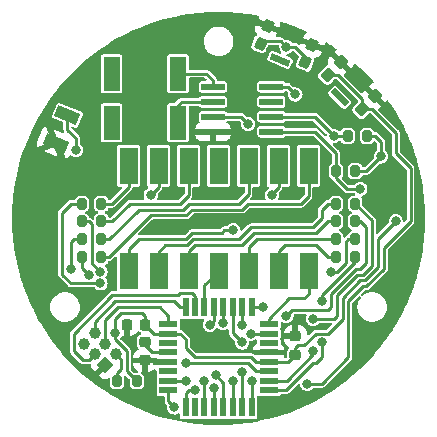
<source format=gbr>
%TF.GenerationSoftware,KiCad,Pcbnew,7.0.10*%
%TF.CreationDate,2024-10-12T21:33:44+02:00*%
%TF.ProjectId,Retro_Bubble_LED_Watch,52657472-6f5f-4427-9562-626c655f4c45,1.1*%
%TF.SameCoordinates,Original*%
%TF.FileFunction,Copper,L1,Top*%
%TF.FilePolarity,Positive*%
%FSLAX46Y46*%
G04 Gerber Fmt 4.6, Leading zero omitted, Abs format (unit mm)*
G04 Created by KiCad (PCBNEW 7.0.10) date 2024-10-12 21:33:44*
%MOMM*%
%LPD*%
G01*
G04 APERTURE LIST*
G04 Aperture macros list*
%AMRoundRect*
0 Rectangle with rounded corners*
0 $1 Rounding radius*
0 $2 $3 $4 $5 $6 $7 $8 $9 X,Y pos of 4 corners*
0 Add a 4 corners polygon primitive as box body*
4,1,4,$2,$3,$4,$5,$6,$7,$8,$9,$2,$3,0*
0 Add four circle primitives for the rounded corners*
1,1,$1+$1,$2,$3*
1,1,$1+$1,$4,$5*
1,1,$1+$1,$6,$7*
1,1,$1+$1,$8,$9*
0 Add four rect primitives between the rounded corners*
20,1,$1+$1,$2,$3,$4,$5,0*
20,1,$1+$1,$4,$5,$6,$7,0*
20,1,$1+$1,$6,$7,$8,$9,0*
20,1,$1+$1,$8,$9,$2,$3,0*%
%AMHorizOval*
0 Thick line with rounded ends*
0 $1 width*
0 $2 $3 position (X,Y) of the first rounded end (center of the circle)*
0 $4 $5 position (X,Y) of the second rounded end (center of the circle)*
0 Add line between two ends*
20,1,$1,$2,$3,$4,$5,0*
0 Add two circle primitives to create the rounded ends*
1,1,$1,$2,$3*
1,1,$1,$4,$5*%
%AMRotRect*
0 Rectangle, with rotation*
0 The origin of the aperture is its center*
0 $1 length*
0 $2 width*
0 $3 Rotation angle, in degrees counterclockwise*
0 Add horizontal line*
21,1,$1,$2,0,0,$3*%
G04 Aperture macros list end*
%TA.AperFunction,SMDPad,CuDef*%
%ADD10R,1.600000X3.100000*%
%TD*%
%TA.AperFunction,SMDPad,CuDef*%
%ADD11RoundRect,0.200000X0.200000X0.275000X-0.200000X0.275000X-0.200000X-0.275000X0.200000X-0.275000X0*%
%TD*%
%TA.AperFunction,SMDPad,CuDef*%
%ADD12RoundRect,0.200000X-0.200000X-0.275000X0.200000X-0.275000X0.200000X0.275000X-0.200000X0.275000X0*%
%TD*%
%TA.AperFunction,SMDPad,CuDef*%
%ADD13R,1.430000X2.850000*%
%TD*%
%TA.AperFunction,SMDPad,CuDef*%
%ADD14RoundRect,0.225000X0.250000X-0.225000X0.250000X0.225000X-0.250000X0.225000X-0.250000X-0.225000X0*%
%TD*%
%TA.AperFunction,SMDPad,CuDef*%
%ADD15RoundRect,0.041300X-0.943700X-0.253700X0.943700X-0.253700X0.943700X0.253700X-0.943700X0.253700X0*%
%TD*%
%TA.AperFunction,SMDPad,CuDef*%
%ADD16RoundRect,0.135000X0.430702X0.216671X-0.151343X0.457761X-0.430702X-0.216671X0.151343X-0.457761X0*%
%TD*%
%TA.AperFunction,SMDPad,CuDef*%
%ADD17RoundRect,0.082500X0.782744X-0.115863X-0.635411X0.471556X-0.782744X0.115863X0.635411X-0.471556X0*%
%TD*%
%TA.AperFunction,SMDPad,CuDef*%
%ADD18RoundRect,0.135000X0.480833X0.035355X0.035355X0.480833X-0.480833X-0.035355X-0.035355X-0.480833X0*%
%TD*%
%TA.AperFunction,SMDPad,CuDef*%
%ADD19RoundRect,0.082500X0.678823X-0.406586X-0.406586X0.678823X-0.678823X0.406586X0.406586X-0.678823X0*%
%TD*%
%TA.AperFunction,SMDPad,CuDef*%
%ADD20R,1.600000X0.550000*%
%TD*%
%TA.AperFunction,SMDPad,CuDef*%
%ADD21R,0.550000X1.600000*%
%TD*%
%TA.AperFunction,SMDPad,CuDef*%
%ADD22RoundRect,0.225000X-0.250000X0.225000X-0.250000X-0.225000X0.250000X-0.225000X0.250000X0.225000X0*%
%TD*%
%TA.AperFunction,SMDPad,CuDef*%
%ADD23RotRect,1.000000X2.000000X67.500000*%
%TD*%
%TA.AperFunction,SMDPad,CuDef*%
%ADD24RoundRect,0.225000X0.225000X0.250000X-0.225000X0.250000X-0.225000X-0.250000X0.225000X-0.250000X0*%
%TD*%
%TA.AperFunction,ComponentPad*%
%ADD25RotRect,1.000000X1.000000X45.000000*%
%TD*%
%TA.AperFunction,ComponentPad*%
%ADD26HorizOval,1.000000X0.000000X0.000000X0.000000X0.000000X0*%
%TD*%
%TA.AperFunction,ViaPad*%
%ADD27C,0.800000*%
%TD*%
%TA.AperFunction,Conductor*%
%ADD28C,0.250000*%
%TD*%
G04 APERTURE END LIST*
D10*
%TO.P,DS1,1,CA1*%
%TO.N,Net-(DS1-CA1)*%
X143130000Y-104195000D03*
%TO.P,DS1,2,e*%
%TO.N,Net-(DS1-e)*%
X145670000Y-104195000D03*
%TO.P,DS1,3,c*%
%TO.N,Net-(DS1-c)*%
X148210000Y-104195000D03*
%TO.P,DS1,4,CA3*%
%TO.N,Net-(DS1-CA3)*%
X150750000Y-104195000D03*
%TO.P,DS1,5,DP*%
%TO.N,Net-(DS1-DP)*%
X153290000Y-104195000D03*
%TO.P,DS1,6,d*%
%TO.N,Net-(DS1-d)*%
X155830000Y-104195000D03*
%TO.P,DS1,7,CA5*%
%TO.N,Net-(DS1-CA5)*%
X158370000Y-104195000D03*
%TO.P,DS1,8,g*%
%TO.N,Net-(DS1-g)*%
X158370000Y-95305000D03*
%TO.P,DS1,9,CA4*%
%TO.N,Net-(DS1-CA4)*%
X155830000Y-95305000D03*
%TO.P,DS1,10,f*%
%TO.N,Net-(DS1-f)*%
X153290000Y-95305000D03*
%TO.P,DS1,11,NC*%
%TO.N,unconnected-(DS1-NC-Pad11)*%
X150750000Y-95305000D03*
%TO.P,DS1,12,b*%
%TO.N,Net-(DS1-b)*%
X148210000Y-95305000D03*
%TO.P,DS1,13,CA2*%
%TO.N,Net-(DS1-CA2)*%
X145670000Y-95305000D03*
%TO.P,DS1,14,a*%
%TO.N,Net-(DS1-a)*%
X143130000Y-95305000D03*
%TD*%
D11*
%TO.P,R10,1*%
%TO.N,+BATT*%
X163325000Y-92750000D03*
%TO.P,R10,2*%
%TO.N,/SCL*%
X161675000Y-92750000D03*
%TD*%
D12*
%TO.P,R1,1*%
%TO.N,Net-(U1-PD0)*%
X139175000Y-98500000D03*
%TO.P,R1,2*%
%TO.N,Net-(DS1-a)*%
X140825000Y-98500000D03*
%TD*%
D11*
%TO.P,R4,1*%
%TO.N,Net-(U1-PD3)*%
X162325000Y-103000000D03*
%TO.P,R4,2*%
%TO.N,Net-(DS1-d)*%
X160675000Y-103000000D03*
%TD*%
D13*
%TO.P,XTAL1,1,X1*%
%TO.N,Net-(U2-X1)*%
X147315000Y-87487500D03*
%TO.P,XTAL1,2,NC*%
%TO.N,unconnected-(XTAL1-NC-Pad2)*%
X141685000Y-87487500D03*
%TO.P,XTAL1,3,NC*%
%TO.N,unconnected-(XTAL1-NC-Pad3)*%
X141685000Y-91637500D03*
%TO.P,XTAL1,4,X2*%
%TO.N,Net-(U2-X2)*%
X147315000Y-91637500D03*
%TD*%
D12*
%TO.P,R6,1*%
%TO.N,Net-(U1-PD5)*%
X139175000Y-101500000D03*
%TO.P,R6,2*%
%TO.N,Net-(DS1-f)*%
X140825000Y-101500000D03*
%TD*%
D11*
%TO.P,R5,1*%
%TO.N,Net-(U1-PD4)*%
X162325000Y-98499999D03*
%TO.P,R5,2*%
%TO.N,Net-(DS1-e)*%
X160675000Y-98499999D03*
%TD*%
%TO.P,R8,1*%
%TO.N,Net-(U1-PD7)*%
X162325000Y-101500000D03*
%TO.P,R8,2*%
%TO.N,Net-(DS1-DP)*%
X160675000Y-101500000D03*
%TD*%
D14*
%TO.P,C1,1*%
%TO.N,+BATT*%
X157250000Y-111275000D03*
%TO.P,C1,2*%
%TO.N,GND*%
X157250000Y-109725000D03*
%TD*%
D15*
%TO.P,U2,1,X1*%
%TO.N,Net-(U2-X1)*%
X150275000Y-88595000D03*
%TO.P,U2,2,X2*%
%TO.N,Net-(U2-X2)*%
X150275000Y-89865000D03*
%TO.P,U2,3,~{INTA}*%
%TO.N,/~{INTA}*%
X150275000Y-91135000D03*
%TO.P,U2,4,GND*%
%TO.N,GND*%
X150275000Y-92405000D03*
%TO.P,U2,5,SDA*%
%TO.N,/SDA*%
X155225000Y-92405000D03*
%TO.P,U2,6,SCL*%
%TO.N,/SCL*%
X155225000Y-91135000D03*
%TO.P,U2,7,SQW/~INT*%
%TO.N,unconnected-(U2-SQW{slash}~INT-Pad7)*%
X155225000Y-89865000D03*
%TO.P,U2,8,VCC*%
%TO.N,+BATT*%
X155225000Y-88595000D03*
%TD*%
D11*
%TO.P,R11,1*%
%TO.N,+BATT*%
X143825000Y-113500000D03*
%TO.P,R11,2*%
%TO.N,/~{RESET}*%
X142175000Y-113500000D03*
%TD*%
%TO.P,R3,1*%
%TO.N,Net-(U1-PD2)*%
X162325000Y-100000000D03*
%TO.P,R3,2*%
%TO.N,Net-(DS1-c)*%
X160675000Y-100000000D03*
%TD*%
D16*
%TO.P,SW2,1,1*%
%TO.N,/UP_BUTTON*%
X158087806Y-86523605D03*
X154299900Y-84954603D03*
%TO.P,SW2,2,2*%
%TO.N,GND*%
X158700100Y-85045397D03*
X154912194Y-83476395D03*
D17*
%TO.P,SW2,SH*%
%TO.N,N/C*%
X155954676Y-86316528D03*
%TD*%
D18*
%TO.P,SW1,1,1*%
%TO.N,/MODE_BUTTON*%
X162883883Y-90515254D03*
X159984746Y-87616117D03*
%TO.P,SW1,2,2*%
%TO.N,GND*%
X164015254Y-89383883D03*
X161116117Y-86484746D03*
D19*
%TO.P,SW1,SH*%
%TO.N,N/C*%
X160992373Y-89507627D03*
%TD*%
D11*
%TO.P,R9,1*%
%TO.N,+BATT*%
X162325000Y-95750000D03*
%TO.P,R9,2*%
%TO.N,/SDA*%
X160675000Y-95750000D03*
%TD*%
D20*
%TO.P,U1,1,PD3*%
%TO.N,Net-(U1-PD3)*%
X155000000Y-114300000D03*
%TO.P,U1,2,PD4*%
%TO.N,Net-(U1-PD4)*%
X155000000Y-113500000D03*
%TO.P,U1,3,PE0*%
%TO.N,Net-(J2-Pin_2)*%
X155000000Y-112700000D03*
%TO.P,U1,4,VCC*%
%TO.N,+BATT*%
X155000000Y-111900000D03*
%TO.P,U1,5,GND*%
%TO.N,GND*%
X155000000Y-111100000D03*
%TO.P,U1,6,PE1*%
%TO.N,unconnected-(U1-PE1-Pad6)*%
X155000000Y-110300000D03*
%TO.P,U1,7,XTAL1/PB6*%
%TO.N,Net-(DS1-CA4)*%
X155000000Y-109500000D03*
%TO.P,U1,8,XTAL2/PB7*%
%TO.N,Net-(DS1-CA5)*%
X155000000Y-108700000D03*
D21*
%TO.P,U1,9,PD5*%
%TO.N,Net-(U1-PD5)*%
X153550000Y-107250000D03*
%TO.P,U1,10,PD6*%
%TO.N,Net-(U1-PD6)*%
X152750000Y-107250000D03*
%TO.P,U1,11,PD7*%
%TO.N,Net-(U1-PD7)*%
X151950000Y-107250000D03*
%TO.P,U1,12,PB0*%
%TO.N,Net-(DS1-CA1)*%
X151150000Y-107250000D03*
%TO.P,U1,13,PB1*%
%TO.N,Net-(DS1-CA2)*%
X150350000Y-107250000D03*
%TO.P,U1,14,PB2*%
%TO.N,Net-(DS1-CA3)*%
X149550000Y-107250000D03*
%TO.P,U1,15,PB3*%
%TO.N,/MOSI*%
X148750000Y-107250000D03*
%TO.P,U1,16,PB4*%
%TO.N,/MISO*%
X147950000Y-107250000D03*
D20*
%TO.P,U1,17,PB5*%
%TO.N,/SCK*%
X146500000Y-108700000D03*
%TO.P,U1,18,AVCC*%
%TO.N,+BATT*%
X146500000Y-109500000D03*
%TO.P,U1,19,PE2*%
%TO.N,unconnected-(U1-PE2-Pad19)*%
X146500000Y-110300000D03*
%TO.P,U1,20,AREF*%
%TO.N,Net-(U1-AREF)*%
X146500000Y-111100000D03*
%TO.P,U1,21,GND*%
%TO.N,GND*%
X146500000Y-111900000D03*
%TO.P,U1,22,PE3*%
%TO.N,unconnected-(U1-PE3-Pad22)*%
X146500000Y-112700000D03*
%TO.P,U1,23,PC0*%
%TO.N,/MODE_BUTTON*%
X146500000Y-113500000D03*
%TO.P,U1,24,PC1*%
%TO.N,/UP_BUTTON*%
X146500000Y-114300000D03*
D21*
%TO.P,U1,25,PC2*%
%TO.N,/~{INTA}*%
X147950000Y-115750000D03*
%TO.P,U1,26,PC3*%
%TO.N,unconnected-(U1-PC3-Pad26)*%
X148750000Y-115750000D03*
%TO.P,U1,27,PC4*%
%TO.N,/SDA*%
X149550000Y-115750000D03*
%TO.P,U1,28,PC5*%
%TO.N,/SCL*%
X150350000Y-115750000D03*
%TO.P,U1,29,~{RESET}/PC6*%
%TO.N,/~{RESET}*%
X151150000Y-115750000D03*
%TO.P,U1,30,PD0*%
%TO.N,Net-(U1-PD0)*%
X151950000Y-115750000D03*
%TO.P,U1,31,PD1*%
%TO.N,Net-(U1-PD1)*%
X152750000Y-115750000D03*
%TO.P,U1,32,PD2*%
%TO.N,Net-(U1-PD2)*%
X153550000Y-115750000D03*
%TD*%
D12*
%TO.P,R2,1*%
%TO.N,Net-(U1-PD1)*%
X139175000Y-100000000D03*
%TO.P,R2,2*%
%TO.N,Net-(DS1-b)*%
X140825000Y-100000000D03*
%TD*%
D22*
%TO.P,C3,1*%
%TO.N,Net-(U1-AREF)*%
X144500000Y-110225000D03*
%TO.P,C3,2*%
%TO.N,GND*%
X144500000Y-111775000D03*
%TD*%
D23*
%TO.P,J2,2,Pin_2*%
%TO.N,Net-(J2-Pin_2)*%
X137943685Y-91016037D03*
%TO.P,J2,1,Pin_1*%
%TO.N,GND*%
X136971669Y-93362691D03*
%TD*%
D12*
%TO.P,R7,1*%
%TO.N,Net-(U1-PD6)*%
X139175000Y-103000000D03*
%TO.P,R7,2*%
%TO.N,Net-(DS1-g)*%
X140825000Y-103000000D03*
%TD*%
D24*
%TO.P,C2,1*%
%TO.N,+BATT*%
X144525000Y-108750000D03*
%TO.P,C2,2*%
%TO.N,GND*%
X142975000Y-108750000D03*
%TD*%
D25*
%TO.P,J1,1,Pin_1*%
%TO.N,GND*%
X141148026Y-112148026D03*
D26*
%TO.P,J1,2,Pin_2*%
%TO.N,/~{RESET}*%
X142046052Y-111250000D03*
%TO.P,J1,3,Pin_3*%
%TO.N,/MOSI*%
X140250000Y-111250000D03*
%TO.P,J1,4,Pin_4*%
%TO.N,/SCK*%
X141148026Y-110351975D03*
%TO.P,J1,5,Pin_5*%
%TO.N,+BATT*%
X139351975Y-110351975D03*
%TO.P,J1,6,Pin_6*%
%TO.N,/MISO*%
X140250000Y-109453949D03*
%TD*%
D27*
%TO.N,GND*%
X148844000Y-108712000D03*
X149860000Y-110744000D03*
X151638000Y-110744000D03*
X144526000Y-89662000D03*
X144526000Y-87122000D03*
%TO.N,Net-(DS1-CA1)*%
X152000000Y-100750000D03*
X151125000Y-108625000D03*
%TO.N,Net-(DS1-CA4)*%
X153500000Y-109500000D03*
X155250000Y-97750000D03*
%TO.N,Net-(DS1-CA2)*%
X145000000Y-97750000D03*
X150000000Y-108750000D03*
%TO.N,GND*%
X145000000Y-113500000D03*
X138430000Y-95250000D03*
X148000000Y-108712000D03*
X135382000Y-94742000D03*
X138430000Y-97282000D03*
X144526000Y-92202000D03*
X135382000Y-100330000D03*
X152908000Y-90170000D03*
X138430000Y-96266000D03*
X150750000Y-110750000D03*
X165750000Y-102750000D03*
%TO.N,+BATT*%
X165750000Y-100000000D03*
X157250000Y-89250000D03*
X164500000Y-94500000D03*
X142000000Y-109474000D03*
%TO.N,/~{RESET}*%
X150500000Y-113000000D03*
%TO.N,/SDA*%
X162750000Y-97250000D03*
X149550000Y-113500000D03*
%TO.N,/SCL*%
X160500000Y-92750000D03*
X150350000Y-114100000D03*
%TO.N,/MODE_BUTTON*%
X148000000Y-113500000D03*
X158242000Y-113750000D03*
%TO.N,/UP_BUTTON*%
X147000000Y-115750000D03*
X156500000Y-85250000D03*
%TO.N,/~{INTA}*%
X148750000Y-114250000D03*
X153250000Y-91750000D03*
%TO.N,Net-(U1-PD0)*%
X151950000Y-113500000D03*
X140750000Y-105250000D03*
%TO.N,Net-(U1-PD1)*%
X140750000Y-104250000D03*
X152750000Y-112750000D03*
%TO.N,Net-(U1-PD2)*%
X156500000Y-108000000D03*
X153550000Y-113500000D03*
%TO.N,Net-(U1-PD3)*%
X159500000Y-110250000D03*
X159500000Y-106750000D03*
%TO.N,Net-(U1-PD4)*%
X158750000Y-110998000D03*
X158750000Y-108250000D03*
%TO.N,Net-(U1-PD5)*%
X154500000Y-107250000D03*
X138250000Y-104000000D03*
%TO.N,Net-(U1-PD6)*%
X152750000Y-108750000D03*
X139750000Y-104500000D03*
%TO.N,Net-(U1-PD7)*%
X152750000Y-110250000D03*
X160250000Y-104250000D03*
%TO.N,Net-(J2-Pin_2)*%
X138684000Y-93980000D03*
X148000000Y-112000000D03*
%TD*%
D28*
%TO.N,Net-(J2-Pin_2)*%
X138684000Y-92964000D02*
X138684000Y-93980000D01*
X137943685Y-92223685D02*
X138684000Y-92964000D01*
X137943685Y-91016037D02*
X137943685Y-92223685D01*
%TO.N,Net-(DS1-CA1)*%
X143130000Y-102370000D02*
X143130000Y-104195000D01*
X151250000Y-100750000D02*
X151000000Y-101000000D01*
X152000000Y-100750000D02*
X151250000Y-100750000D01*
X151150000Y-108600000D02*
X151150000Y-107250000D01*
X151000000Y-101000000D02*
X148477208Y-101000000D01*
X148477208Y-101000000D02*
X147977208Y-101500000D01*
X147977208Y-101500000D02*
X144000000Y-101500000D01*
X151125000Y-108625000D02*
X151150000Y-108600000D01*
X144000000Y-101500000D02*
X143130000Y-102370000D01*
%TO.N,Net-(DS1-e)*%
X148113604Y-102000000D02*
X148613604Y-101500000D01*
X158750000Y-100500000D02*
X159500000Y-99750000D01*
X146250000Y-102000000D02*
X148113604Y-102000000D01*
X148613604Y-101500000D02*
X152500000Y-101500000D01*
X152500000Y-101500000D02*
X153500000Y-100500000D01*
X159500000Y-99750000D02*
X159500000Y-99000000D01*
X160000001Y-98499999D02*
X160675000Y-98499999D01*
X153500000Y-100500000D02*
X158750000Y-100500000D01*
X145670000Y-104195000D02*
X145670000Y-102580000D01*
X145670000Y-102580000D02*
X146250000Y-102000000D01*
X159500000Y-99000000D02*
X160000001Y-98499999D01*
%TO.N,Net-(DS1-c)*%
X159000000Y-101000000D02*
X160000000Y-100000000D01*
X148210000Y-104195000D02*
X148210000Y-102540000D01*
X160000000Y-100000000D02*
X160675000Y-100000000D01*
X148210000Y-102540000D02*
X148750000Y-102000000D01*
X152750000Y-102000000D02*
X153750000Y-101000000D01*
X153750000Y-101000000D02*
X159000000Y-101000000D01*
X148750000Y-102000000D02*
X152750000Y-102000000D01*
%TO.N,Net-(DS1-CA3)*%
X149550000Y-107250000D02*
X149550000Y-105395000D01*
X149550000Y-105395000D02*
X150750000Y-104195000D01*
%TO.N,Net-(DS1-DP)*%
X153290000Y-102210000D02*
X154000000Y-101500000D01*
X153290000Y-104195000D02*
X153290000Y-102210000D01*
X154000000Y-101500000D02*
X160675000Y-101500000D01*
%TO.N,Net-(DS1-d)*%
X156375000Y-102000000D02*
X155830000Y-102545000D01*
X160000000Y-103000000D02*
X159000000Y-102000000D01*
X160675000Y-103000000D02*
X160000000Y-103000000D01*
X159000000Y-102000000D02*
X156375000Y-102000000D01*
X155830000Y-102545000D02*
X155830000Y-104195000D01*
%TO.N,Net-(DS1-CA5)*%
X156750000Y-106500000D02*
X155000000Y-108250000D01*
X155000000Y-108250000D02*
X155000000Y-108700000D01*
X158370000Y-106130000D02*
X158000000Y-106500000D01*
X158370000Y-104195000D02*
X158370000Y-106130000D01*
X158000000Y-106500000D02*
X156750000Y-106500000D01*
%TO.N,Net-(DS1-g)*%
X157750000Y-98500000D02*
X153250000Y-98500000D01*
X153250000Y-98500000D02*
X152750000Y-99000000D01*
X158370000Y-97880000D02*
X157750000Y-98500000D01*
X158370000Y-95305000D02*
X158370000Y-97880000D01*
X152750000Y-99000000D02*
X148500000Y-99000000D01*
X148500000Y-99000000D02*
X148000000Y-99500000D01*
X141500000Y-103000000D02*
X140825000Y-103000000D01*
X148000000Y-99500000D02*
X145000000Y-99500000D01*
X145000000Y-99500000D02*
X141500000Y-103000000D01*
%TO.N,Net-(DS1-CA4)*%
X155830000Y-97080000D02*
X155830000Y-95305000D01*
X153500000Y-109500000D02*
X155000000Y-109500000D01*
X155250000Y-97750000D02*
X155250000Y-97660000D01*
X155250000Y-97660000D02*
X155830000Y-97080000D01*
%TO.N,Net-(DS1-f)*%
X147750000Y-99000000D02*
X144000000Y-99000000D01*
X141500000Y-101500000D02*
X140825000Y-101500000D01*
X152500000Y-98500000D02*
X148250000Y-98500000D01*
X148250000Y-98500000D02*
X147750000Y-99000000D01*
X144000000Y-99000000D02*
X141500000Y-101500000D01*
X153290000Y-97710000D02*
X152500000Y-98500000D01*
X153290000Y-95305000D02*
X153290000Y-97710000D01*
%TO.N,Net-(DS1-b)*%
X141750000Y-100000000D02*
X140825000Y-100000000D01*
X143250000Y-98500000D02*
X141750000Y-100000000D01*
X148210000Y-97790000D02*
X147500000Y-98500000D01*
X147500000Y-98500000D02*
X143250000Y-98500000D01*
X148210000Y-95305000D02*
X148210000Y-97790000D01*
%TO.N,Net-(DS1-CA2)*%
X145000000Y-97750000D02*
X145670000Y-97080000D01*
X150350000Y-108400000D02*
X150350000Y-107250000D01*
X145670000Y-97080000D02*
X145670000Y-95305000D01*
X150000000Y-108750000D02*
X150350000Y-108400000D01*
%TO.N,Net-(DS1-a)*%
X143130000Y-97130000D02*
X143130000Y-95305000D01*
X140825000Y-98500000D02*
X141750000Y-98500000D01*
X141750000Y-98500000D02*
X142500000Y-97750000D01*
X142500000Y-97750000D02*
X142510000Y-97750000D01*
X142510000Y-97750000D02*
X143130000Y-97130000D01*
%TO.N,+BATT*%
X155000000Y-111900000D02*
X156625000Y-111900000D01*
X162750000Y-105000000D02*
X163136396Y-105000000D01*
X142000000Y-109474000D02*
X142000000Y-110000000D01*
X148000000Y-110750000D02*
X148750000Y-111500000D01*
X142000000Y-108250000D02*
X142500000Y-107750000D01*
X161250000Y-108250000D02*
X161250000Y-106500000D01*
X160000000Y-109500000D02*
X158978000Y-109500000D01*
X146500000Y-109500000D02*
X145275000Y-109500000D01*
X147500000Y-109500000D02*
X148000000Y-110000000D01*
X145275000Y-109500000D02*
X144525000Y-108750000D01*
X164500000Y-94500000D02*
X163250000Y-95750000D01*
X157500000Y-110500000D02*
X157978000Y-110500000D01*
X146500000Y-109500000D02*
X147500000Y-109500000D01*
X144075000Y-113250000D02*
X144074002Y-113250000D01*
X164250000Y-103886396D02*
X164250000Y-101500000D01*
X142000000Y-109474000D02*
X142000000Y-108250000D01*
X153900000Y-111900000D02*
X155000000Y-111900000D01*
X157250000Y-89250000D02*
X156595000Y-88595000D01*
X144525000Y-108025000D02*
X144525000Y-108750000D01*
X164250000Y-101500000D02*
X165750000Y-100000000D01*
X156625000Y-111900000D02*
X157250000Y-111275000D01*
X148000000Y-110000000D02*
X148000000Y-110750000D01*
X164000000Y-92750000D02*
X163325000Y-92750000D01*
X157250000Y-110750000D02*
X157500000Y-110500000D01*
X143000000Y-112675000D02*
X143825000Y-113500000D01*
X157978000Y-110500000D02*
X158978000Y-109500000D01*
X164500000Y-94500000D02*
X164500000Y-93250000D01*
X143000000Y-111000000D02*
X143000000Y-112675000D01*
X148750000Y-111500000D02*
X153500000Y-111500000D01*
X164500000Y-93250000D02*
X164000000Y-92750000D01*
X157250000Y-111275000D02*
X157250000Y-110750000D01*
X156595000Y-88595000D02*
X155225000Y-88595000D01*
X142000000Y-110000000D02*
X143000000Y-111000000D01*
X160000000Y-109500000D02*
X161250000Y-108250000D01*
X163250000Y-95750000D02*
X162325000Y-95750000D01*
X144250000Y-107750000D02*
X144525000Y-108025000D01*
X153500000Y-111500000D02*
X153900000Y-111900000D01*
X142500000Y-107750000D02*
X144250000Y-107750000D01*
X161250000Y-106500000D02*
X162750000Y-105000000D01*
X163136396Y-105000000D02*
X164250000Y-103886396D01*
%TO.N,/~{RESET}*%
X142500000Y-111703948D02*
X142046052Y-111250000D01*
X150500000Y-113000000D02*
X151150000Y-113650000D01*
X151150000Y-113650000D02*
X151150000Y-115750000D01*
X142500000Y-112500000D02*
X142500000Y-111703948D01*
X142175000Y-112825000D02*
X142500000Y-112500000D01*
X142175000Y-113500000D02*
X142175000Y-112825000D01*
%TO.N,/SCK*%
X146500000Y-108700000D02*
X146500000Y-108000000D01*
X145750000Y-107250000D02*
X142250000Y-107250000D01*
X146500000Y-108000000D02*
X145750000Y-107250000D01*
X142250000Y-107250000D02*
X141148026Y-108351974D01*
X141148026Y-108351974D02*
X141148026Y-110351975D01*
%TO.N,/MISO*%
X147500000Y-107250000D02*
X147000000Y-106750000D01*
X140250000Y-108500000D02*
X140250000Y-109453949D01*
X147950000Y-107250000D02*
X147500000Y-107250000D01*
X147000000Y-106750000D02*
X142000000Y-106750000D01*
X142000000Y-106750000D02*
X140250000Y-108500000D01*
%TO.N,/MOSI*%
X140250000Y-111250000D02*
X139750000Y-111750000D01*
X147500000Y-106070000D02*
X148500000Y-106070000D01*
X139750000Y-111750000D02*
X139250000Y-111750000D01*
X147320000Y-106250000D02*
X147500000Y-106070000D01*
X138500000Y-111000000D02*
X138500000Y-109500000D01*
X148750000Y-106320000D02*
X148750000Y-107250000D01*
X139250000Y-111750000D02*
X138500000Y-111000000D01*
X138500000Y-109500000D02*
X141750000Y-106250000D01*
X141750000Y-106250000D02*
X147320000Y-106250000D01*
X148500000Y-106070000D02*
X148750000Y-106320000D01*
%TO.N,/SDA*%
X160675000Y-95750000D02*
X160675000Y-96337500D01*
X149550000Y-113500000D02*
X149550000Y-115750000D01*
X160675000Y-95750000D02*
X160675000Y-94175000D01*
X161587500Y-97250000D02*
X162750000Y-97250000D01*
X160675000Y-96337500D02*
X161587500Y-97250000D01*
X158905000Y-92405000D02*
X155225000Y-92405000D01*
X160675000Y-94175000D02*
X158905000Y-92405000D01*
%TO.N,/SCL*%
X158885000Y-91135000D02*
X155225000Y-91135000D01*
X150350000Y-114100000D02*
X150350000Y-115750000D01*
X160500000Y-92750000D02*
X158885000Y-91135000D01*
X161675000Y-92750000D02*
X160500000Y-92750000D01*
%TO.N,/MODE_BUTTON*%
X163765254Y-90515254D02*
X162883883Y-90515254D01*
X163272792Y-105500000D02*
X164750000Y-104022792D01*
X165750000Y-94250000D02*
X165750000Y-92500000D01*
X160866117Y-87616117D02*
X159734746Y-87616117D01*
X146500000Y-113500000D02*
X148000000Y-113500000D01*
X164750000Y-104022792D02*
X164750000Y-102250000D01*
X158242000Y-113750000D02*
X159500000Y-113750000D01*
X167000000Y-95500000D02*
X165750000Y-94250000D01*
X163000000Y-105500000D02*
X163272792Y-105500000D01*
X161750000Y-106750000D02*
X163000000Y-105500000D01*
X164750000Y-102250000D02*
X167000000Y-100000000D01*
X162883883Y-90515254D02*
X162883883Y-89633883D01*
X161750000Y-111500000D02*
X161750000Y-106750000D01*
X165750000Y-92500000D02*
X163765254Y-90515254D01*
X167000000Y-100000000D02*
X167000000Y-95500000D01*
X162883883Y-89633883D02*
X160866117Y-87616117D01*
X159500000Y-113750000D02*
X161750000Y-111500000D01*
%TO.N,/UP_BUTTON*%
X154754503Y-84750000D02*
X154299900Y-85204603D01*
X158087806Y-86087806D02*
X158087806Y-86773605D01*
X146500000Y-114300000D02*
X146500000Y-115250000D01*
X146500000Y-115250000D02*
X147000000Y-115750000D01*
X156500000Y-85250000D02*
X157250000Y-85250000D01*
X157250000Y-85250000D02*
X158087806Y-86087806D01*
X156000000Y-84750000D02*
X154754503Y-84750000D01*
X156500000Y-85250000D02*
X156000000Y-84750000D01*
%TO.N,/~{INTA}*%
X147950000Y-114550000D02*
X148250000Y-114250000D01*
X150275000Y-91135000D02*
X152635000Y-91135000D01*
X147950000Y-115750000D02*
X147950000Y-114550000D01*
X152635000Y-91135000D02*
X153250000Y-91750000D01*
X148250000Y-114250000D02*
X148750000Y-114250000D01*
%TO.N,Net-(U1-PD0)*%
X137500000Y-104500000D02*
X138250000Y-105250000D01*
X151950000Y-113500000D02*
X151950000Y-115750000D01*
X139175000Y-98500000D02*
X138250000Y-98500000D01*
X137500000Y-99250000D02*
X137500000Y-104500000D01*
X138250000Y-105250000D02*
X140750000Y-105250000D01*
X138250000Y-98500000D02*
X137500000Y-99250000D01*
%TO.N,Net-(U1-PD1)*%
X139175000Y-100000000D02*
X139750000Y-100000000D01*
X140000000Y-103500000D02*
X140750000Y-104250000D01*
X152750000Y-112750000D02*
X152750000Y-115750000D01*
X140000000Y-100250000D02*
X140000000Y-103500000D01*
X139750000Y-100000000D02*
X140000000Y-100250000D01*
%TO.N,Net-(U1-PD2)*%
X160250000Y-106136396D02*
X162386396Y-104000000D01*
X153550000Y-113500000D02*
X153550000Y-115750000D01*
X163250000Y-100500000D02*
X162750000Y-100000000D01*
X160250000Y-107250000D02*
X160250000Y-106136396D01*
X163250000Y-103500000D02*
X163250000Y-100500000D01*
X162750000Y-100000000D02*
X162325000Y-100000000D01*
X156500000Y-108000000D02*
X157000000Y-107500000D01*
X162386396Y-104000000D02*
X162750000Y-104000000D01*
X162750000Y-104000000D02*
X163250000Y-103500000D01*
X157000000Y-107500000D02*
X160000000Y-107500000D01*
X160000000Y-107500000D02*
X160250000Y-107250000D01*
%TO.N,Net-(U1-PD3)*%
X158764000Y-112000000D02*
X156464000Y-114300000D01*
X159500000Y-106750000D02*
X159500000Y-106250000D01*
X159009000Y-112000000D02*
X158764000Y-112000000D01*
X159500000Y-110250000D02*
X159500000Y-111509000D01*
X156464000Y-114300000D02*
X155000000Y-114300000D01*
X162325000Y-103425000D02*
X162325000Y-103000000D01*
X159500000Y-111509000D02*
X159009000Y-112000000D01*
X159500000Y-106250000D02*
X162325000Y-103425000D01*
%TO.N,Net-(U1-PD4)*%
X158750000Y-111253000D02*
X156503000Y-113500000D01*
X158750000Y-108250000D02*
X160500000Y-108250000D01*
X160500000Y-108250000D02*
X160750000Y-108000000D01*
X163750000Y-99924999D02*
X162325000Y-98499999D01*
X160750000Y-106272792D02*
X162511396Y-104511396D01*
X162988604Y-104511396D02*
X163750000Y-103750000D01*
X162511396Y-104511396D02*
X162988604Y-104511396D01*
X158750000Y-110998000D02*
X158750000Y-111253000D01*
X156503000Y-113500000D02*
X155000000Y-113500000D01*
X160750000Y-108000000D02*
X160750000Y-106272792D01*
X163750000Y-103750000D02*
X163750000Y-99924999D01*
%TO.N,Net-(U1-PD5)*%
X154500000Y-107250000D02*
X153550000Y-107250000D01*
X138250000Y-104000000D02*
X138250000Y-101750000D01*
X138250000Y-101750000D02*
X138500000Y-101500000D01*
X138500000Y-101500000D02*
X139175000Y-101500000D01*
%TO.N,Net-(U1-PD6)*%
X139175000Y-103925000D02*
X139175000Y-103000000D01*
X152750000Y-108750000D02*
X152750000Y-107250000D01*
X139750000Y-104500000D02*
X139175000Y-103925000D01*
%TO.N,Net-(U1-PD7)*%
X161750000Y-101500000D02*
X162325000Y-101500000D01*
X161500000Y-101750000D02*
X161750000Y-101500000D01*
X151950000Y-109450000D02*
X151950000Y-107250000D01*
X160750000Y-104250000D02*
X161500000Y-103500000D01*
X152750000Y-110250000D02*
X151950000Y-109450000D01*
X161500000Y-103500000D02*
X161500000Y-101750000D01*
X160250000Y-104250000D02*
X160750000Y-104250000D01*
%TO.N,Net-(U2-X1)*%
X150275000Y-88045000D02*
X149717500Y-87487500D01*
X150275000Y-88595000D02*
X150275000Y-88045000D01*
X149717500Y-87487500D02*
X147315000Y-87487500D01*
%TO.N,Net-(U2-X2)*%
X147315000Y-90175000D02*
X147315000Y-91575000D01*
X147625000Y-89865000D02*
X147315000Y-90175000D01*
X150275000Y-89865000D02*
X147625000Y-89865000D01*
%TO.N,Net-(U1-AREF)*%
X146500000Y-111100000D02*
X145125000Y-111100000D01*
X145125000Y-111100000D02*
X144500000Y-110475000D01*
%TO.N,Net-(J2-Pin_2)*%
X153250000Y-112000000D02*
X153950000Y-112700000D01*
X153950000Y-112700000D02*
X155000000Y-112700000D01*
X148000000Y-112000000D02*
X153250000Y-112000000D01*
%TD*%
%TA.AperFunction,Conductor*%
%TO.N,GND*%
G36*
X158185884Y-107844407D02*
G01*
X158221848Y-107893907D01*
X158221848Y-107955093D01*
X158219158Y-107962380D01*
X158166181Y-108090281D01*
X158164957Y-108093236D01*
X158164955Y-108093241D01*
X158144318Y-108249999D01*
X158144318Y-108250000D01*
X158164955Y-108406758D01*
X158164957Y-108406766D01*
X158225462Y-108552838D01*
X158225462Y-108552839D01*
X158320774Y-108677052D01*
X158321718Y-108678282D01*
X158447159Y-108774536D01*
X158447160Y-108774536D01*
X158447161Y-108774537D01*
X158551344Y-108817691D01*
X158593238Y-108835044D01*
X158710809Y-108850522D01*
X158749999Y-108855682D01*
X158750000Y-108855682D01*
X158750001Y-108855682D01*
X158781352Y-108851554D01*
X158906762Y-108835044D01*
X159052841Y-108774536D01*
X159178282Y-108678282D01*
X159227428Y-108614232D01*
X159277852Y-108579577D01*
X159305970Y-108575500D01*
X160225166Y-108575500D01*
X160283357Y-108594407D01*
X160319321Y-108643907D01*
X160319321Y-108705093D01*
X160295170Y-108744504D01*
X159894170Y-109145504D01*
X159839653Y-109173281D01*
X159824166Y-109174500D01*
X158996534Y-109174500D01*
X158987905Y-109174123D01*
X158949194Y-109170736D01*
X158949187Y-109170736D01*
X158911649Y-109180794D01*
X158903223Y-109182662D01*
X158864960Y-109189410D01*
X158864948Y-109189414D01*
X158863640Y-109190170D01*
X158839786Y-109200051D01*
X158838324Y-109200442D01*
X158838317Y-109200445D01*
X158838316Y-109200446D01*
X158806475Y-109222740D01*
X158799205Y-109227371D01*
X158765545Y-109246805D01*
X158740569Y-109276570D01*
X158734736Y-109282936D01*
X158394003Y-109623669D01*
X158339486Y-109651446D01*
X158279054Y-109641875D01*
X158235789Y-109598610D01*
X158224999Y-109553665D01*
X158224999Y-109451677D01*
X158214857Y-109352402D01*
X158214854Y-109352390D01*
X158161545Y-109191512D01*
X158072574Y-109047270D01*
X157952729Y-108927425D01*
X157808487Y-108838454D01*
X157647603Y-108785143D01*
X157548323Y-108775000D01*
X157500001Y-108775000D01*
X157500000Y-108775001D01*
X157500000Y-109876000D01*
X157481093Y-109934191D01*
X157431593Y-109970155D01*
X157401000Y-109975000D01*
X156275002Y-109975000D01*
X156275001Y-109975001D01*
X156275001Y-109998322D01*
X156285142Y-110097597D01*
X156285145Y-110097609D01*
X156338454Y-110258487D01*
X156427425Y-110402729D01*
X156547269Y-110522573D01*
X156674751Y-110601206D01*
X156714352Y-110647847D01*
X156718975Y-110708857D01*
X156692782Y-110755469D01*
X156651473Y-110796778D01*
X156651470Y-110796782D01*
X156590283Y-110916867D01*
X156590281Y-110916874D01*
X156574500Y-111016510D01*
X156574500Y-111449166D01*
X156555593Y-111507357D01*
X156545505Y-111519168D01*
X156519172Y-111545502D01*
X156464656Y-111573281D01*
X156449167Y-111574500D01*
X156393908Y-111574500D01*
X156335717Y-111555593D01*
X156299753Y-111506093D01*
X156295475Y-111464919D01*
X156299999Y-111422826D01*
X156300000Y-111422824D01*
X156300000Y-111350001D01*
X156299999Y-111350000D01*
X153851334Y-111350000D01*
X153793143Y-111331093D01*
X153781330Y-111321004D01*
X153743268Y-111282942D01*
X153737434Y-111276574D01*
X153712456Y-111246806D01*
X153678795Y-111227372D01*
X153671512Y-111222732D01*
X153639685Y-111200446D01*
X153639679Y-111200443D01*
X153638224Y-111200054D01*
X153614348Y-111190164D01*
X153613045Y-111189411D01*
X153574779Y-111182664D01*
X153566350Y-111180795D01*
X153541448Y-111174123D01*
X153528807Y-111170736D01*
X153528806Y-111170736D01*
X153528805Y-111170736D01*
X153490095Y-111174123D01*
X153481466Y-111174500D01*
X148925835Y-111174500D01*
X148867644Y-111155593D01*
X148855831Y-111145504D01*
X148354496Y-110644169D01*
X148326719Y-110589652D01*
X148325500Y-110574165D01*
X148325500Y-110018533D01*
X148325877Y-110009904D01*
X148326284Y-110005251D01*
X148329264Y-109971193D01*
X148319204Y-109933652D01*
X148317335Y-109925220D01*
X148310588Y-109886954D01*
X148309840Y-109885659D01*
X148299942Y-109861767D01*
X148299554Y-109860316D01*
X148289991Y-109846659D01*
X148277264Y-109828482D01*
X148272630Y-109821209D01*
X148253194Y-109787545D01*
X148223428Y-109762568D01*
X148217060Y-109756734D01*
X147743268Y-109282942D01*
X147737434Y-109276574D01*
X147712456Y-109246806D01*
X147678795Y-109227372D01*
X147671512Y-109222732D01*
X147639685Y-109200446D01*
X147639679Y-109200443D01*
X147638224Y-109200054D01*
X147614348Y-109190164D01*
X147613045Y-109189411D01*
X147574779Y-109182664D01*
X147566351Y-109180795D01*
X147558091Y-109178582D01*
X147506775Y-109145260D01*
X147484847Y-109088139D01*
X147489134Y-109063225D01*
X147486964Y-109062794D01*
X147488865Y-109053232D01*
X147488867Y-109053231D01*
X147500500Y-108994748D01*
X147500500Y-108405252D01*
X147500499Y-108405250D01*
X147500499Y-108405244D01*
X147490980Y-108357393D01*
X147498170Y-108296631D01*
X147539702Y-108251701D01*
X147599711Y-108239763D01*
X147607386Y-108240979D01*
X147621469Y-108243780D01*
X147655244Y-108250499D01*
X147655250Y-108250499D01*
X147655252Y-108250500D01*
X147655253Y-108250500D01*
X148244747Y-108250500D01*
X148244748Y-108250500D01*
X148303231Y-108238867D01*
X148303236Y-108238863D01*
X148312113Y-108235187D01*
X148373110Y-108230386D01*
X148387887Y-108235187D01*
X148396765Y-108238864D01*
X148396769Y-108238867D01*
X148455252Y-108250500D01*
X148455253Y-108250500D01*
X149044747Y-108250500D01*
X149044748Y-108250500D01*
X149103231Y-108238867D01*
X149103236Y-108238863D01*
X149112113Y-108235187D01*
X149173110Y-108230386D01*
X149187887Y-108235187D01*
X149196765Y-108238864D01*
X149196769Y-108238867D01*
X149255252Y-108250500D01*
X149425614Y-108250500D01*
X149483805Y-108269407D01*
X149519769Y-108318907D01*
X149519769Y-108380093D01*
X149504156Y-108409767D01*
X149475462Y-108447160D01*
X149475462Y-108447161D01*
X149414957Y-108593233D01*
X149414955Y-108593241D01*
X149394318Y-108749999D01*
X149394318Y-108750000D01*
X149414955Y-108906758D01*
X149414957Y-108906766D01*
X149475462Y-109052838D01*
X149475462Y-109052839D01*
X149571713Y-109178276D01*
X149571718Y-109178282D01*
X149571722Y-109178285D01*
X149571723Y-109178286D01*
X149587203Y-109190164D01*
X149697159Y-109274536D01*
X149697160Y-109274536D01*
X149697161Y-109274537D01*
X149843233Y-109335042D01*
X149843238Y-109335044D01*
X149945652Y-109348527D01*
X149999999Y-109355682D01*
X150000000Y-109355682D01*
X150000001Y-109355682D01*
X150054340Y-109348528D01*
X150156762Y-109335044D01*
X150302841Y-109274536D01*
X150428282Y-109178282D01*
X150524536Y-109052841D01*
X150524537Y-109052839D01*
X150528486Y-109047693D01*
X150529589Y-109048539D01*
X150569705Y-109012418D01*
X150630555Y-109006022D01*
X150683544Y-109036614D01*
X150688508Y-109042583D01*
X150696718Y-109053282D01*
X150822159Y-109149536D01*
X150822160Y-109149536D01*
X150822161Y-109149537D01*
X150965534Y-109208924D01*
X150968238Y-109210044D01*
X151064629Y-109222734D01*
X151124999Y-109230682D01*
X151125000Y-109230682D01*
X151125001Y-109230682D01*
X151166549Y-109225212D01*
X151281762Y-109210044D01*
X151427841Y-109149536D01*
X151465233Y-109120843D01*
X151522909Y-109100420D01*
X151581574Y-109117798D01*
X151618822Y-109166339D01*
X151624500Y-109199386D01*
X151624500Y-109431465D01*
X151624123Y-109440094D01*
X151620736Y-109478805D01*
X151620736Y-109478806D01*
X151630795Y-109516350D01*
X151632664Y-109524779D01*
X151639411Y-109563045D01*
X151640164Y-109564348D01*
X151650054Y-109588224D01*
X151650443Y-109589679D01*
X151650446Y-109589685D01*
X151672732Y-109621512D01*
X151677371Y-109628793D01*
X151686334Y-109644318D01*
X151696806Y-109662455D01*
X151726569Y-109687429D01*
X151732938Y-109693264D01*
X152126706Y-110087032D01*
X152154483Y-110141549D01*
X152154855Y-110169957D01*
X152144318Y-110249998D01*
X152144318Y-110250000D01*
X152164955Y-110406758D01*
X152164957Y-110406766D01*
X152225462Y-110552838D01*
X152225462Y-110552839D01*
X152304762Y-110656185D01*
X152321718Y-110678282D01*
X152447159Y-110774536D01*
X152447160Y-110774536D01*
X152447161Y-110774537D01*
X152564760Y-110823248D01*
X152593238Y-110835044D01*
X152706833Y-110849999D01*
X152749999Y-110855682D01*
X152750000Y-110855682D01*
X152750001Y-110855682D01*
X152793167Y-110849999D01*
X152906762Y-110835044D01*
X153052841Y-110774536D01*
X153178282Y-110678282D01*
X153274536Y-110552841D01*
X153335044Y-110406762D01*
X153355682Y-110250000D01*
X153350642Y-110211717D01*
X153361792Y-110151556D01*
X153406174Y-110109439D01*
X153461717Y-110100642D01*
X153499999Y-110105682D01*
X153500000Y-110105682D01*
X153500001Y-110105682D01*
X153538283Y-110100642D01*
X153656762Y-110085044D01*
X153802841Y-110024536D01*
X153840233Y-109995843D01*
X153897909Y-109975420D01*
X153956574Y-109992798D01*
X153993822Y-110041339D01*
X153999500Y-110074386D01*
X153999500Y-110300957D01*
X153980593Y-110359148D01*
X153959829Y-110380210D01*
X153842815Y-110467807D01*
X153842807Y-110467815D01*
X153756647Y-110582909D01*
X153756646Y-110582911D01*
X153706403Y-110717618D01*
X153706401Y-110717629D01*
X153700000Y-110777175D01*
X153700000Y-110849999D01*
X153700001Y-110850000D01*
X156299999Y-110850000D01*
X156300000Y-110849999D01*
X156300000Y-110777175D01*
X156293598Y-110717629D01*
X156293596Y-110717618D01*
X156243353Y-110582911D01*
X156243352Y-110582909D01*
X156157192Y-110467815D01*
X156157184Y-110467807D01*
X156040171Y-110380210D01*
X156004918Y-110330201D01*
X156000500Y-110300957D01*
X156000500Y-110005253D01*
X156000500Y-110005252D01*
X155988867Y-109946769D01*
X155988864Y-109946765D01*
X155985187Y-109937887D01*
X155980386Y-109876890D01*
X155985187Y-109862113D01*
X155988863Y-109853236D01*
X155988867Y-109853231D01*
X156000500Y-109794748D01*
X156000500Y-109474999D01*
X156275000Y-109474999D01*
X156275001Y-109475000D01*
X156999999Y-109475000D01*
X157000000Y-109474999D01*
X157000000Y-108774999D01*
X156951679Y-108775000D01*
X156951676Y-108775001D01*
X156852402Y-108785142D01*
X156852390Y-108785145D01*
X156691512Y-108838454D01*
X156547270Y-108927425D01*
X156427425Y-109047270D01*
X156338454Y-109191512D01*
X156285143Y-109352396D01*
X156275000Y-109451676D01*
X156275000Y-109474999D01*
X156000500Y-109474999D01*
X156000500Y-109205252D01*
X155988867Y-109146769D01*
X155988864Y-109146765D01*
X155985187Y-109137887D01*
X155980386Y-109076890D01*
X155985187Y-109062113D01*
X155988863Y-109053236D01*
X155988867Y-109053231D01*
X156000500Y-108994748D01*
X156000500Y-108574386D01*
X156019407Y-108516195D01*
X156068907Y-108480231D01*
X156130093Y-108480231D01*
X156159766Y-108495843D01*
X156197159Y-108524536D01*
X156197160Y-108524536D01*
X156197161Y-108524537D01*
X156330665Y-108579836D01*
X156343238Y-108585044D01*
X156449245Y-108599000D01*
X156499999Y-108605682D01*
X156500000Y-108605682D01*
X156500001Y-108605682D01*
X156531352Y-108601554D01*
X156656762Y-108585044D01*
X156802841Y-108524536D01*
X156928282Y-108428282D01*
X157024536Y-108302841D01*
X157085044Y-108156762D01*
X157105682Y-108000000D01*
X157097443Y-107937422D01*
X157108593Y-107877262D01*
X157152975Y-107835144D01*
X157195596Y-107825500D01*
X158127693Y-107825500D01*
X158185884Y-107844407D01*
G37*
%TD.AperFunction*%
%TA.AperFunction,Conductor*%
G36*
X150772927Y-82251045D02*
G01*
X151513756Y-82268680D01*
X151514705Y-82268709D01*
X151604450Y-82271938D01*
X151607774Y-82272117D01*
X152341008Y-82324559D01*
X152341736Y-82324616D01*
X152437378Y-82332662D01*
X152440780Y-82333008D01*
X153164912Y-82419589D01*
X153165654Y-82419683D01*
X153266536Y-82433067D01*
X153269862Y-82433567D01*
X153983671Y-82553600D01*
X153984545Y-82553753D01*
X154089897Y-82572909D01*
X154093166Y-82573561D01*
X154128519Y-82581252D01*
X154181360Y-82612095D01*
X154205981Y-82668108D01*
X154198939Y-82715875D01*
X154130179Y-82881875D01*
X154130178Y-82881875D01*
X154776895Y-83149753D01*
X154776897Y-83149754D01*
X155885550Y-83608974D01*
X155954098Y-83443485D01*
X155965258Y-83409140D01*
X155982863Y-83249674D01*
X155982862Y-83249668D01*
X155976251Y-83203212D01*
X155986770Y-83142937D01*
X156030709Y-83100357D01*
X156091284Y-83091736D01*
X156104397Y-83094960D01*
X156390958Y-83186564D01*
X156392148Y-83186954D01*
X156409014Y-83192613D01*
X156506795Y-83225426D01*
X156509897Y-83226524D01*
X156571949Y-83249668D01*
X157170844Y-83473044D01*
X157172132Y-83473535D01*
X157288617Y-83518945D01*
X157291556Y-83520147D01*
X157936629Y-83796384D01*
X157937726Y-83796863D01*
X158055511Y-83849417D01*
X158058352Y-83850741D01*
X158128222Y-83884682D01*
X158164020Y-83902072D01*
X158208100Y-83944505D01*
X158218820Y-84004744D01*
X158192085Y-84059780D01*
X158180204Y-84070289D01*
X158103343Y-84127998D01*
X158103336Y-84128005D01*
X158003029Y-84253207D01*
X158003029Y-84253208D01*
X157986638Y-84285378D01*
X157986633Y-84285390D01*
X157918085Y-84450877D01*
X157918084Y-84450877D01*
X158564801Y-84718755D01*
X158564803Y-84718756D01*
X159673456Y-85177976D01*
X159742004Y-85012487D01*
X159753164Y-84978141D01*
X159759746Y-84918520D01*
X159784924Y-84862755D01*
X159838071Y-84832440D01*
X159898887Y-84839154D01*
X159909660Y-84844841D01*
X160130759Y-84979608D01*
X160131950Y-84980347D01*
X160215179Y-85032942D01*
X160249336Y-85054527D01*
X160251930Y-85056224D01*
X160410971Y-85163866D01*
X160718707Y-85372148D01*
X160756300Y-85420423D01*
X160758338Y-85481574D01*
X160733221Y-85524138D01*
X160621142Y-85636217D01*
X161116117Y-86131193D01*
X161964644Y-86979720D01*
X162091309Y-86853055D01*
X162114756Y-86825601D01*
X162114758Y-86825598D01*
X162195051Y-86679550D01*
X162197121Y-86680688D01*
X162229655Y-86641337D01*
X162288913Y-86626101D01*
X162345809Y-86648606D01*
X162349322Y-86651653D01*
X162754713Y-87020178D01*
X162755976Y-87021346D01*
X162864681Y-87123721D01*
X162866773Y-87125751D01*
X163346723Y-87605701D01*
X163347915Y-87606915D01*
X163447964Y-87710629D01*
X163453066Y-87715918D01*
X163455069Y-87718058D01*
X163848346Y-88150677D01*
X163873498Y-88206453D01*
X163861062Y-88266361D01*
X163819838Y-88303836D01*
X163820450Y-88304949D01*
X163815804Y-88307502D01*
X163815788Y-88307518D01*
X163815740Y-88307538D01*
X163674401Y-88385241D01*
X163674398Y-88385243D01*
X163646944Y-88408690D01*
X163520279Y-88535355D01*
X164015254Y-89030330D01*
X164863782Y-89878857D01*
X164975860Y-89766779D01*
X165030377Y-89739001D01*
X165090809Y-89748572D01*
X165127851Y-89781292D01*
X165417638Y-90209452D01*
X165418701Y-90211056D01*
X165504958Y-90343996D01*
X165506442Y-90346356D01*
X165855169Y-90918478D01*
X165856173Y-90920162D01*
X165936674Y-91058316D01*
X165938026Y-91060712D01*
X166156327Y-91460500D01*
X166255187Y-91641549D01*
X166258520Y-91647652D01*
X166259459Y-91649414D01*
X166333830Y-91792397D01*
X166335050Y-91794824D01*
X166626725Y-92395264D01*
X166627595Y-92397101D01*
X166695511Y-92544539D01*
X166696599Y-92546987D01*
X166958971Y-93159681D01*
X166959765Y-93161591D01*
X167020896Y-93313011D01*
X167021853Y-93315476D01*
X167254457Y-93939111D01*
X167255171Y-93941090D01*
X167309265Y-94096107D01*
X167310092Y-94098581D01*
X167512506Y-94731790D01*
X167513136Y-94733835D01*
X167559951Y-94891996D01*
X167560649Y-94894472D01*
X167732533Y-95535948D01*
X167733073Y-95538057D01*
X167772407Y-95698922D01*
X167772978Y-95701392D01*
X167914024Y-96349772D01*
X167914470Y-96351939D01*
X167946143Y-96514999D01*
X167946588Y-96517459D01*
X168056544Y-97171343D01*
X168056892Y-97173564D01*
X168080769Y-97338354D01*
X168081092Y-97340797D01*
X168159773Y-97998854D01*
X168160018Y-98001125D01*
X168175995Y-98167172D01*
X168176198Y-98169591D01*
X168223462Y-98830433D01*
X168223600Y-98832749D01*
X168231605Y-98999510D01*
X168231691Y-99001901D01*
X168249443Y-99747643D01*
X168249443Y-99752355D01*
X168231691Y-100498097D01*
X168231605Y-100500488D01*
X168223600Y-100667249D01*
X168223462Y-100669565D01*
X168176198Y-101330407D01*
X168175995Y-101332826D01*
X168160018Y-101498873D01*
X168159773Y-101501144D01*
X168081092Y-102159201D01*
X168080769Y-102161644D01*
X168056892Y-102326434D01*
X168056544Y-102328655D01*
X167946588Y-102982539D01*
X167946143Y-102984999D01*
X167914470Y-103148059D01*
X167914024Y-103150226D01*
X167772978Y-103798606D01*
X167772407Y-103801076D01*
X167733073Y-103961941D01*
X167732533Y-103964050D01*
X167560649Y-104605526D01*
X167559951Y-104608002D01*
X167513136Y-104766163D01*
X167512506Y-104768208D01*
X167310092Y-105401417D01*
X167309265Y-105403891D01*
X167255171Y-105558908D01*
X167254457Y-105560887D01*
X167021853Y-106184522D01*
X167020896Y-106186987D01*
X166959765Y-106338407D01*
X166958971Y-106340317D01*
X166696599Y-106953011D01*
X166695511Y-106955459D01*
X166627595Y-107102897D01*
X166626725Y-107104734D01*
X166335050Y-107705174D01*
X166333830Y-107707601D01*
X166259459Y-107850584D01*
X166258520Y-107852346D01*
X165938026Y-108439286D01*
X165936674Y-108441682D01*
X165856173Y-108579836D01*
X165855169Y-108581520D01*
X165506442Y-109153642D01*
X165504958Y-109156002D01*
X165418701Y-109288942D01*
X165417638Y-109290546D01*
X165041250Y-109846659D01*
X165039634Y-109848975D01*
X164948034Y-109976332D01*
X164946917Y-109977854D01*
X164543509Y-110516744D01*
X164541762Y-110519009D01*
X164445213Y-110640503D01*
X164444047Y-110641942D01*
X164014406Y-111162297D01*
X164012530Y-111164503D01*
X163911421Y-111279912D01*
X163910211Y-111281267D01*
X163455070Y-111781940D01*
X163453066Y-111784080D01*
X163347970Y-111893026D01*
X163346723Y-111894297D01*
X162866773Y-112374247D01*
X162864643Y-112376314D01*
X162755994Y-112478636D01*
X162754713Y-112479820D01*
X162250925Y-112937793D01*
X162248672Y-112939780D01*
X162136981Y-113035289D01*
X162135673Y-113036388D01*
X161608812Y-113471402D01*
X161606439Y-113473301D01*
X161492401Y-113561714D01*
X161491071Y-113562728D01*
X160941962Y-113973786D01*
X160939471Y-113975590D01*
X160823545Y-114056878D01*
X160822197Y-114057807D01*
X160251936Y-114443770D01*
X160249333Y-114445473D01*
X160132029Y-114519602D01*
X160130668Y-114520446D01*
X159540234Y-114880334D01*
X159537521Y-114881929D01*
X159419530Y-114948800D01*
X159418162Y-114949561D01*
X158808502Y-115282459D01*
X158805685Y-115283940D01*
X158687509Y-115343620D01*
X158686138Y-115344298D01*
X158058390Y-115649238D01*
X158055473Y-115650597D01*
X157937879Y-115703067D01*
X157936510Y-115703666D01*
X157291592Y-115979836D01*
X157288579Y-115981068D01*
X157172168Y-116026449D01*
X157170807Y-116026968D01*
X156509890Y-116273478D01*
X156506787Y-116274577D01*
X156392187Y-116313032D01*
X156390837Y-116313474D01*
X155715054Y-116529498D01*
X155711868Y-116530458D01*
X155599779Y-116562179D01*
X155598444Y-116562547D01*
X154908877Y-116747315D01*
X154905615Y-116748130D01*
X154796664Y-116773391D01*
X154795347Y-116773687D01*
X154093186Y-116926432D01*
X154089854Y-116927097D01*
X153984739Y-116946211D01*
X153983444Y-116946437D01*
X153269897Y-117066425D01*
X153266501Y-117066936D01*
X153165913Y-117080282D01*
X153164645Y-117080442D01*
X152440802Y-117166987D01*
X152437350Y-117167338D01*
X152342015Y-117175360D01*
X152340777Y-117175457D01*
X151607863Y-117227876D01*
X151604360Y-117228064D01*
X151514833Y-117231285D01*
X151513629Y-117231321D01*
X150772965Y-117248952D01*
X150769422Y-117248973D01*
X150686357Y-117247977D01*
X150685188Y-117247956D01*
X149937967Y-117230169D01*
X149934390Y-117230019D01*
X149858564Y-117225467D01*
X149857435Y-117225393D01*
X149104791Y-117171564D01*
X149101190Y-117171240D01*
X149033253Y-117163880D01*
X149032163Y-117163756D01*
X148275341Y-117073266D01*
X148271724Y-117072766D01*
X148212317Y-117063430D01*
X148211270Y-117063259D01*
X147451526Y-116935501D01*
X147447903Y-116934822D01*
X147397764Y-116924458D01*
X147396760Y-116924246D01*
X146635196Y-116758579D01*
X146631589Y-116757723D01*
X146603513Y-116750500D01*
X146591169Y-116747324D01*
X146590214Y-116747073D01*
X145828225Y-116542898D01*
X145824614Y-116541856D01*
X145794612Y-116532583D01*
X145793702Y-116532297D01*
X145032455Y-116288953D01*
X145028864Y-116287729D01*
X145009943Y-116280871D01*
X145009081Y-116280554D01*
X144249684Y-115997314D01*
X144246147Y-115995916D01*
X144238835Y-115992862D01*
X144238035Y-115992523D01*
X143482599Y-115669027D01*
X143478313Y-115667069D01*
X142733394Y-115305210D01*
X142729205Y-115303051D01*
X142002311Y-114906137D01*
X141998231Y-114903781D01*
X141639013Y-114684826D01*
X141291064Y-114472740D01*
X141287123Y-114470207D01*
X140601253Y-114005998D01*
X140597417Y-114003267D01*
X140597319Y-114003194D01*
X140396993Y-113853231D01*
X139934401Y-113506938D01*
X139930698Y-113504025D01*
X139292077Y-112976736D01*
X139288516Y-112973650D01*
X138675721Y-112416583D01*
X138672310Y-112413332D01*
X138086667Y-111827689D01*
X138083416Y-111824278D01*
X138015177Y-111749213D01*
X137526348Y-111211482D01*
X137523263Y-111207922D01*
X137513982Y-111196682D01*
X137409819Y-111070525D01*
X136995974Y-110569301D01*
X136993061Y-110565598D01*
X136639456Y-110093238D01*
X136496725Y-109902572D01*
X136493999Y-109898743D01*
X136490726Y-109893907D01*
X136029785Y-109212866D01*
X136027266Y-109208946D01*
X135596217Y-108501766D01*
X135593862Y-108497688D01*
X135587917Y-108486800D01*
X135196942Y-107770784D01*
X135194789Y-107766605D01*
X135194022Y-107765027D01*
X135003479Y-107372775D01*
X134943840Y-107250003D01*
X136494723Y-107250003D01*
X136513791Y-107467969D01*
X136513792Y-107467976D01*
X136513793Y-107467977D01*
X136570425Y-107679330D01*
X136643035Y-107835042D01*
X136660060Y-107871554D01*
X136662898Y-107877639D01*
X136704759Y-107937423D01*
X136776033Y-108039213D01*
X136788402Y-108056877D01*
X136943123Y-108211598D01*
X136943126Y-108211600D01*
X136943127Y-108211601D01*
X136978161Y-108236132D01*
X137122361Y-108337102D01*
X137320670Y-108429575D01*
X137354846Y-108438732D01*
X137359801Y-108440201D01*
X137362939Y-108441220D01*
X137362943Y-108441220D01*
X137362948Y-108441223D01*
X137369200Y-108442650D01*
X137372773Y-108443536D01*
X137532023Y-108486207D01*
X137570694Y-108489590D01*
X137577461Y-108490654D01*
X137577470Y-108490594D01*
X137581861Y-108491189D01*
X137581865Y-108491189D01*
X137581869Y-108491190D01*
X137594459Y-108491755D01*
X137598515Y-108492024D01*
X137730907Y-108503606D01*
X137749998Y-108505277D01*
X137750000Y-108505277D01*
X137750001Y-108505277D01*
X137754938Y-108504845D01*
X137792843Y-108501528D01*
X137805908Y-108501252D01*
X137806194Y-108501265D01*
X137822788Y-108499017D01*
X137827329Y-108498511D01*
X137967977Y-108486207D01*
X138013652Y-108473968D01*
X138025973Y-108471494D01*
X138028713Y-108471123D01*
X138047173Y-108465124D01*
X138052055Y-108463678D01*
X138179330Y-108429575D01*
X138226128Y-108407752D01*
X138237360Y-108403328D01*
X138242274Y-108401732D01*
X138260809Y-108391757D01*
X138265819Y-108389244D01*
X138377639Y-108337102D01*
X138423563Y-108304945D01*
X138433409Y-108298878D01*
X138440013Y-108295325D01*
X138457145Y-108281662D01*
X138462008Y-108278025D01*
X138556877Y-108211598D01*
X138599716Y-108168758D01*
X138607971Y-108161381D01*
X138615574Y-108155319D01*
X138630116Y-108138673D01*
X138634643Y-108133831D01*
X138711598Y-108056877D01*
X138749004Y-108003455D01*
X138755514Y-107995144D01*
X138763315Y-107986216D01*
X138774525Y-107967452D01*
X138778374Y-107961511D01*
X138837102Y-107877639D01*
X138866665Y-107814240D01*
X138871388Y-107805332D01*
X138878487Y-107793451D01*
X138885924Y-107773633D01*
X138888878Y-107766605D01*
X138929575Y-107679330D01*
X138948942Y-107607050D01*
X138951878Y-107597901D01*
X138957389Y-107583218D01*
X138960989Y-107563379D01*
X138962763Y-107555469D01*
X138986207Y-107467977D01*
X138986207Y-107467975D01*
X138986208Y-107467972D01*
X138991562Y-107406762D01*
X138993167Y-107388418D01*
X138994381Y-107379374D01*
X138997484Y-107362278D01*
X138997513Y-107360941D01*
X138998111Y-107334273D01*
X138998460Y-107327919D01*
X139005277Y-107250000D01*
X139004997Y-107246805D01*
X139003108Y-107225212D01*
X138998460Y-107172083D01*
X138998111Y-107165724D01*
X138997484Y-107137724D01*
X138994378Y-107120612D01*
X138993166Y-107111570D01*
X138992407Y-107102897D01*
X138990011Y-107075500D01*
X138986208Y-107032030D01*
X138986207Y-107032027D01*
X138986207Y-107032023D01*
X138962764Y-106944533D01*
X138960983Y-106936589D01*
X138959031Y-106925834D01*
X138957389Y-106916782D01*
X138951875Y-106902092D01*
X138948942Y-106892949D01*
X138929575Y-106820670D01*
X138888876Y-106733391D01*
X138885923Y-106726363D01*
X138878487Y-106706549D01*
X138878484Y-106706544D01*
X138878482Y-106706539D01*
X138871393Y-106694674D01*
X138866655Y-106685736D01*
X138837107Y-106622372D01*
X138837103Y-106622364D01*
X138816705Y-106593233D01*
X138778399Y-106538525D01*
X138774509Y-106532519D01*
X138771204Y-106526988D01*
X138763315Y-106513784D01*
X138755517Y-106504859D01*
X138748995Y-106496532D01*
X138711598Y-106443123D01*
X138692613Y-106424138D01*
X138634647Y-106366171D01*
X138630097Y-106361304D01*
X138615574Y-106344681D01*
X138615572Y-106344679D01*
X138607982Y-106338626D01*
X138599706Y-106331230D01*
X138556877Y-106288402D01*
X138556873Y-106288399D01*
X138462053Y-106222005D01*
X138457112Y-106218311D01*
X138450448Y-106212997D01*
X138440013Y-106204675D01*
X138440011Y-106204674D01*
X138440010Y-106204673D01*
X138433410Y-106201121D01*
X138423544Y-106195041D01*
X138384784Y-106167901D01*
X138377639Y-106162898D01*
X138377638Y-106162897D01*
X138377636Y-106162896D01*
X138289242Y-106121678D01*
X138265834Y-106110762D01*
X138260777Y-106108225D01*
X138242272Y-106098267D01*
X138242271Y-106098266D01*
X138237350Y-106096667D01*
X138226120Y-106092243D01*
X138197248Y-106078780D01*
X138179330Y-106070425D01*
X138179328Y-106070424D01*
X138179325Y-106070423D01*
X138179322Y-106070422D01*
X138052087Y-106036328D01*
X138047123Y-106034858D01*
X138028714Y-106028877D01*
X138028711Y-106028876D01*
X138025969Y-106028505D01*
X138013644Y-106026029D01*
X137989212Y-106019483D01*
X137967977Y-106013793D01*
X137967974Y-106013792D01*
X137967968Y-106013791D01*
X137967973Y-106013791D01*
X137827382Y-106001492D01*
X137822722Y-106000973D01*
X137806194Y-105998734D01*
X137805893Y-105998748D01*
X137792839Y-105998470D01*
X137750004Y-105994723D01*
X137749995Y-105994723D01*
X137598575Y-106007969D01*
X137594397Y-106008246D01*
X137581869Y-106008809D01*
X137577471Y-106009405D01*
X137577463Y-106009346D01*
X137570687Y-106010409D01*
X137536240Y-106013424D01*
X137532023Y-106013793D01*
X137532021Y-106013793D01*
X137372779Y-106056461D01*
X137369197Y-106057349D01*
X137362949Y-106058775D01*
X137359786Y-106059803D01*
X137354834Y-106061270D01*
X137320665Y-106070426D01*
X137122372Y-106162892D01*
X137122364Y-106162896D01*
X136943127Y-106288398D01*
X136788398Y-106443127D01*
X136662896Y-106622364D01*
X136662892Y-106622372D01*
X136570426Y-106820666D01*
X136513791Y-107032030D01*
X136494723Y-107249996D01*
X136494723Y-107250003D01*
X134943840Y-107250003D01*
X134832930Y-107021685D01*
X134830972Y-107017400D01*
X134800894Y-106947161D01*
X134504935Y-106256032D01*
X134503210Y-106251723D01*
X134213779Y-105475728D01*
X134212239Y-105471277D01*
X134165311Y-105324474D01*
X133960067Y-104682412D01*
X133958751Y-104677933D01*
X133918792Y-104528806D01*
X137170736Y-104528806D01*
X137180795Y-104566350D01*
X137182664Y-104574779D01*
X137189411Y-104613045D01*
X137190164Y-104614348D01*
X137200054Y-104638224D01*
X137200443Y-104639679D01*
X137200446Y-104639685D01*
X137222732Y-104671512D01*
X137227372Y-104678795D01*
X137246806Y-104712455D01*
X137276569Y-104737429D01*
X137282938Y-104743264D01*
X138006741Y-105467068D01*
X138012565Y-105473424D01*
X138037545Y-105503194D01*
X138071208Y-105522629D01*
X138078473Y-105527257D01*
X138110316Y-105549554D01*
X138111767Y-105549942D01*
X138135659Y-105559840D01*
X138136954Y-105560588D01*
X138148190Y-105562568D01*
X138175233Y-105567337D01*
X138183642Y-105569201D01*
X138221193Y-105579263D01*
X138221194Y-105579262D01*
X138221194Y-105579263D01*
X138259897Y-105575877D01*
X138268525Y-105575500D01*
X140194030Y-105575500D01*
X140252221Y-105594407D01*
X140272570Y-105614231D01*
X140321718Y-105678282D01*
X140447159Y-105774536D01*
X140447160Y-105774536D01*
X140447161Y-105774537D01*
X140579281Y-105829263D01*
X140593238Y-105835044D01*
X140710809Y-105850522D01*
X140749999Y-105855682D01*
X140750000Y-105855682D01*
X140750001Y-105855682D01*
X140781352Y-105851554D01*
X140906762Y-105835044D01*
X141052841Y-105774536D01*
X141178282Y-105678282D01*
X141274536Y-105552841D01*
X141335044Y-105406762D01*
X141355682Y-105250000D01*
X141335044Y-105093238D01*
X141274537Y-104947161D01*
X141274537Y-104947160D01*
X141178286Y-104821723D01*
X141178285Y-104821722D01*
X141178282Y-104821718D01*
X141178277Y-104821714D01*
X141176567Y-104820004D01*
X141175776Y-104818452D01*
X141174332Y-104816570D01*
X141174680Y-104816302D01*
X141148790Y-104765487D01*
X141158361Y-104705055D01*
X141176567Y-104679996D01*
X141178273Y-104678288D01*
X141178282Y-104678282D01*
X141274536Y-104552841D01*
X141335044Y-104406762D01*
X141355682Y-104250000D01*
X141353739Y-104235245D01*
X141335044Y-104093241D01*
X141335044Y-104093238D01*
X141298186Y-104004255D01*
X141274537Y-103947161D01*
X141274537Y-103947160D01*
X141178286Y-103821723D01*
X141178285Y-103821722D01*
X141178282Y-103821718D01*
X141178277Y-103821714D01*
X141178275Y-103821712D01*
X141165450Y-103811871D01*
X141130795Y-103761447D01*
X141132397Y-103700282D01*
X141169644Y-103651741D01*
X141180758Y-103645128D01*
X141263342Y-103603050D01*
X141353050Y-103513342D01*
X141410646Y-103400304D01*
X141410646Y-103400297D01*
X141412019Y-103396076D01*
X141447979Y-103346573D01*
X141506168Y-103327661D01*
X141514779Y-103328036D01*
X141528807Y-103329264D01*
X141566354Y-103319202D01*
X141574784Y-103317334D01*
X141613045Y-103310588D01*
X141614345Y-103309838D01*
X141638236Y-103299942D01*
X141638464Y-103299880D01*
X141639684Y-103299554D01*
X141671533Y-103277251D01*
X141678779Y-103272635D01*
X141712455Y-103253194D01*
X141737448Y-103223407D01*
X141743259Y-103217065D01*
X141960498Y-102999827D01*
X142015013Y-102972051D01*
X142075445Y-102981622D01*
X142118710Y-103024887D01*
X142129500Y-103069832D01*
X142129500Y-105764746D01*
X142129501Y-105764758D01*
X142137742Y-105806185D01*
X142130552Y-105866946D01*
X142089020Y-105911876D01*
X142040645Y-105924500D01*
X141768534Y-105924500D01*
X141759905Y-105924123D01*
X141721194Y-105920736D01*
X141721187Y-105920736D01*
X141683649Y-105930794D01*
X141675223Y-105932662D01*
X141636960Y-105939410D01*
X141636948Y-105939414D01*
X141635640Y-105940170D01*
X141611786Y-105950051D01*
X141610324Y-105950442D01*
X141610317Y-105950445D01*
X141610316Y-105950446D01*
X141578475Y-105972740D01*
X141571205Y-105977371D01*
X141537545Y-105996805D01*
X141512569Y-106026570D01*
X141506736Y-106032936D01*
X138282940Y-109256732D01*
X138276574Y-109262564D01*
X138246807Y-109287542D01*
X138246805Y-109287544D01*
X138227371Y-109321205D01*
X138222740Y-109328475D01*
X138200446Y-109360316D01*
X138200446Y-109360317D01*
X138200442Y-109360324D01*
X138200051Y-109361786D01*
X138190170Y-109385640D01*
X138189414Y-109386948D01*
X138189410Y-109386960D01*
X138182662Y-109425223D01*
X138180794Y-109433649D01*
X138170736Y-109471187D01*
X138170736Y-109471194D01*
X138174123Y-109509904D01*
X138174500Y-109518533D01*
X138174500Y-110981465D01*
X138174123Y-110990094D01*
X138170736Y-111028805D01*
X138170736Y-111028806D01*
X138180795Y-111066350D01*
X138182664Y-111074779D01*
X138189411Y-111113045D01*
X138190164Y-111114348D01*
X138200054Y-111138224D01*
X138200443Y-111139679D01*
X138200446Y-111139685D01*
X138222732Y-111171512D01*
X138227371Y-111178793D01*
X138246806Y-111212455D01*
X138268859Y-111230960D01*
X138276569Y-111237429D01*
X138282938Y-111243264D01*
X139006741Y-111967068D01*
X139012565Y-111973424D01*
X139037545Y-112003194D01*
X139071208Y-112022629D01*
X139078473Y-112027257D01*
X139110316Y-112049554D01*
X139111767Y-112049942D01*
X139135659Y-112059840D01*
X139136954Y-112060588D01*
X139148190Y-112062568D01*
X139175233Y-112067337D01*
X139183642Y-112069201D01*
X139221193Y-112079263D01*
X139221194Y-112079262D01*
X139221194Y-112079263D01*
X139259897Y-112075877D01*
X139268525Y-112075500D01*
X139731466Y-112075500D01*
X139740094Y-112075876D01*
X139778807Y-112079264D01*
X139812691Y-112070184D01*
X139873793Y-112073385D01*
X139921343Y-112111889D01*
X139936308Y-112151721D01*
X139956237Y-112290337D01*
X140015968Y-112421130D01*
X140053536Y-112467749D01*
X140264142Y-112678355D01*
X140823026Y-112119471D01*
X140823026Y-112205332D01*
X140862225Y-112313033D01*
X140935897Y-112400831D01*
X141035155Y-112458138D01*
X141119590Y-112473026D01*
X141176462Y-112473026D01*
X141176604Y-112473000D01*
X140617696Y-113031909D01*
X140828302Y-113242515D01*
X140874921Y-113280083D01*
X140874920Y-113280083D01*
X141005714Y-113339814D01*
X141148023Y-113360274D01*
X141148029Y-113360274D01*
X141290337Y-113339814D01*
X141421126Y-113280085D01*
X141423471Y-113278637D01*
X141425245Y-113278204D01*
X141426759Y-113277513D01*
X141426891Y-113277802D01*
X141482915Y-113264141D01*
X141539526Y-113287353D01*
X141571681Y-113339408D01*
X141574500Y-113362863D01*
X141574500Y-113806520D01*
X141574501Y-113806523D01*
X141589352Y-113900299D01*
X141589354Y-113900304D01*
X141646950Y-114013342D01*
X141736658Y-114103050D01*
X141849696Y-114160646D01*
X141943481Y-114175500D01*
X142406518Y-114175499D01*
X142406520Y-114175499D01*
X142406521Y-114175498D01*
X142453411Y-114168072D01*
X142500299Y-114160647D01*
X142500299Y-114160646D01*
X142500304Y-114160646D01*
X142613342Y-114103050D01*
X142703050Y-114013342D01*
X142760646Y-113900304D01*
X142775500Y-113806519D01*
X142775499Y-113193482D01*
X142769970Y-113158571D01*
X142779541Y-113098140D01*
X142822806Y-113054875D01*
X142883238Y-113045304D01*
X142937754Y-113073081D01*
X142937755Y-113073081D01*
X143195504Y-113330830D01*
X143223281Y-113385347D01*
X143224500Y-113400834D01*
X143224500Y-113806520D01*
X143224501Y-113806523D01*
X143239352Y-113900299D01*
X143239354Y-113900304D01*
X143296950Y-114013342D01*
X143386658Y-114103050D01*
X143499696Y-114160646D01*
X143593481Y-114175500D01*
X144056518Y-114175499D01*
X144056520Y-114175499D01*
X144056521Y-114175498D01*
X144103411Y-114168072D01*
X144150299Y-114160647D01*
X144150299Y-114160646D01*
X144150304Y-114160646D01*
X144263342Y-114103050D01*
X144353050Y-114013342D01*
X144410646Y-113900304D01*
X144425500Y-113806519D01*
X144425499Y-113193482D01*
X144422242Y-113172914D01*
X144410647Y-113099700D01*
X144410646Y-113099698D01*
X144410646Y-113099696D01*
X144353050Y-112986658D01*
X144263342Y-112896950D01*
X144263339Y-112896948D01*
X144261998Y-112896265D01*
X144260934Y-112895201D01*
X144257040Y-112892372D01*
X144257488Y-112891754D01*
X144218736Y-112852998D01*
X144209168Y-112792565D01*
X144236944Y-112738054D01*
X144250000Y-112724998D01*
X144250000Y-112025001D01*
X144249999Y-112025000D01*
X143525002Y-112025000D01*
X143525001Y-112025001D01*
X143525001Y-112048322D01*
X143535142Y-112147597D01*
X143535145Y-112147609D01*
X143588454Y-112308487D01*
X143677425Y-112452729D01*
X143797269Y-112572573D01*
X143908593Y-112641240D01*
X143948194Y-112687881D01*
X143952817Y-112748892D01*
X143920696Y-112800967D01*
X143864100Y-112824217D01*
X143856620Y-112824500D01*
X143650835Y-112824500D01*
X143592644Y-112805593D01*
X143580831Y-112795504D01*
X143354496Y-112569169D01*
X143326719Y-112514652D01*
X143325500Y-112499165D01*
X143325500Y-111018533D01*
X143325877Y-111009904D01*
X143329264Y-110971193D01*
X143319204Y-110933652D01*
X143317335Y-110925220D01*
X143310588Y-110886954D01*
X143309840Y-110885659D01*
X143299942Y-110861767D01*
X143299554Y-110860316D01*
X143290315Y-110847121D01*
X143277264Y-110828482D01*
X143272630Y-110821209D01*
X143253194Y-110787545D01*
X143238839Y-110775500D01*
X143223428Y-110762568D01*
X143217060Y-110756734D01*
X142461159Y-110000833D01*
X142433382Y-109946316D01*
X142442953Y-109885884D01*
X142452618Y-109870565D01*
X142524536Y-109776841D01*
X142524538Y-109776834D01*
X142527781Y-109771220D01*
X142529117Y-109771991D01*
X142563848Y-109731316D01*
X142623340Y-109717023D01*
X142625651Y-109717232D01*
X142701677Y-109724999D01*
X142725000Y-109724998D01*
X142725000Y-108599000D01*
X142743907Y-108540809D01*
X142793407Y-108504845D01*
X142824000Y-108500000D01*
X143126000Y-108500000D01*
X143184191Y-108518907D01*
X143220155Y-108568407D01*
X143225000Y-108599000D01*
X143225000Y-109724998D01*
X143225001Y-109724999D01*
X143248322Y-109724999D01*
X143347597Y-109714857D01*
X143347609Y-109714854D01*
X143508487Y-109661545D01*
X143652729Y-109572574D01*
X143772571Y-109452732D01*
X143851205Y-109325248D01*
X143897847Y-109285647D01*
X143958857Y-109281024D01*
X144005467Y-109307215D01*
X144046780Y-109348528D01*
X144153876Y-109403096D01*
X144197140Y-109446360D01*
X144206711Y-109506792D01*
X144178933Y-109561309D01*
X144124420Y-109589085D01*
X144120675Y-109589679D01*
X144116873Y-109590281D01*
X144116867Y-109590283D01*
X143996782Y-109651470D01*
X143901470Y-109746782D01*
X143840283Y-109866867D01*
X143840281Y-109866874D01*
X143824500Y-109966510D01*
X143824500Y-110483489D01*
X143840281Y-110583125D01*
X143840283Y-110583132D01*
X143899831Y-110700000D01*
X143901472Y-110703220D01*
X143942783Y-110744531D01*
X143970559Y-110799046D01*
X143960988Y-110859478D01*
X143924751Y-110898793D01*
X143797270Y-110977425D01*
X143677425Y-111097270D01*
X143588454Y-111241512D01*
X143535143Y-111402396D01*
X143525000Y-111501676D01*
X143525000Y-111524999D01*
X143525001Y-111525000D01*
X145419000Y-111525000D01*
X145477191Y-111543907D01*
X145513155Y-111593407D01*
X145518000Y-111624000D01*
X145518000Y-111649999D01*
X145518001Y-111650000D01*
X146651000Y-111650000D01*
X146709191Y-111668907D01*
X146745155Y-111718407D01*
X146750000Y-111749000D01*
X146750000Y-112051000D01*
X146731093Y-112109191D01*
X146681593Y-112145155D01*
X146651000Y-112150000D01*
X145256000Y-112150000D01*
X145197809Y-112131093D01*
X145161845Y-112081593D01*
X145157000Y-112051000D01*
X145157000Y-112025001D01*
X145156999Y-112025000D01*
X144750001Y-112025000D01*
X144750000Y-112025001D01*
X144750000Y-112724998D01*
X144750001Y-112724999D01*
X144798322Y-112724999D01*
X144897597Y-112714857D01*
X144897609Y-112714854D01*
X145058487Y-112661545D01*
X145202731Y-112572573D01*
X145202734Y-112572571D01*
X145225135Y-112550169D01*
X145279650Y-112522389D01*
X145340083Y-112531959D01*
X145354470Y-112540917D01*
X145459829Y-112619788D01*
X145495082Y-112669796D01*
X145499500Y-112699041D01*
X145499500Y-112994746D01*
X145499501Y-112994758D01*
X145511132Y-113053230D01*
X145514814Y-113062119D01*
X145519611Y-113123116D01*
X145514814Y-113137881D01*
X145511132Y-113146769D01*
X145499501Y-113205241D01*
X145499500Y-113205253D01*
X145499500Y-113794746D01*
X145499501Y-113794758D01*
X145511132Y-113853230D01*
X145514814Y-113862119D01*
X145519611Y-113923116D01*
X145514814Y-113937881D01*
X145511132Y-113946769D01*
X145499501Y-114005241D01*
X145499500Y-114005253D01*
X145499500Y-114594746D01*
X145499501Y-114594758D01*
X145511132Y-114653227D01*
X145511134Y-114653233D01*
X145532244Y-114684826D01*
X145555448Y-114719552D01*
X145621769Y-114763867D01*
X145666231Y-114772711D01*
X145680241Y-114775498D01*
X145680246Y-114775498D01*
X145680252Y-114775500D01*
X146075500Y-114775500D01*
X146133691Y-114794407D01*
X146169655Y-114843907D01*
X146174500Y-114874500D01*
X146174500Y-115231465D01*
X146174123Y-115240094D01*
X146170736Y-115278807D01*
X146175150Y-115295282D01*
X146180795Y-115316350D01*
X146182664Y-115324779D01*
X146189411Y-115363045D01*
X146190164Y-115364348D01*
X146200054Y-115388224D01*
X146200443Y-115389679D01*
X146200446Y-115389685D01*
X146222732Y-115421512D01*
X146227372Y-115428795D01*
X146246806Y-115462455D01*
X146276569Y-115487429D01*
X146282938Y-115493264D01*
X146376706Y-115587032D01*
X146404483Y-115641549D01*
X146404855Y-115669957D01*
X146394318Y-115749998D01*
X146394318Y-115750000D01*
X146414955Y-115906758D01*
X146414957Y-115906766D01*
X146475462Y-116052838D01*
X146475462Y-116052839D01*
X146571713Y-116178276D01*
X146571718Y-116178282D01*
X146697159Y-116274536D01*
X146697160Y-116274536D01*
X146697161Y-116274537D01*
X146790096Y-116313032D01*
X146843238Y-116335044D01*
X146960809Y-116350522D01*
X146999999Y-116355682D01*
X147000000Y-116355682D01*
X147000001Y-116355682D01*
X147031352Y-116351554D01*
X147156762Y-116335044D01*
X147302841Y-116274536D01*
X147315234Y-116265026D01*
X147372908Y-116244603D01*
X147431574Y-116261980D01*
X147468821Y-116310522D01*
X147474500Y-116343569D01*
X147474500Y-116569746D01*
X147474501Y-116569758D01*
X147486132Y-116628227D01*
X147486133Y-116628231D01*
X147530448Y-116694552D01*
X147596769Y-116738867D01*
X147639240Y-116747315D01*
X147655241Y-116750498D01*
X147655246Y-116750498D01*
X147655252Y-116750500D01*
X147655253Y-116750500D01*
X148244747Y-116750500D01*
X148244748Y-116750500D01*
X148303231Y-116738867D01*
X148303236Y-116738863D01*
X148312113Y-116735187D01*
X148373110Y-116730386D01*
X148387887Y-116735187D01*
X148396765Y-116738864D01*
X148396769Y-116738867D01*
X148455252Y-116750500D01*
X148455253Y-116750500D01*
X149044747Y-116750500D01*
X149044748Y-116750500D01*
X149103231Y-116738867D01*
X149103236Y-116738863D01*
X149112113Y-116735187D01*
X149173110Y-116730386D01*
X149187887Y-116735187D01*
X149196765Y-116738864D01*
X149196769Y-116738867D01*
X149255252Y-116750500D01*
X149255253Y-116750500D01*
X149844747Y-116750500D01*
X149844748Y-116750500D01*
X149903231Y-116738867D01*
X149903236Y-116738863D01*
X149912113Y-116735187D01*
X149973110Y-116730386D01*
X149987887Y-116735187D01*
X149996765Y-116738864D01*
X149996769Y-116738867D01*
X150055252Y-116750500D01*
X150055253Y-116750500D01*
X150644747Y-116750500D01*
X150644748Y-116750500D01*
X150703231Y-116738867D01*
X150703236Y-116738863D01*
X150712113Y-116735187D01*
X150773110Y-116730386D01*
X150787887Y-116735187D01*
X150796765Y-116738864D01*
X150796769Y-116738867D01*
X150855252Y-116750500D01*
X150855253Y-116750500D01*
X151444747Y-116750500D01*
X151444748Y-116750500D01*
X151503231Y-116738867D01*
X151503236Y-116738863D01*
X151512113Y-116735187D01*
X151573110Y-116730386D01*
X151587887Y-116735187D01*
X151596765Y-116738864D01*
X151596769Y-116738867D01*
X151655252Y-116750500D01*
X151655253Y-116750500D01*
X152244747Y-116750500D01*
X152244748Y-116750500D01*
X152303231Y-116738867D01*
X152303236Y-116738863D01*
X152312113Y-116735187D01*
X152373110Y-116730386D01*
X152387887Y-116735187D01*
X152396765Y-116738864D01*
X152396769Y-116738867D01*
X152455252Y-116750500D01*
X152455253Y-116750500D01*
X153044747Y-116750500D01*
X153044748Y-116750500D01*
X153103231Y-116738867D01*
X153103236Y-116738863D01*
X153112113Y-116735187D01*
X153173110Y-116730386D01*
X153187887Y-116735187D01*
X153196765Y-116738864D01*
X153196769Y-116738867D01*
X153255252Y-116750500D01*
X153255253Y-116750500D01*
X153844747Y-116750500D01*
X153844748Y-116750500D01*
X153903231Y-116738867D01*
X153969552Y-116694552D01*
X154013867Y-116628231D01*
X154025500Y-116569748D01*
X154025500Y-114930252D01*
X154025499Y-114930250D01*
X154025499Y-114930244D01*
X154015980Y-114882393D01*
X154023170Y-114821631D01*
X154064702Y-114776701D01*
X154124711Y-114764763D01*
X154132386Y-114765979D01*
X154146469Y-114768780D01*
X154180244Y-114775499D01*
X154180250Y-114775499D01*
X154180252Y-114775500D01*
X154180253Y-114775500D01*
X155819747Y-114775500D01*
X155819748Y-114775500D01*
X155878231Y-114763867D01*
X155944552Y-114719552D01*
X155977998Y-114669498D01*
X156026049Y-114631619D01*
X156060313Y-114625500D01*
X156445466Y-114625500D01*
X156454094Y-114625876D01*
X156492807Y-114629264D01*
X156530354Y-114619202D01*
X156538784Y-114617334D01*
X156577045Y-114610588D01*
X156578345Y-114609838D01*
X156602236Y-114599942D01*
X156602464Y-114599880D01*
X156603684Y-114599554D01*
X156635533Y-114577251D01*
X156642779Y-114572635D01*
X156676455Y-114553194D01*
X156701443Y-114523413D01*
X156707254Y-114517070D01*
X157475521Y-113748804D01*
X157530035Y-113721029D01*
X157590467Y-113730600D01*
X157633732Y-113773865D01*
X157643675Y-113805887D01*
X157656955Y-113906759D01*
X157656957Y-113906766D01*
X157717462Y-114052838D01*
X157717462Y-114052839D01*
X157811583Y-114175500D01*
X157813718Y-114178282D01*
X157939159Y-114274536D01*
X157939160Y-114274536D01*
X157939161Y-114274537D01*
X158045126Y-114318429D01*
X158085238Y-114335044D01*
X158202809Y-114350522D01*
X158241999Y-114355682D01*
X158242000Y-114355682D01*
X158242001Y-114355682D01*
X158273352Y-114351554D01*
X158398762Y-114335044D01*
X158544841Y-114274536D01*
X158670282Y-114178282D01*
X158719428Y-114114232D01*
X158769852Y-114079577D01*
X158797970Y-114075500D01*
X159481466Y-114075500D01*
X159490094Y-114075876D01*
X159528807Y-114079264D01*
X159566354Y-114069202D01*
X159574784Y-114067334D01*
X159613045Y-114060588D01*
X159614345Y-114059838D01*
X159638236Y-114049942D01*
X159638464Y-114049880D01*
X159639684Y-114049554D01*
X159671533Y-114027251D01*
X159678779Y-114022635D01*
X159712455Y-114003194D01*
X159737443Y-113973413D01*
X159743254Y-113967070D01*
X161967066Y-111743258D01*
X161973425Y-111737433D01*
X162003194Y-111712455D01*
X162022635Y-111678779D01*
X162027251Y-111671533D01*
X162049554Y-111639684D01*
X162049942Y-111638236D01*
X162059838Y-111614345D01*
X162060586Y-111613048D01*
X162060585Y-111613048D01*
X162060588Y-111613045D01*
X162067338Y-111574755D01*
X162069196Y-111566374D01*
X162079264Y-111528806D01*
X162075877Y-111490090D01*
X162075500Y-111481462D01*
X162075500Y-106925834D01*
X162094407Y-106867643D01*
X162104496Y-106855830D01*
X162337964Y-106622362D01*
X162621680Y-106338645D01*
X162676195Y-106310870D01*
X162736627Y-106320441D01*
X162779892Y-106363706D01*
X162789463Y-106424138D01*
X162772779Y-106465434D01*
X162662895Y-106622366D01*
X162662892Y-106622372D01*
X162570426Y-106820666D01*
X162513791Y-107032030D01*
X162494723Y-107249996D01*
X162494723Y-107250003D01*
X162513791Y-107467969D01*
X162513792Y-107467976D01*
X162513793Y-107467977D01*
X162570425Y-107679330D01*
X162643035Y-107835042D01*
X162660060Y-107871554D01*
X162662898Y-107877639D01*
X162704759Y-107937423D01*
X162776033Y-108039213D01*
X162788402Y-108056877D01*
X162943123Y-108211598D01*
X162943126Y-108211600D01*
X162943127Y-108211601D01*
X162978161Y-108236132D01*
X163122361Y-108337102D01*
X163320670Y-108429575D01*
X163354846Y-108438732D01*
X163359801Y-108440201D01*
X163362939Y-108441220D01*
X163362943Y-108441220D01*
X163362948Y-108441223D01*
X163369200Y-108442650D01*
X163372773Y-108443536D01*
X163532023Y-108486207D01*
X163570694Y-108489590D01*
X163577461Y-108490654D01*
X163577470Y-108490594D01*
X163581861Y-108491189D01*
X163581865Y-108491189D01*
X163581869Y-108491190D01*
X163594459Y-108491755D01*
X163598515Y-108492024D01*
X163730907Y-108503606D01*
X163749998Y-108505277D01*
X163750000Y-108505277D01*
X163750001Y-108505277D01*
X163754938Y-108504845D01*
X163792843Y-108501528D01*
X163805908Y-108501252D01*
X163806194Y-108501265D01*
X163822788Y-108499017D01*
X163827329Y-108498511D01*
X163967977Y-108486207D01*
X164013652Y-108473968D01*
X164025973Y-108471494D01*
X164028713Y-108471123D01*
X164047173Y-108465124D01*
X164052055Y-108463678D01*
X164179330Y-108429575D01*
X164226128Y-108407752D01*
X164237360Y-108403328D01*
X164242274Y-108401732D01*
X164260809Y-108391757D01*
X164265819Y-108389244D01*
X164377639Y-108337102D01*
X164423563Y-108304945D01*
X164433409Y-108298878D01*
X164440013Y-108295325D01*
X164457145Y-108281662D01*
X164462008Y-108278025D01*
X164556877Y-108211598D01*
X164599716Y-108168758D01*
X164607971Y-108161381D01*
X164615574Y-108155319D01*
X164630116Y-108138673D01*
X164634643Y-108133831D01*
X164711598Y-108056877D01*
X164749004Y-108003455D01*
X164755514Y-107995144D01*
X164763315Y-107986216D01*
X164774525Y-107967452D01*
X164778374Y-107961511D01*
X164837102Y-107877639D01*
X164866665Y-107814240D01*
X164871388Y-107805332D01*
X164878487Y-107793451D01*
X164885924Y-107773633D01*
X164888878Y-107766605D01*
X164929575Y-107679330D01*
X164948942Y-107607050D01*
X164951878Y-107597901D01*
X164957389Y-107583218D01*
X164960989Y-107563379D01*
X164962763Y-107555469D01*
X164986207Y-107467977D01*
X164986207Y-107467975D01*
X164986208Y-107467972D01*
X164991562Y-107406762D01*
X164993167Y-107388418D01*
X164994381Y-107379374D01*
X164997484Y-107362278D01*
X164997513Y-107360941D01*
X164998111Y-107334273D01*
X164998460Y-107327919D01*
X165005277Y-107250000D01*
X165004997Y-107246805D01*
X165003108Y-107225212D01*
X164998460Y-107172083D01*
X164998111Y-107165724D01*
X164997484Y-107137724D01*
X164994378Y-107120612D01*
X164993166Y-107111570D01*
X164992407Y-107102897D01*
X164990011Y-107075500D01*
X164986208Y-107032030D01*
X164986207Y-107032027D01*
X164986207Y-107032023D01*
X164962764Y-106944533D01*
X164960983Y-106936589D01*
X164959031Y-106925834D01*
X164957389Y-106916782D01*
X164951875Y-106902092D01*
X164948942Y-106892949D01*
X164929575Y-106820670D01*
X164888876Y-106733391D01*
X164885923Y-106726363D01*
X164878487Y-106706549D01*
X164878484Y-106706544D01*
X164878482Y-106706539D01*
X164871393Y-106694674D01*
X164866655Y-106685736D01*
X164837107Y-106622372D01*
X164837103Y-106622364D01*
X164816705Y-106593233D01*
X164778399Y-106538525D01*
X164774509Y-106532519D01*
X164771204Y-106526988D01*
X164763315Y-106513784D01*
X164755517Y-106504859D01*
X164748995Y-106496532D01*
X164711598Y-106443123D01*
X164692613Y-106424138D01*
X164634647Y-106366171D01*
X164630097Y-106361304D01*
X164615574Y-106344681D01*
X164615572Y-106344679D01*
X164607982Y-106338626D01*
X164599706Y-106331230D01*
X164556877Y-106288402D01*
X164556873Y-106288399D01*
X164462053Y-106222005D01*
X164457112Y-106218311D01*
X164450448Y-106212997D01*
X164440013Y-106204675D01*
X164440011Y-106204674D01*
X164440010Y-106204673D01*
X164433410Y-106201121D01*
X164423544Y-106195041D01*
X164384784Y-106167901D01*
X164377639Y-106162898D01*
X164377638Y-106162897D01*
X164377636Y-106162896D01*
X164289242Y-106121678D01*
X164265834Y-106110762D01*
X164260777Y-106108225D01*
X164242272Y-106098267D01*
X164242271Y-106098266D01*
X164237350Y-106096667D01*
X164226120Y-106092243D01*
X164197248Y-106078780D01*
X164179330Y-106070425D01*
X164179328Y-106070424D01*
X164179325Y-106070423D01*
X164179322Y-106070422D01*
X164052087Y-106036328D01*
X164047123Y-106034858D01*
X164028714Y-106028877D01*
X164028711Y-106028876D01*
X164025969Y-106028505D01*
X164013644Y-106026029D01*
X163989212Y-106019483D01*
X163967977Y-106013793D01*
X163967974Y-106013792D01*
X163967968Y-106013791D01*
X163967973Y-106013791D01*
X163827382Y-106001492D01*
X163822722Y-106000973D01*
X163806194Y-105998734D01*
X163805893Y-105998748D01*
X163792839Y-105998470D01*
X163750004Y-105994723D01*
X163749995Y-105994723D01*
X163598575Y-106007969D01*
X163594397Y-106008246D01*
X163581869Y-106008809D01*
X163577471Y-106009405D01*
X163577463Y-106009346D01*
X163570687Y-106010409D01*
X163536240Y-106013424D01*
X163532023Y-106013793D01*
X163532021Y-106013793D01*
X163372779Y-106056461D01*
X163369197Y-106057349D01*
X163362949Y-106058775D01*
X163359786Y-106059803D01*
X163354834Y-106061270D01*
X163320665Y-106070426D01*
X163122372Y-106162892D01*
X163122366Y-106162895D01*
X162965434Y-106272779D01*
X162906922Y-106290667D01*
X162849071Y-106270746D01*
X162813977Y-106220626D01*
X162815045Y-106159450D01*
X162838648Y-106121678D01*
X163105831Y-105854496D01*
X163160347Y-105826719D01*
X163175834Y-105825500D01*
X163254258Y-105825500D01*
X163262886Y-105825876D01*
X163301599Y-105829264D01*
X163339146Y-105819202D01*
X163347576Y-105817334D01*
X163385837Y-105810588D01*
X163387137Y-105809838D01*
X163411028Y-105799942D01*
X163411256Y-105799880D01*
X163412476Y-105799554D01*
X163444325Y-105777251D01*
X163451571Y-105772635D01*
X163485247Y-105753194D01*
X163510235Y-105723413D01*
X163516046Y-105717070D01*
X164967066Y-104266050D01*
X164973425Y-104260225D01*
X164985611Y-104250000D01*
X165003194Y-104235247D01*
X165022635Y-104201571D01*
X165027251Y-104194325D01*
X165049554Y-104162476D01*
X165049942Y-104161028D01*
X165059838Y-104137137D01*
X165060588Y-104135837D01*
X165067334Y-104097576D01*
X165069204Y-104089140D01*
X165079264Y-104051599D01*
X165075877Y-104012883D01*
X165075500Y-104004255D01*
X165075500Y-102425833D01*
X165094407Y-102367642D01*
X165104490Y-102355835D01*
X167217066Y-100243258D01*
X167223425Y-100237433D01*
X167235417Y-100227371D01*
X167253194Y-100212455D01*
X167272635Y-100178779D01*
X167277251Y-100171533D01*
X167299554Y-100139684D01*
X167299942Y-100138236D01*
X167309838Y-100114345D01*
X167310586Y-100113048D01*
X167310585Y-100113048D01*
X167310588Y-100113045D01*
X167317338Y-100074755D01*
X167319196Y-100066374D01*
X167329264Y-100028806D01*
X167325877Y-99990090D01*
X167325500Y-99981462D01*
X167325500Y-95518533D01*
X167325877Y-95509904D01*
X167329264Y-95471193D01*
X167319204Y-95433652D01*
X167317335Y-95425220D01*
X167310588Y-95386954D01*
X167309840Y-95385659D01*
X167299942Y-95361767D01*
X167299554Y-95360316D01*
X167277264Y-95328482D01*
X167272630Y-95321209D01*
X167253194Y-95287545D01*
X167223428Y-95262568D01*
X167217060Y-95256734D01*
X166104496Y-94144170D01*
X166076719Y-94089653D01*
X166075500Y-94074166D01*
X166075500Y-92518533D01*
X166075877Y-92509904D01*
X166077023Y-92496806D01*
X166079264Y-92471193D01*
X166069204Y-92433652D01*
X166067335Y-92425220D01*
X166060588Y-92386954D01*
X166059840Y-92385659D01*
X166049942Y-92361767D01*
X166049554Y-92360316D01*
X166038328Y-92344284D01*
X166027264Y-92328482D01*
X166022630Y-92321209D01*
X166003194Y-92287545D01*
X165973428Y-92262568D01*
X165967060Y-92256734D01*
X164279473Y-90569147D01*
X164251696Y-90514630D01*
X164261267Y-90454198D01*
X164301784Y-90412388D01*
X164356110Y-90382522D01*
X164383563Y-90359075D01*
X164510228Y-90232410D01*
X163166726Y-88888908D01*
X163040061Y-89015573D01*
X163016614Y-89043026D01*
X162986747Y-89097354D01*
X162942144Y-89139237D01*
X162881441Y-89146905D01*
X162829989Y-89119663D01*
X161380336Y-87670010D01*
X161352559Y-87615493D01*
X161362130Y-87555061D01*
X161402647Y-87513251D01*
X161456973Y-87483385D01*
X161484426Y-87459938D01*
X161611091Y-87333273D01*
X160267589Y-85989771D01*
X160140924Y-86116436D01*
X160117477Y-86143890D01*
X160117475Y-86143893D01*
X160040184Y-86284482D01*
X160000285Y-86439879D01*
X160000285Y-86600324D01*
X160021434Y-86682695D01*
X160017591Y-86743759D01*
X159978590Y-86790903D01*
X159959404Y-86800343D01*
X159849764Y-86840249D01*
X159849759Y-86840251D01*
X159810675Y-86870242D01*
X159238871Y-87442046D01*
X159208881Y-87481129D01*
X159208879Y-87481133D01*
X159208879Y-87481134D01*
X159168413Y-87592315D01*
X159168413Y-87710630D01*
X159208879Y-87821811D01*
X159208880Y-87821812D01*
X159208881Y-87821815D01*
X159238871Y-87860898D01*
X159238874Y-87860901D01*
X159238878Y-87860906D01*
X159739957Y-88361985D01*
X159739961Y-88361988D01*
X159739964Y-88361991D01*
X159779047Y-88391981D01*
X159779049Y-88391981D01*
X159779052Y-88391984D01*
X159890233Y-88432450D01*
X159890234Y-88432450D01*
X160008547Y-88432450D01*
X160008548Y-88432450D01*
X160119729Y-88391984D01*
X160158824Y-88361985D01*
X160440216Y-88080593D01*
X160550197Y-87970613D01*
X160604713Y-87942836D01*
X160620200Y-87941617D01*
X160690283Y-87941617D01*
X160748474Y-87960524D01*
X160760287Y-87970613D01*
X162529387Y-89739713D01*
X162557164Y-89794230D01*
X162558383Y-89809717D01*
X162558383Y-89879800D01*
X162539476Y-89937991D01*
X162529387Y-89949803D01*
X162138011Y-90341179D01*
X162108018Y-90380266D01*
X162108016Y-90380270D01*
X162108016Y-90380271D01*
X162067550Y-90491452D01*
X162067550Y-90609767D01*
X162108016Y-90720948D01*
X162108017Y-90720949D01*
X162108018Y-90720952D01*
X162138008Y-90760035D01*
X162138011Y-90760038D01*
X162138015Y-90760043D01*
X162639094Y-91261122D01*
X162639098Y-91261125D01*
X162639101Y-91261128D01*
X162678184Y-91291118D01*
X162678186Y-91291118D01*
X162678189Y-91291121D01*
X162789370Y-91331587D01*
X162789371Y-91331587D01*
X162907684Y-91331587D01*
X162907685Y-91331587D01*
X163018866Y-91291121D01*
X163057961Y-91261122D01*
X163323821Y-90995262D01*
X163449334Y-90869750D01*
X163503850Y-90841973D01*
X163519337Y-90840754D01*
X163589420Y-90840754D01*
X163647611Y-90859661D01*
X163659424Y-90869750D01*
X165395504Y-92605830D01*
X165423281Y-92660347D01*
X165424500Y-92675834D01*
X165424500Y-94231465D01*
X165424123Y-94240094D01*
X165420736Y-94278807D01*
X165421817Y-94282841D01*
X165430795Y-94316350D01*
X165432664Y-94324779D01*
X165439411Y-94363045D01*
X165440164Y-94364348D01*
X165450054Y-94388224D01*
X165450443Y-94389679D01*
X165450446Y-94389685D01*
X165472732Y-94421512D01*
X165477371Y-94428793D01*
X165496337Y-94461643D01*
X165496806Y-94462455D01*
X165526569Y-94487429D01*
X165532938Y-94493264D01*
X166645504Y-95605830D01*
X166673281Y-95660347D01*
X166674500Y-95675834D01*
X166674500Y-99824166D01*
X166655593Y-99882357D01*
X166645503Y-99894170D01*
X166519039Y-100020633D01*
X166464523Y-100048410D01*
X166404091Y-100038838D01*
X166360826Y-99995574D01*
X166350883Y-99963551D01*
X166347677Y-99939201D01*
X166335044Y-99843238D01*
X166317110Y-99799942D01*
X166274537Y-99697161D01*
X166274537Y-99697160D01*
X166178286Y-99571723D01*
X166178285Y-99571722D01*
X166178282Y-99571718D01*
X166178277Y-99571714D01*
X166178276Y-99571713D01*
X166071992Y-99490159D01*
X166052841Y-99475464D01*
X166052840Y-99475463D01*
X166052838Y-99475462D01*
X165906766Y-99414957D01*
X165906758Y-99414955D01*
X165750001Y-99394318D01*
X165749999Y-99394318D01*
X165593241Y-99414955D01*
X165593233Y-99414957D01*
X165447161Y-99475462D01*
X165447160Y-99475462D01*
X165321723Y-99571713D01*
X165321713Y-99571723D01*
X165225462Y-99697160D01*
X165225462Y-99697161D01*
X165164957Y-99843233D01*
X165164955Y-99843241D01*
X165144318Y-100000000D01*
X165154855Y-100080040D01*
X165143705Y-100140201D01*
X165126706Y-100162966D01*
X164244504Y-101045169D01*
X164189987Y-101072946D01*
X164129555Y-101063375D01*
X164086290Y-101020110D01*
X164075500Y-100975165D01*
X164075500Y-99943521D01*
X164075877Y-99934892D01*
X164079263Y-99896192D01*
X164069201Y-99858641D01*
X164067335Y-99850223D01*
X164066444Y-99845170D01*
X164060588Y-99811954D01*
X164060588Y-99811953D01*
X164059840Y-99810658D01*
X164049942Y-99786766D01*
X164049554Y-99785315D01*
X164027257Y-99753472D01*
X164022626Y-99746202D01*
X164003194Y-99712544D01*
X163988776Y-99700446D01*
X163973434Y-99687572D01*
X163967066Y-99681738D01*
X162954495Y-98669167D01*
X162926718Y-98614650D01*
X162925499Y-98599163D01*
X162925499Y-98193477D01*
X162925498Y-98193475D01*
X162910647Y-98099699D01*
X162910646Y-98099696D01*
X162910646Y-98099695D01*
X162853050Y-97986657D01*
X162853049Y-97986656D01*
X162849513Y-97979716D01*
X162851188Y-97978862D01*
X162835359Y-97930139D01*
X162854268Y-97871948D01*
X162900971Y-97838018D01*
X162900768Y-97837527D01*
X162902814Y-97836679D01*
X162903769Y-97835986D01*
X162906294Y-97835237D01*
X162906758Y-97835044D01*
X162906762Y-97835044D01*
X163052841Y-97774536D01*
X163178282Y-97678282D01*
X163274536Y-97552841D01*
X163335044Y-97406762D01*
X163355682Y-97250000D01*
X163335044Y-97093238D01*
X163274537Y-96947161D01*
X163274537Y-96947160D01*
X163178286Y-96821723D01*
X163178285Y-96821722D01*
X163178282Y-96821718D01*
X163178277Y-96821714D01*
X163178276Y-96821713D01*
X163052838Y-96725462D01*
X162906766Y-96664957D01*
X162906758Y-96664955D01*
X162750001Y-96644318D01*
X162749999Y-96644318D01*
X162593241Y-96664955D01*
X162593233Y-96664957D01*
X162447161Y-96725462D01*
X162447160Y-96725462D01*
X162321723Y-96821713D01*
X162321714Y-96821722D01*
X162272572Y-96885767D01*
X162222148Y-96920423D01*
X162194030Y-96924500D01*
X161763334Y-96924500D01*
X161705143Y-96905593D01*
X161693330Y-96895504D01*
X161202112Y-96404286D01*
X161174335Y-96349769D01*
X161183906Y-96289337D01*
X161202115Y-96264276D01*
X161203050Y-96263342D01*
X161260646Y-96150304D01*
X161275500Y-96056520D01*
X161724500Y-96056520D01*
X161724501Y-96056523D01*
X161739352Y-96150299D01*
X161739354Y-96150304D01*
X161796950Y-96263342D01*
X161886658Y-96353050D01*
X161999696Y-96410646D01*
X162093481Y-96425500D01*
X162556518Y-96425499D01*
X162556520Y-96425499D01*
X162556521Y-96425498D01*
X162603411Y-96418072D01*
X162650299Y-96410647D01*
X162650299Y-96410646D01*
X162650304Y-96410646D01*
X162763342Y-96353050D01*
X162853050Y-96263342D01*
X162910646Y-96150304D01*
X162910647Y-96150299D01*
X162912724Y-96143908D01*
X162948687Y-96094408D01*
X163006878Y-96075500D01*
X163231466Y-96075500D01*
X163240094Y-96075876D01*
X163278807Y-96079264D01*
X163316354Y-96069202D01*
X163324784Y-96067334D01*
X163363045Y-96060588D01*
X163364345Y-96059838D01*
X163388236Y-96049942D01*
X163388464Y-96049880D01*
X163389684Y-96049554D01*
X163421533Y-96027251D01*
X163428779Y-96022635D01*
X163462455Y-96003194D01*
X163487443Y-95973413D01*
X163493254Y-95967070D01*
X164337034Y-95123290D01*
X164391549Y-95095515D01*
X164419952Y-95095143D01*
X164500000Y-95105682D01*
X164656762Y-95085044D01*
X164802841Y-95024536D01*
X164928282Y-94928282D01*
X165024536Y-94802841D01*
X165085044Y-94656762D01*
X165105682Y-94500000D01*
X165085044Y-94343238D01*
X165085042Y-94343233D01*
X165024537Y-94197161D01*
X165024537Y-94197160D01*
X164928281Y-94071717D01*
X164864232Y-94022570D01*
X164829577Y-93972145D01*
X164825500Y-93944028D01*
X164825500Y-93268533D01*
X164825877Y-93259904D01*
X164827085Y-93246093D01*
X164829264Y-93221193D01*
X164819204Y-93183652D01*
X164817335Y-93175220D01*
X164810588Y-93136954D01*
X164809840Y-93135659D01*
X164799942Y-93111767D01*
X164799554Y-93110316D01*
X164779901Y-93082248D01*
X164777264Y-93078482D01*
X164772630Y-93071209D01*
X164753194Y-93037545D01*
X164723428Y-93012568D01*
X164717060Y-93006734D01*
X164243268Y-92532942D01*
X164237434Y-92526574D01*
X164212456Y-92496806D01*
X164178795Y-92477372D01*
X164171512Y-92472732D01*
X164139685Y-92450446D01*
X164139679Y-92450443D01*
X164138224Y-92450054D01*
X164114348Y-92440164D01*
X164113045Y-92439411D01*
X164074779Y-92432664D01*
X164066350Y-92430795D01*
X164042855Y-92424500D01*
X164028807Y-92420736D01*
X164028806Y-92420736D01*
X164028805Y-92420736D01*
X164014805Y-92421961D01*
X163955187Y-92408198D01*
X163915046Y-92362021D01*
X163912020Y-92353926D01*
X163910645Y-92349693D01*
X163863279Y-92256734D01*
X163853050Y-92236658D01*
X163763342Y-92146950D01*
X163650304Y-92089354D01*
X163650305Y-92089354D01*
X163556522Y-92074500D01*
X163093479Y-92074500D01*
X163093476Y-92074501D01*
X162999700Y-92089352D01*
X162999695Y-92089354D01*
X162886659Y-92146949D01*
X162796949Y-92236659D01*
X162739354Y-92349695D01*
X162724500Y-92443477D01*
X162724500Y-93056520D01*
X162724501Y-93056523D01*
X162739352Y-93150299D01*
X162739354Y-93150304D01*
X162796950Y-93263342D01*
X162886658Y-93353050D01*
X162999696Y-93410646D01*
X163093481Y-93425500D01*
X163556518Y-93425499D01*
X163556520Y-93425499D01*
X163556521Y-93425498D01*
X163603411Y-93418072D01*
X163650299Y-93410647D01*
X163650299Y-93410646D01*
X163650304Y-93410646D01*
X163763342Y-93353050D01*
X163853050Y-93263342D01*
X163858685Y-93252281D01*
X163901949Y-93209018D01*
X163962381Y-93199447D01*
X164016898Y-93227224D01*
X164145504Y-93355830D01*
X164173281Y-93410347D01*
X164174500Y-93425834D01*
X164174500Y-93944028D01*
X164155593Y-94002219D01*
X164135768Y-94022570D01*
X164071718Y-94071717D01*
X163975462Y-94197160D01*
X163975462Y-94197161D01*
X163914957Y-94343233D01*
X163914955Y-94343241D01*
X163894318Y-94499999D01*
X163894318Y-94500000D01*
X163904855Y-94580040D01*
X163893705Y-94640201D01*
X163876706Y-94662965D01*
X163144170Y-95395503D01*
X163089653Y-95423281D01*
X163074166Y-95424500D01*
X163006879Y-95424500D01*
X162948688Y-95405593D01*
X162912724Y-95356093D01*
X162912724Y-95356092D01*
X162910645Y-95349693D01*
X162863279Y-95256734D01*
X162853050Y-95236658D01*
X162763342Y-95146950D01*
X162650304Y-95089354D01*
X162650305Y-95089354D01*
X162556522Y-95074500D01*
X162093479Y-95074500D01*
X162093476Y-95074501D01*
X161999700Y-95089352D01*
X161999695Y-95089354D01*
X161886659Y-95146949D01*
X161796949Y-95236659D01*
X161739354Y-95349695D01*
X161724500Y-95443477D01*
X161724500Y-96056520D01*
X161275500Y-96056520D01*
X161275500Y-96056519D01*
X161275499Y-95443482D01*
X161272300Y-95423281D01*
X161260647Y-95349700D01*
X161260646Y-95349698D01*
X161260646Y-95349696D01*
X161203050Y-95236658D01*
X161113342Y-95146950D01*
X161113339Y-95146948D01*
X161054554Y-95116995D01*
X161011290Y-95073730D01*
X161000500Y-95028786D01*
X161000500Y-94193533D01*
X161000877Y-94184904D01*
X161004264Y-94146193D01*
X160994204Y-94108652D01*
X160992335Y-94100220D01*
X160985588Y-94061954D01*
X160984840Y-94060659D01*
X160974942Y-94036767D01*
X160974554Y-94035316D01*
X160952264Y-94003482D01*
X160947630Y-93996209D01*
X160928194Y-93962545D01*
X160906126Y-93944028D01*
X160898428Y-93937568D01*
X160892060Y-93931734D01*
X160479366Y-93519040D01*
X160451589Y-93464523D01*
X160461160Y-93404091D01*
X160504425Y-93360826D01*
X160536444Y-93350883D01*
X160656762Y-93335044D01*
X160802841Y-93274536D01*
X160928282Y-93178282D01*
X160938127Y-93165451D01*
X160988549Y-93130796D01*
X161049713Y-93132396D01*
X161098256Y-93169642D01*
X161104878Y-93180772D01*
X161138161Y-93246093D01*
X161146950Y-93263342D01*
X161236658Y-93353050D01*
X161349696Y-93410646D01*
X161443481Y-93425500D01*
X161906518Y-93425499D01*
X161906520Y-93425499D01*
X161906521Y-93425498D01*
X161953411Y-93418072D01*
X162000299Y-93410647D01*
X162000299Y-93410646D01*
X162000304Y-93410646D01*
X162113342Y-93353050D01*
X162203050Y-93263342D01*
X162260646Y-93150304D01*
X162275500Y-93056519D01*
X162275499Y-92443482D01*
X162266342Y-92385659D01*
X162260647Y-92349700D01*
X162260646Y-92349698D01*
X162260646Y-92349696D01*
X162203050Y-92236658D01*
X162113342Y-92146950D01*
X162000304Y-92089354D01*
X162000305Y-92089354D01*
X161906522Y-92074500D01*
X161443479Y-92074500D01*
X161443476Y-92074501D01*
X161349700Y-92089352D01*
X161349695Y-92089354D01*
X161236659Y-92146949D01*
X161146949Y-92236659D01*
X161104878Y-92319227D01*
X161061613Y-92362491D01*
X161001181Y-92372062D01*
X160946665Y-92344284D01*
X160938127Y-92334548D01*
X160928286Y-92321723D01*
X160928285Y-92321722D01*
X160928282Y-92321718D01*
X160928277Y-92321714D01*
X160928276Y-92321713D01*
X160838062Y-92252490D01*
X160802841Y-92225464D01*
X160802840Y-92225463D01*
X160802838Y-92225462D01*
X160656766Y-92164957D01*
X160656758Y-92164955D01*
X160500001Y-92144318D01*
X160499998Y-92144318D01*
X160419957Y-92154855D01*
X160359797Y-92143705D01*
X160337032Y-92126706D01*
X159128268Y-90917942D01*
X159122434Y-90911574D01*
X159097456Y-90881806D01*
X159063795Y-90862372D01*
X159056512Y-90857732D01*
X159024685Y-90835446D01*
X159024679Y-90835443D01*
X159023224Y-90835054D01*
X158999348Y-90825164D01*
X158998045Y-90824411D01*
X158959779Y-90817664D01*
X158951350Y-90815795D01*
X158926448Y-90809123D01*
X158913807Y-90805736D01*
X158913806Y-90805736D01*
X158913805Y-90805736D01*
X158875095Y-90809123D01*
X158866466Y-90809500D01*
X156464452Y-90809500D01*
X156406261Y-90790593D01*
X156382137Y-90765502D01*
X156343029Y-90706974D01*
X156343028Y-90706972D01*
X156263046Y-90653530D01*
X156263042Y-90653529D01*
X156192524Y-90639501D01*
X156192514Y-90639500D01*
X154257486Y-90639500D01*
X154257485Y-90639500D01*
X154257475Y-90639501D01*
X154186957Y-90653529D01*
X154186955Y-90653529D01*
X154186954Y-90653530D01*
X154186952Y-90653530D01*
X154186950Y-90653532D01*
X154106974Y-90706970D01*
X154106970Y-90706974D01*
X154053532Y-90786950D01*
X154053529Y-90786957D01*
X154039501Y-90857475D01*
X154039500Y-90857487D01*
X154039500Y-91412512D01*
X154039501Y-91412524D01*
X154049045Y-91460500D01*
X154053530Y-91483046D01*
X154106972Y-91563028D01*
X154186954Y-91616470D01*
X154240575Y-91627136D01*
X154257475Y-91630498D01*
X154257480Y-91630498D01*
X154257486Y-91630500D01*
X154257487Y-91630500D01*
X156192513Y-91630500D01*
X156192514Y-91630500D01*
X156263046Y-91616470D01*
X156343028Y-91563028D01*
X156371488Y-91520434D01*
X156382137Y-91504498D01*
X156430187Y-91466619D01*
X156464452Y-91460500D01*
X158709166Y-91460500D01*
X158767357Y-91479407D01*
X158779170Y-91489496D01*
X159876706Y-92587032D01*
X159904483Y-92641549D01*
X159904855Y-92669958D01*
X159899116Y-92713551D01*
X159872775Y-92768776D01*
X159819005Y-92797971D01*
X159758343Y-92789985D01*
X159730959Y-92770633D01*
X159148268Y-92187942D01*
X159142434Y-92181574D01*
X159117456Y-92151806D01*
X159083795Y-92132372D01*
X159076512Y-92127732D01*
X159044685Y-92105446D01*
X159044679Y-92105443D01*
X159043224Y-92105054D01*
X159019348Y-92095164D01*
X159018045Y-92094411D01*
X158979779Y-92087664D01*
X158971350Y-92085795D01*
X158946448Y-92079123D01*
X158933807Y-92075736D01*
X158933806Y-92075736D01*
X158933805Y-92075736D01*
X158895095Y-92079123D01*
X158886466Y-92079500D01*
X156464452Y-92079500D01*
X156406261Y-92060593D01*
X156382137Y-92035502D01*
X156343029Y-91976974D01*
X156343028Y-91976972D01*
X156263046Y-91923530D01*
X156263042Y-91923529D01*
X156192524Y-91909501D01*
X156192514Y-91909500D01*
X154257486Y-91909500D01*
X154257485Y-91909500D01*
X154257475Y-91909501D01*
X154186957Y-91923529D01*
X154186955Y-91923529D01*
X154186954Y-91923530D01*
X154186952Y-91923530D01*
X154186950Y-91923532D01*
X154106974Y-91976970D01*
X154106970Y-91976974D01*
X154053532Y-92056950D01*
X154053529Y-92056957D01*
X154039501Y-92127475D01*
X154039500Y-92127487D01*
X154039500Y-92682512D01*
X154039501Y-92682524D01*
X154047709Y-92723784D01*
X154053530Y-92753046D01*
X154106972Y-92833028D01*
X154186954Y-92886470D01*
X154240575Y-92897136D01*
X154257475Y-92900498D01*
X154257480Y-92900498D01*
X154257486Y-92900500D01*
X154257487Y-92900500D01*
X156192513Y-92900500D01*
X156192514Y-92900500D01*
X156263046Y-92886470D01*
X156343028Y-92833028D01*
X156370120Y-92792482D01*
X156382137Y-92774498D01*
X156430187Y-92736619D01*
X156464452Y-92730500D01*
X158729166Y-92730500D01*
X158787357Y-92749407D01*
X158799170Y-92759496D01*
X160320504Y-94280830D01*
X160348281Y-94335347D01*
X160349500Y-94350834D01*
X160349500Y-95028786D01*
X160330593Y-95086977D01*
X160295446Y-95116995D01*
X160236660Y-95146948D01*
X160146949Y-95236659D01*
X160089354Y-95349695D01*
X160074500Y-95443477D01*
X160074500Y-96056520D01*
X160074501Y-96056523D01*
X160089352Y-96150299D01*
X160089354Y-96150304D01*
X160146950Y-96263342D01*
X160236658Y-96353050D01*
X160315188Y-96393063D01*
X160358451Y-96436326D01*
X160363268Y-96447404D01*
X160364411Y-96450544D01*
X160365164Y-96451848D01*
X160375054Y-96475724D01*
X160375443Y-96477179D01*
X160375446Y-96477185D01*
X160397732Y-96509012D01*
X160402372Y-96516295D01*
X160421806Y-96549955D01*
X160451569Y-96574929D01*
X160457938Y-96580764D01*
X161344230Y-97467056D01*
X161350064Y-97473423D01*
X161375045Y-97503194D01*
X161408709Y-97522630D01*
X161415982Y-97527264D01*
X161436673Y-97541752D01*
X161447816Y-97549554D01*
X161449267Y-97549942D01*
X161473159Y-97559840D01*
X161474454Y-97560588D01*
X161512720Y-97567335D01*
X161521147Y-97569203D01*
X161558693Y-97579264D01*
X161597409Y-97575877D01*
X161606037Y-97575500D01*
X162194030Y-97575500D01*
X162252221Y-97594407D01*
X162272567Y-97614228D01*
X162311705Y-97665233D01*
X162332128Y-97722909D01*
X162314750Y-97781574D01*
X162266208Y-97818821D01*
X162233163Y-97824499D01*
X162093479Y-97824499D01*
X162093476Y-97824500D01*
X161999700Y-97839351D01*
X161999695Y-97839353D01*
X161886659Y-97896948D01*
X161796949Y-97986658D01*
X161739354Y-98099694D01*
X161724500Y-98193476D01*
X161724500Y-98806519D01*
X161724501Y-98806522D01*
X161739352Y-98900298D01*
X161739354Y-98900303D01*
X161796950Y-99013341D01*
X161886658Y-99103049D01*
X161886660Y-99103050D01*
X162001942Y-99161790D01*
X162045207Y-99205054D01*
X162054778Y-99265486D01*
X162027000Y-99320003D01*
X162001943Y-99338208D01*
X161886659Y-99396949D01*
X161796949Y-99486659D01*
X161739354Y-99599695D01*
X161724500Y-99693477D01*
X161724500Y-100306520D01*
X161724501Y-100306523D01*
X161739352Y-100400299D01*
X161739354Y-100400304D01*
X161796950Y-100513342D01*
X161886658Y-100603050D01*
X161891824Y-100605682D01*
X162001942Y-100661791D01*
X162045206Y-100705056D01*
X162054777Y-100765488D01*
X162026999Y-100820004D01*
X162001942Y-100838209D01*
X161886659Y-100896949D01*
X161796949Y-100986659D01*
X161739354Y-101099695D01*
X161739353Y-101099696D01*
X161738723Y-101103676D01*
X161710940Y-101158190D01*
X161658140Y-101185675D01*
X161636957Y-101189411D01*
X161636951Y-101189413D01*
X161635632Y-101190175D01*
X161611790Y-101200050D01*
X161610326Y-101200442D01*
X161610315Y-101200447D01*
X161578488Y-101222732D01*
X161571209Y-101227369D01*
X161537544Y-101246806D01*
X161512573Y-101276566D01*
X161506739Y-101282932D01*
X161444503Y-101345169D01*
X161389987Y-101372947D01*
X161329555Y-101363376D01*
X161286290Y-101320112D01*
X161275499Y-101275166D01*
X161275499Y-101193478D01*
X161275498Y-101193476D01*
X161260647Y-101099700D01*
X161260646Y-101099698D01*
X161260646Y-101099696D01*
X161203050Y-100986658D01*
X161113342Y-100896950D01*
X161113339Y-100896948D01*
X160998058Y-100838209D01*
X160954793Y-100794945D01*
X160945222Y-100734513D01*
X160973000Y-100679996D01*
X160998058Y-100661791D01*
X161073615Y-100623292D01*
X161113342Y-100603050D01*
X161203050Y-100513342D01*
X161260646Y-100400304D01*
X161275500Y-100306519D01*
X161275499Y-99693482D01*
X161275498Y-99693478D01*
X161275498Y-99693476D01*
X161274973Y-99690164D01*
X161269713Y-99656949D01*
X161260647Y-99599700D01*
X161260646Y-99599698D01*
X161260646Y-99599696D01*
X161203050Y-99486658D01*
X161113342Y-99396950D01*
X161107370Y-99393907D01*
X160998056Y-99338208D01*
X160954792Y-99294943D01*
X160945221Y-99234511D01*
X160972999Y-99179995D01*
X160998057Y-99161789D01*
X161000301Y-99160645D01*
X161000304Y-99160645D01*
X161113342Y-99103049D01*
X161203050Y-99013341D01*
X161260646Y-98900303D01*
X161275500Y-98806518D01*
X161275499Y-98193481D01*
X161275498Y-98193477D01*
X161275498Y-98193475D01*
X161260647Y-98099699D01*
X161260646Y-98099696D01*
X161260646Y-98099695D01*
X161203050Y-97986657D01*
X161113342Y-97896949D01*
X161000304Y-97839353D01*
X161000305Y-97839353D01*
X160906522Y-97824499D01*
X160443479Y-97824499D01*
X160443476Y-97824500D01*
X160349700Y-97839351D01*
X160349695Y-97839353D01*
X160236659Y-97896948D01*
X160146949Y-97986658D01*
X160089353Y-98099694D01*
X160087977Y-98103932D01*
X160052012Y-98153431D01*
X159993821Y-98172337D01*
X159985198Y-98171961D01*
X159977275Y-98171267D01*
X159971194Y-98170736D01*
X159971193Y-98170736D01*
X159971190Y-98170736D01*
X159933657Y-98180793D01*
X159925228Y-98182662D01*
X159886957Y-98189410D01*
X159886949Y-98189413D01*
X159885641Y-98190169D01*
X159861787Y-98200050D01*
X159860325Y-98200441D01*
X159860315Y-98200446D01*
X159828484Y-98222733D01*
X159821208Y-98227368D01*
X159787546Y-98246804D01*
X159762569Y-98276570D01*
X159756736Y-98282935D01*
X159282946Y-98756726D01*
X159276580Y-98762559D01*
X159246807Y-98787542D01*
X159246805Y-98787544D01*
X159227371Y-98821205D01*
X159222740Y-98828475D01*
X159200446Y-98860316D01*
X159200446Y-98860317D01*
X159200442Y-98860324D01*
X159200051Y-98861786D01*
X159190170Y-98885640D01*
X159189414Y-98886948D01*
X159189410Y-98886960D01*
X159182662Y-98925223D01*
X159180794Y-98933649D01*
X159170736Y-98971187D01*
X159170736Y-98971194D01*
X159174123Y-99009904D01*
X159174500Y-99018533D01*
X159174500Y-99574165D01*
X159155593Y-99632356D01*
X159145504Y-99644169D01*
X158644170Y-100145504D01*
X158589653Y-100173281D01*
X158574166Y-100174500D01*
X153518534Y-100174500D01*
X153509905Y-100174123D01*
X153471194Y-100170736D01*
X153471187Y-100170736D01*
X153433649Y-100180794D01*
X153425223Y-100182662D01*
X153386960Y-100189410D01*
X153386948Y-100189414D01*
X153385640Y-100190170D01*
X153361786Y-100200051D01*
X153360324Y-100200442D01*
X153360317Y-100200445D01*
X153360316Y-100200446D01*
X153328475Y-100222740D01*
X153321205Y-100227371D01*
X153287545Y-100246805D01*
X153262569Y-100276570D01*
X153256736Y-100282936D01*
X152769040Y-100770632D01*
X152714523Y-100798409D01*
X152654091Y-100788838D01*
X152610826Y-100745573D01*
X152600883Y-100713550D01*
X152599157Y-100700442D01*
X152585044Y-100593238D01*
X152580780Y-100582943D01*
X152524537Y-100447161D01*
X152524537Y-100447160D01*
X152428286Y-100321723D01*
X152428285Y-100321722D01*
X152428282Y-100321718D01*
X152428277Y-100321714D01*
X152428276Y-100321713D01*
X152338981Y-100253195D01*
X152302841Y-100225464D01*
X152302840Y-100225463D01*
X152302838Y-100225462D01*
X152156766Y-100164957D01*
X152156758Y-100164955D01*
X152000001Y-100144318D01*
X151999999Y-100144318D01*
X151843241Y-100164955D01*
X151843233Y-100164957D01*
X151697161Y-100225462D01*
X151697160Y-100225462D01*
X151571723Y-100321713D01*
X151571714Y-100321722D01*
X151522572Y-100385767D01*
X151472148Y-100420423D01*
X151444030Y-100424500D01*
X151268523Y-100424500D01*
X151259894Y-100424123D01*
X151221194Y-100420737D01*
X151221185Y-100420737D01*
X151183659Y-100430792D01*
X151175235Y-100432660D01*
X151136958Y-100439410D01*
X151136951Y-100439413D01*
X151135632Y-100440175D01*
X151111790Y-100450050D01*
X151110326Y-100450442D01*
X151110315Y-100450447D01*
X151078488Y-100472732D01*
X151071209Y-100477369D01*
X151037544Y-100496806D01*
X151012568Y-100526572D01*
X151006734Y-100532938D01*
X150894171Y-100645503D01*
X150839655Y-100673281D01*
X150824167Y-100674500D01*
X148495742Y-100674500D01*
X148487113Y-100674123D01*
X148448402Y-100670736D01*
X148448395Y-100670736D01*
X148410857Y-100680794D01*
X148402431Y-100682662D01*
X148364168Y-100689410D01*
X148364156Y-100689414D01*
X148362848Y-100690170D01*
X148338994Y-100700051D01*
X148337532Y-100700442D01*
X148337525Y-100700445D01*
X148337524Y-100700446D01*
X148305683Y-100722740D01*
X148298413Y-100727371D01*
X148264753Y-100746805D01*
X148239771Y-100776577D01*
X148233938Y-100782942D01*
X147871379Y-101145503D01*
X147816862Y-101173281D01*
X147801375Y-101174500D01*
X144024835Y-101174500D01*
X143966644Y-101155593D01*
X143930680Y-101106093D01*
X143930680Y-101044907D01*
X143954831Y-101005496D01*
X145105831Y-99854496D01*
X145160348Y-99826719D01*
X145175835Y-99825500D01*
X147981466Y-99825500D01*
X147990094Y-99825876D01*
X148028807Y-99829264D01*
X148066354Y-99819202D01*
X148074784Y-99817334D01*
X148113045Y-99810588D01*
X148114345Y-99809838D01*
X148138236Y-99799942D01*
X148138464Y-99799880D01*
X148139684Y-99799554D01*
X148171533Y-99777251D01*
X148178779Y-99772635D01*
X148212455Y-99753194D01*
X148237448Y-99723407D01*
X148243259Y-99717065D01*
X148605830Y-99354496D01*
X148660346Y-99326719D01*
X148675833Y-99325500D01*
X152731466Y-99325500D01*
X152740094Y-99325876D01*
X152778807Y-99329264D01*
X152816354Y-99319202D01*
X152824784Y-99317334D01*
X152863045Y-99310588D01*
X152864345Y-99309838D01*
X152888236Y-99299942D01*
X152888464Y-99299880D01*
X152889684Y-99299554D01*
X152921533Y-99277251D01*
X152928779Y-99272635D01*
X152962455Y-99253194D01*
X152987448Y-99223407D01*
X152993259Y-99217065D01*
X153355830Y-98854496D01*
X153410346Y-98826719D01*
X153425833Y-98825500D01*
X157731466Y-98825500D01*
X157740094Y-98825876D01*
X157778807Y-98829264D01*
X157816354Y-98819202D01*
X157824784Y-98817334D01*
X157863045Y-98810588D01*
X157864345Y-98809838D01*
X157888236Y-98799942D01*
X157888464Y-98799880D01*
X157889684Y-98799554D01*
X157921533Y-98777251D01*
X157928779Y-98772635D01*
X157962455Y-98753194D01*
X157987443Y-98723413D01*
X157993254Y-98717070D01*
X158587072Y-98123253D01*
X158593431Y-98117428D01*
X158606941Y-98106092D01*
X158623194Y-98092455D01*
X158642627Y-98058793D01*
X158647266Y-98051513D01*
X158666444Y-98024124D01*
X158669553Y-98019684D01*
X158669942Y-98018231D01*
X158679833Y-97994352D01*
X158680588Y-97993045D01*
X158687338Y-97954761D01*
X158689199Y-97946362D01*
X158699263Y-97908807D01*
X158695877Y-97870102D01*
X158695500Y-97861474D01*
X158695500Y-97154500D01*
X158714407Y-97096309D01*
X158763907Y-97060345D01*
X158794500Y-97055500D01*
X159189747Y-97055500D01*
X159189748Y-97055500D01*
X159248231Y-97043867D01*
X159314552Y-96999552D01*
X159358867Y-96933231D01*
X159370500Y-96874748D01*
X159370500Y-93735252D01*
X159358867Y-93676769D01*
X159314552Y-93610448D01*
X159314548Y-93610445D01*
X159248233Y-93566134D01*
X159248231Y-93566133D01*
X159248228Y-93566132D01*
X159248227Y-93566132D01*
X159189758Y-93554501D01*
X159189748Y-93554500D01*
X157550252Y-93554500D01*
X157550251Y-93554500D01*
X157550241Y-93554501D01*
X157491772Y-93566132D01*
X157491766Y-93566134D01*
X157425451Y-93610445D01*
X157425445Y-93610451D01*
X157381134Y-93676766D01*
X157381132Y-93676772D01*
X157369501Y-93735241D01*
X157369500Y-93735253D01*
X157369500Y-96874746D01*
X157369501Y-96874758D01*
X157381132Y-96933227D01*
X157381134Y-96933233D01*
X157390440Y-96947160D01*
X157425448Y-96999552D01*
X157491769Y-97043867D01*
X157536231Y-97052711D01*
X157550241Y-97055498D01*
X157550246Y-97055498D01*
X157550252Y-97055500D01*
X157945500Y-97055500D01*
X158003691Y-97074407D01*
X158039655Y-97123907D01*
X158044500Y-97154500D01*
X158044500Y-97704166D01*
X158025593Y-97762357D01*
X158015504Y-97774169D01*
X157644171Y-98145503D01*
X157589654Y-98173281D01*
X157574167Y-98174500D01*
X155872307Y-98174500D01*
X155814116Y-98155593D01*
X155778152Y-98106093D01*
X155778152Y-98044907D01*
X155780843Y-98037614D01*
X155788271Y-98019681D01*
X155835044Y-97906762D01*
X155855682Y-97750000D01*
X155835044Y-97593238D01*
X155835042Y-97593233D01*
X155834673Y-97590429D01*
X155845823Y-97530268D01*
X155862819Y-97507505D01*
X156047066Y-97323258D01*
X156053425Y-97317433D01*
X156063715Y-97308799D01*
X156083194Y-97292455D01*
X156102635Y-97258779D01*
X156107251Y-97251533D01*
X156129554Y-97219684D01*
X156129942Y-97218236D01*
X156139838Y-97194345D01*
X156140588Y-97193045D01*
X156147334Y-97154784D01*
X156149204Y-97146349D01*
X156153886Y-97128876D01*
X156187210Y-97077562D01*
X156244331Y-97055636D01*
X156249512Y-97055500D01*
X156649747Y-97055500D01*
X156649748Y-97055500D01*
X156708231Y-97043867D01*
X156774552Y-96999552D01*
X156818867Y-96933231D01*
X156830500Y-96874748D01*
X156830500Y-93735252D01*
X156818867Y-93676769D01*
X156774552Y-93610448D01*
X156774548Y-93610445D01*
X156708233Y-93566134D01*
X156708231Y-93566133D01*
X156708228Y-93566132D01*
X156708227Y-93566132D01*
X156649758Y-93554501D01*
X156649748Y-93554500D01*
X155010252Y-93554500D01*
X155010251Y-93554500D01*
X155010241Y-93554501D01*
X154951772Y-93566132D01*
X154951766Y-93566134D01*
X154885451Y-93610445D01*
X154885445Y-93610451D01*
X154841134Y-93676766D01*
X154841132Y-93676772D01*
X154829501Y-93735241D01*
X154829500Y-93735253D01*
X154829500Y-96874746D01*
X154829501Y-96874758D01*
X154841132Y-96933227D01*
X154841134Y-96933233D01*
X154850440Y-96947160D01*
X154885448Y-96999552D01*
X154885451Y-96999554D01*
X154959876Y-97049284D01*
X154958502Y-97051339D01*
X154994380Y-97081979D01*
X155008666Y-97141473D01*
X154985254Y-97198002D01*
X154952529Y-97221780D01*
X154952782Y-97222217D01*
X154948629Y-97224614D01*
X154947864Y-97225171D01*
X154947163Y-97225461D01*
X154947160Y-97225462D01*
X154821723Y-97321713D01*
X154821713Y-97321723D01*
X154725462Y-97447160D01*
X154725462Y-97447161D01*
X154664957Y-97593233D01*
X154664955Y-97593241D01*
X154644318Y-97749999D01*
X154644318Y-97750000D01*
X154664637Y-97904345D01*
X154664956Y-97906762D01*
X154711729Y-98019681D01*
X154719157Y-98037614D01*
X154723958Y-98098611D01*
X154691988Y-98150780D01*
X154635461Y-98174195D01*
X154627693Y-98174500D01*
X153524832Y-98174500D01*
X153466641Y-98155593D01*
X153430677Y-98106093D01*
X153430677Y-98044907D01*
X153454828Y-98005497D01*
X153480609Y-97979716D01*
X153507061Y-97953263D01*
X153513419Y-97947438D01*
X153534578Y-97929684D01*
X153543194Y-97922455D01*
X153562635Y-97888779D01*
X153567251Y-97881533D01*
X153589554Y-97849684D01*
X153589942Y-97848236D01*
X153599838Y-97824345D01*
X153600588Y-97823045D01*
X153607334Y-97784784D01*
X153609204Y-97776348D01*
X153609356Y-97775782D01*
X153619264Y-97738807D01*
X153616233Y-97704166D01*
X153615877Y-97700091D01*
X153615500Y-97691463D01*
X153615500Y-97154500D01*
X153634407Y-97096309D01*
X153683907Y-97060345D01*
X153714500Y-97055500D01*
X154109747Y-97055500D01*
X154109748Y-97055500D01*
X154168231Y-97043867D01*
X154234552Y-96999552D01*
X154278867Y-96933231D01*
X154290500Y-96874748D01*
X154290500Y-93735252D01*
X154278867Y-93676769D01*
X154234552Y-93610448D01*
X154234548Y-93610445D01*
X154168233Y-93566134D01*
X154168231Y-93566133D01*
X154168228Y-93566132D01*
X154168227Y-93566132D01*
X154109758Y-93554501D01*
X154109748Y-93554500D01*
X152470252Y-93554500D01*
X152470251Y-93554500D01*
X152470241Y-93554501D01*
X152411772Y-93566132D01*
X152411766Y-93566134D01*
X152345451Y-93610445D01*
X152345445Y-93610451D01*
X152301134Y-93676766D01*
X152301132Y-93676772D01*
X152289501Y-93735241D01*
X152289500Y-93735253D01*
X152289500Y-96874746D01*
X152289501Y-96874758D01*
X152301132Y-96933227D01*
X152301134Y-96933233D01*
X152310440Y-96947160D01*
X152345448Y-96999552D01*
X152411769Y-97043867D01*
X152456231Y-97052711D01*
X152470241Y-97055498D01*
X152470246Y-97055498D01*
X152470252Y-97055500D01*
X152865500Y-97055500D01*
X152923691Y-97074407D01*
X152959655Y-97123907D01*
X152964500Y-97154500D01*
X152964500Y-97534166D01*
X152945593Y-97592357D01*
X152935504Y-97604170D01*
X152394170Y-98145504D01*
X152339653Y-98173281D01*
X152324166Y-98174500D01*
X148530159Y-98174500D01*
X148471968Y-98155593D01*
X148436004Y-98106093D01*
X148436004Y-98044907D01*
X148459246Y-98010450D01*
X148457626Y-98009090D01*
X148463191Y-98002456D01*
X148463194Y-98002455D01*
X148482635Y-97968779D01*
X148487251Y-97961533D01*
X148509554Y-97929684D01*
X148509942Y-97928236D01*
X148519838Y-97904345D01*
X148520588Y-97903045D01*
X148523760Y-97885054D01*
X148527334Y-97864782D01*
X148529204Y-97856348D01*
X148539264Y-97818807D01*
X148535877Y-97780091D01*
X148535500Y-97771463D01*
X148535500Y-97154500D01*
X148554407Y-97096309D01*
X148603907Y-97060345D01*
X148634500Y-97055500D01*
X149029747Y-97055500D01*
X149029748Y-97055500D01*
X149088231Y-97043867D01*
X149154552Y-96999552D01*
X149198867Y-96933231D01*
X149210500Y-96874748D01*
X149210500Y-96874746D01*
X149749500Y-96874746D01*
X149749501Y-96874758D01*
X149761132Y-96933227D01*
X149761134Y-96933233D01*
X149770440Y-96947160D01*
X149805448Y-96999552D01*
X149871769Y-97043867D01*
X149916231Y-97052711D01*
X149930241Y-97055498D01*
X149930246Y-97055498D01*
X149930252Y-97055500D01*
X149930253Y-97055500D01*
X151569747Y-97055500D01*
X151569748Y-97055500D01*
X151628231Y-97043867D01*
X151694552Y-96999552D01*
X151738867Y-96933231D01*
X151750500Y-96874748D01*
X151750500Y-93735252D01*
X151738867Y-93676769D01*
X151694552Y-93610448D01*
X151694548Y-93610445D01*
X151628233Y-93566134D01*
X151628231Y-93566133D01*
X151628228Y-93566132D01*
X151628227Y-93566132D01*
X151569758Y-93554501D01*
X151569748Y-93554500D01*
X149930252Y-93554500D01*
X149930251Y-93554500D01*
X149930241Y-93554501D01*
X149871772Y-93566132D01*
X149871766Y-93566134D01*
X149805451Y-93610445D01*
X149805445Y-93610451D01*
X149761134Y-93676766D01*
X149761132Y-93676772D01*
X149749501Y-93735241D01*
X149749500Y-93735253D01*
X149749500Y-96874746D01*
X149210500Y-96874746D01*
X149210500Y-93735252D01*
X149198867Y-93676769D01*
X149154552Y-93610448D01*
X149154548Y-93610445D01*
X149088233Y-93566134D01*
X149088231Y-93566133D01*
X149088228Y-93566132D01*
X149088227Y-93566132D01*
X149029758Y-93554501D01*
X149029748Y-93554500D01*
X147390252Y-93554500D01*
X147390251Y-93554500D01*
X147390241Y-93554501D01*
X147331772Y-93566132D01*
X147331766Y-93566134D01*
X147265451Y-93610445D01*
X147265445Y-93610451D01*
X147221134Y-93676766D01*
X147221132Y-93676772D01*
X147209501Y-93735241D01*
X147209500Y-93735253D01*
X147209500Y-96874746D01*
X147209501Y-96874758D01*
X147221132Y-96933227D01*
X147221134Y-96933233D01*
X147230440Y-96947160D01*
X147265448Y-96999552D01*
X147331769Y-97043867D01*
X147376231Y-97052711D01*
X147390241Y-97055498D01*
X147390246Y-97055498D01*
X147390252Y-97055500D01*
X147785500Y-97055500D01*
X147843691Y-97074407D01*
X147879655Y-97123907D01*
X147884500Y-97154500D01*
X147884500Y-97614166D01*
X147865593Y-97672357D01*
X147855504Y-97684170D01*
X147394170Y-98145504D01*
X147339653Y-98173281D01*
X147324166Y-98174500D01*
X145622307Y-98174500D01*
X145564116Y-98155593D01*
X145528152Y-98106093D01*
X145528152Y-98044907D01*
X145530843Y-98037614D01*
X145538271Y-98019681D01*
X145585044Y-97906762D01*
X145605682Y-97750000D01*
X145595143Y-97669956D01*
X145606292Y-97609799D01*
X145623289Y-97587035D01*
X145887066Y-97323258D01*
X145893425Y-97317433D01*
X145903715Y-97308799D01*
X145923194Y-97292455D01*
X145942635Y-97258779D01*
X145947251Y-97251533D01*
X145969554Y-97219684D01*
X145969942Y-97218236D01*
X145979838Y-97194345D01*
X145980588Y-97193045D01*
X145987334Y-97154784D01*
X145989204Y-97146349D01*
X145993886Y-97128876D01*
X146027210Y-97077562D01*
X146084331Y-97055636D01*
X146089512Y-97055500D01*
X146489747Y-97055500D01*
X146489748Y-97055500D01*
X146548231Y-97043867D01*
X146614552Y-96999552D01*
X146658867Y-96933231D01*
X146670500Y-96874748D01*
X146670500Y-93735252D01*
X146658867Y-93676769D01*
X146614552Y-93610448D01*
X146614548Y-93610445D01*
X146548233Y-93566134D01*
X146548231Y-93566133D01*
X146548228Y-93566132D01*
X146548227Y-93566132D01*
X146489758Y-93554501D01*
X146489748Y-93554500D01*
X144850252Y-93554500D01*
X144850251Y-93554500D01*
X144850241Y-93554501D01*
X144791772Y-93566132D01*
X144791766Y-93566134D01*
X144725451Y-93610445D01*
X144725445Y-93610451D01*
X144681134Y-93676766D01*
X144681132Y-93676772D01*
X144669501Y-93735241D01*
X144669500Y-93735253D01*
X144669500Y-96874746D01*
X144669501Y-96874758D01*
X144681132Y-96933227D01*
X144681134Y-96933233D01*
X144690440Y-96947160D01*
X144725448Y-96999552D01*
X144769336Y-97028878D01*
X144807215Y-97076926D01*
X144809617Y-97138065D01*
X144775624Y-97188938D01*
X144752221Y-97202656D01*
X144697159Y-97225464D01*
X144571723Y-97321713D01*
X144571713Y-97321723D01*
X144475462Y-97447160D01*
X144475462Y-97447161D01*
X144414957Y-97593233D01*
X144414955Y-97593241D01*
X144394318Y-97749999D01*
X144394318Y-97750000D01*
X144414637Y-97904345D01*
X144414956Y-97906762D01*
X144461729Y-98019681D01*
X144469157Y-98037614D01*
X144473958Y-98098611D01*
X144441988Y-98150780D01*
X144385461Y-98174195D01*
X144377693Y-98174500D01*
X143268523Y-98174500D01*
X143259894Y-98174123D01*
X143221194Y-98170737D01*
X143221189Y-98170737D01*
X143183656Y-98180794D01*
X143175227Y-98182663D01*
X143136956Y-98189411D01*
X143136948Y-98189414D01*
X143135640Y-98190170D01*
X143111786Y-98200051D01*
X143110324Y-98200442D01*
X143110314Y-98200447D01*
X143078483Y-98222734D01*
X143071207Y-98227369D01*
X143037545Y-98246805D01*
X143012574Y-98276564D01*
X143006741Y-98282929D01*
X141644170Y-99645503D01*
X141589653Y-99673281D01*
X141574166Y-99674500D01*
X141506879Y-99674500D01*
X141448688Y-99655593D01*
X141412724Y-99606093D01*
X141412724Y-99606092D01*
X141410645Y-99599693D01*
X141381318Y-99542138D01*
X141353050Y-99486658D01*
X141263342Y-99396950D01*
X141263339Y-99396948D01*
X141148058Y-99338209D01*
X141104793Y-99294945D01*
X141095222Y-99234513D01*
X141123000Y-99179996D01*
X141148058Y-99161791D01*
X141221515Y-99124362D01*
X141263342Y-99103050D01*
X141353050Y-99013342D01*
X141410646Y-98900304D01*
X141410647Y-98900299D01*
X141412724Y-98893908D01*
X141448687Y-98844408D01*
X141506878Y-98825500D01*
X141731466Y-98825500D01*
X141740094Y-98825876D01*
X141778807Y-98829264D01*
X141816354Y-98819202D01*
X141824784Y-98817334D01*
X141863045Y-98810588D01*
X141864345Y-98809838D01*
X141888236Y-98799942D01*
X141888464Y-98799880D01*
X141889684Y-98799554D01*
X141921533Y-98777251D01*
X141928779Y-98772635D01*
X141962455Y-98753194D01*
X141987443Y-98723413D01*
X141993254Y-98717070D01*
X142676991Y-98033334D01*
X142697485Y-98017609D01*
X142722455Y-98003194D01*
X142747442Y-97973414D01*
X142753254Y-97967070D01*
X143347072Y-97373253D01*
X143353431Y-97367428D01*
X143383194Y-97342455D01*
X143402627Y-97308793D01*
X143407266Y-97301513D01*
X143413610Y-97292453D01*
X143429553Y-97269684D01*
X143429942Y-97268231D01*
X143439833Y-97244352D01*
X143440588Y-97243045D01*
X143447338Y-97204761D01*
X143449199Y-97196362D01*
X143459263Y-97158807D01*
X143459263Y-97158804D01*
X143460018Y-97150178D01*
X143462579Y-97150402D01*
X143473403Y-97103513D01*
X143519580Y-97063371D01*
X143558264Y-97055500D01*
X143949747Y-97055500D01*
X143949748Y-97055500D01*
X144008231Y-97043867D01*
X144074552Y-96999552D01*
X144118867Y-96933231D01*
X144130500Y-96874748D01*
X144130500Y-93735252D01*
X144118867Y-93676769D01*
X144074552Y-93610448D01*
X144074548Y-93610445D01*
X144008233Y-93566134D01*
X144008231Y-93566133D01*
X144008228Y-93566132D01*
X144008227Y-93566132D01*
X143949758Y-93554501D01*
X143949748Y-93554500D01*
X142310252Y-93554500D01*
X142310251Y-93554500D01*
X142310241Y-93554501D01*
X142251772Y-93566132D01*
X142251766Y-93566134D01*
X142185451Y-93610445D01*
X142185445Y-93610451D01*
X142141134Y-93676766D01*
X142141132Y-93676772D01*
X142129501Y-93735241D01*
X142129500Y-93735253D01*
X142129500Y-96874746D01*
X142129501Y-96874758D01*
X142141132Y-96933227D01*
X142141134Y-96933233D01*
X142150440Y-96947160D01*
X142185448Y-96999552D01*
X142251769Y-97043867D01*
X142296231Y-97052711D01*
X142310241Y-97055498D01*
X142310246Y-97055498D01*
X142310252Y-97055500D01*
X142505165Y-97055500D01*
X142563356Y-97074407D01*
X142599320Y-97123907D01*
X142599320Y-97185093D01*
X142575168Y-97224504D01*
X142333011Y-97466660D01*
X142312512Y-97482390D01*
X142287545Y-97496805D01*
X142287544Y-97496807D01*
X142262568Y-97526571D01*
X142256735Y-97532936D01*
X141644171Y-98145503D01*
X141589654Y-98173281D01*
X141574167Y-98174500D01*
X141506879Y-98174500D01*
X141448688Y-98155593D01*
X141412724Y-98106093D01*
X141412724Y-98106092D01*
X141410645Y-98099693D01*
X141372140Y-98024124D01*
X141353050Y-97986658D01*
X141263342Y-97896950D01*
X141150304Y-97839354D01*
X141150305Y-97839354D01*
X141056522Y-97824500D01*
X140593479Y-97824500D01*
X140593476Y-97824501D01*
X140499700Y-97839352D01*
X140499695Y-97839354D01*
X140386659Y-97896949D01*
X140296949Y-97986659D01*
X140239354Y-98099695D01*
X140224500Y-98193477D01*
X140224500Y-98806520D01*
X140224501Y-98806523D01*
X140239352Y-98900299D01*
X140239354Y-98900303D01*
X140239354Y-98900304D01*
X140296950Y-99013342D01*
X140386658Y-99103050D01*
X140428485Y-99124362D01*
X140501942Y-99161791D01*
X140545206Y-99205056D01*
X140554777Y-99265488D01*
X140526999Y-99320004D01*
X140501942Y-99338209D01*
X140386659Y-99396949D01*
X140296949Y-99486659D01*
X140239354Y-99599695D01*
X140224500Y-99693478D01*
X140224500Y-99775166D01*
X140205593Y-99833357D01*
X140156093Y-99869321D01*
X140094907Y-99869321D01*
X140055496Y-99845170D01*
X139993268Y-99782942D01*
X139987434Y-99776574D01*
X139962456Y-99746806D01*
X139928795Y-99727372D01*
X139921512Y-99722732D01*
X139889685Y-99700446D01*
X139889679Y-99700443D01*
X139888224Y-99700054D01*
X139864348Y-99690164D01*
X139863043Y-99689410D01*
X139841861Y-99685675D01*
X139787839Y-99656949D01*
X139761274Y-99603661D01*
X139760646Y-99599696D01*
X139760645Y-99599695D01*
X139760644Y-99599693D01*
X139703050Y-99486658D01*
X139613342Y-99396950D01*
X139613339Y-99396948D01*
X139498058Y-99338209D01*
X139454793Y-99294945D01*
X139445222Y-99234513D01*
X139473000Y-99179996D01*
X139498058Y-99161791D01*
X139571515Y-99124362D01*
X139613342Y-99103050D01*
X139703050Y-99013342D01*
X139760646Y-98900304D01*
X139775500Y-98806519D01*
X139775499Y-98193482D01*
X139775498Y-98193478D01*
X139775498Y-98193476D01*
X139760647Y-98099700D01*
X139760646Y-98099698D01*
X139760646Y-98099696D01*
X139703050Y-97986658D01*
X139613342Y-97896950D01*
X139500304Y-97839354D01*
X139500305Y-97839354D01*
X139406522Y-97824500D01*
X138943479Y-97824500D01*
X138943476Y-97824501D01*
X138849700Y-97839352D01*
X138849695Y-97839354D01*
X138736659Y-97896949D01*
X138646949Y-97986659D01*
X138589354Y-98099693D01*
X138587276Y-98106092D01*
X138551313Y-98155592D01*
X138493122Y-98174500D01*
X138268526Y-98174500D01*
X138259898Y-98174123D01*
X138221194Y-98170736D01*
X138221189Y-98170737D01*
X138183656Y-98180794D01*
X138175227Y-98182663D01*
X138136956Y-98189411D01*
X138136948Y-98189414D01*
X138135640Y-98190170D01*
X138111786Y-98200051D01*
X138110324Y-98200442D01*
X138110314Y-98200447D01*
X138078483Y-98222734D01*
X138071207Y-98227369D01*
X138037545Y-98246805D01*
X138012574Y-98276564D01*
X138006741Y-98282930D01*
X137282940Y-99006732D01*
X137276574Y-99012564D01*
X137246807Y-99037542D01*
X137246805Y-99037544D01*
X137227371Y-99071205D01*
X137222740Y-99078475D01*
X137200446Y-99110316D01*
X137200446Y-99110317D01*
X137200442Y-99110324D01*
X137200051Y-99111786D01*
X137190170Y-99135640D01*
X137189414Y-99136948D01*
X137189410Y-99136960D01*
X137182662Y-99175223D01*
X137180794Y-99183649D01*
X137170736Y-99221187D01*
X137170736Y-99221194D01*
X137174123Y-99259904D01*
X137174500Y-99268533D01*
X137174500Y-104481465D01*
X137174123Y-104490094D01*
X137170736Y-104528805D01*
X137170736Y-104528806D01*
X133918792Y-104528806D01*
X133744386Y-103877916D01*
X133743288Y-103873389D01*
X133567232Y-103064068D01*
X133566349Y-103059482D01*
X133429011Y-102242765D01*
X133428341Y-102238107D01*
X133427409Y-102230316D01*
X133330018Y-101415774D01*
X133329571Y-101411085D01*
X133323801Y-101330407D01*
X133270486Y-100584973D01*
X133270265Y-100580332D01*
X133250556Y-99752352D01*
X133250556Y-99747644D01*
X133251149Y-99722732D01*
X133270265Y-98919665D01*
X133270486Y-98915028D01*
X133329571Y-98088908D01*
X133330019Y-98084224D01*
X133337205Y-98024124D01*
X133428342Y-97261879D01*
X133429012Y-97257228D01*
X133429974Y-97251507D01*
X133566350Y-96440509D01*
X133567230Y-96435938D01*
X133743290Y-95626600D01*
X133744384Y-95622093D01*
X133958754Y-94822054D01*
X133960063Y-94817598D01*
X134208895Y-94039185D01*
X135991746Y-94039185D01*
X137186222Y-94533952D01*
X136836368Y-93689331D01*
X135991746Y-94039184D01*
X135991746Y-94039185D01*
X134208895Y-94039185D01*
X134212244Y-94028707D01*
X134213780Y-94024269D01*
X134214414Y-94022570D01*
X134410835Y-93495942D01*
X135354199Y-93495942D01*
X135354200Y-93495944D01*
X135389758Y-93635257D01*
X135443139Y-93725228D01*
X136645027Y-93227390D01*
X136147189Y-92025503D01*
X136045824Y-92051377D01*
X135922169Y-92124743D01*
X135824199Y-92229970D01*
X135795495Y-92282536D01*
X135376206Y-93294789D01*
X135359331Y-93352258D01*
X135354199Y-93495942D01*
X134410835Y-93495942D01*
X134503215Y-93248262D01*
X134504929Y-93243981D01*
X134830981Y-92482578D01*
X134832930Y-92478314D01*
X134839932Y-92463900D01*
X135194802Y-91733367D01*
X135196933Y-91729232D01*
X135543090Y-91095293D01*
X136624036Y-91095293D01*
X136639596Y-91173523D01*
X136683907Y-91239841D01*
X136683908Y-91239842D01*
X136683911Y-91239846D01*
X136683914Y-91239848D01*
X136683915Y-91239849D01*
X136733488Y-91272972D01*
X136733487Y-91272972D01*
X136733489Y-91272973D01*
X136733491Y-91272974D01*
X137557072Y-91614112D01*
X137603596Y-91653848D01*
X137618185Y-91705575D01*
X137618185Y-92205150D01*
X137617808Y-92213779D01*
X137614421Y-92252490D01*
X137614421Y-92252491D01*
X137624480Y-92290035D01*
X137626349Y-92298464D01*
X137633096Y-92336730D01*
X137633849Y-92338033D01*
X137643739Y-92361909D01*
X137644128Y-92363364D01*
X137647791Y-92371217D01*
X137645685Y-92372198D01*
X137659989Y-92418975D01*
X137640072Y-92476828D01*
X137589954Y-92511925D01*
X137528778Y-92510860D01*
X137523118Y-92508716D01*
X136757114Y-92191428D01*
X137287896Y-93472850D01*
X137796147Y-94699877D01*
X137897516Y-94674004D01*
X138021168Y-94600639D01*
X138021168Y-94600638D01*
X138119139Y-94495410D01*
X138137578Y-94461643D01*
X138182061Y-94419632D01*
X138242741Y-94411790D01*
X138284733Y-94430546D01*
X138381159Y-94504536D01*
X138527238Y-94565044D01*
X138641145Y-94580040D01*
X138683999Y-94585682D01*
X138684000Y-94585682D01*
X138684001Y-94585682D01*
X138726855Y-94580040D01*
X138840762Y-94565044D01*
X138986841Y-94504536D01*
X139112282Y-94408282D01*
X139208536Y-94282841D01*
X139269044Y-94136762D01*
X139289682Y-93980000D01*
X139269044Y-93823238D01*
X139232599Y-93735252D01*
X139208537Y-93677161D01*
X139208537Y-93677160D01*
X139114417Y-93554501D01*
X139112282Y-93551718D01*
X139048232Y-93502570D01*
X139013577Y-93452145D01*
X139009500Y-93424028D01*
X139009500Y-93082246D01*
X140769500Y-93082246D01*
X140769501Y-93082258D01*
X140781132Y-93140727D01*
X140781134Y-93140733D01*
X140813756Y-93189554D01*
X140825448Y-93207052D01*
X140891769Y-93251367D01*
X140934687Y-93259904D01*
X140950241Y-93262998D01*
X140950246Y-93262998D01*
X140950252Y-93263000D01*
X140950253Y-93263000D01*
X142419747Y-93263000D01*
X142419748Y-93263000D01*
X142478231Y-93251367D01*
X142544552Y-93207052D01*
X142588867Y-93140731D01*
X142600500Y-93082248D01*
X142600500Y-93082246D01*
X146399500Y-93082246D01*
X146399501Y-93082258D01*
X146411132Y-93140727D01*
X146411134Y-93140733D01*
X146443756Y-93189554D01*
X146455448Y-93207052D01*
X146521769Y-93251367D01*
X146564687Y-93259904D01*
X146580241Y-93262998D01*
X146580246Y-93262998D01*
X146580252Y-93263000D01*
X146580253Y-93263000D01*
X148049747Y-93263000D01*
X148049748Y-93263000D01*
X148108231Y-93251367D01*
X148174552Y-93207052D01*
X148218867Y-93140731D01*
X148230500Y-93082248D01*
X148230500Y-92701082D01*
X148790000Y-92701082D01*
X148800445Y-92788063D01*
X148855036Y-92926493D01*
X148944941Y-93045050D01*
X148944949Y-93045058D01*
X149063506Y-93134963D01*
X149201936Y-93189554D01*
X149288917Y-93199999D01*
X149288924Y-93200000D01*
X150024999Y-93200000D01*
X150025000Y-93199999D01*
X150525000Y-93199999D01*
X150525001Y-93200000D01*
X151261076Y-93200000D01*
X151261082Y-93199999D01*
X151348063Y-93189554D01*
X151486493Y-93134963D01*
X151605050Y-93045058D01*
X151605058Y-93045050D01*
X151694963Y-92926493D01*
X151749554Y-92788063D01*
X151759999Y-92701082D01*
X151760000Y-92701076D01*
X151760000Y-92655001D01*
X151759999Y-92655000D01*
X150525001Y-92655000D01*
X150525000Y-92655001D01*
X150525000Y-93199999D01*
X150025000Y-93199999D01*
X150025000Y-92655001D01*
X150024999Y-92655000D01*
X148790001Y-92655000D01*
X148790000Y-92655001D01*
X148790000Y-92701082D01*
X148230500Y-92701082D01*
X148230500Y-92154999D01*
X148790000Y-92154999D01*
X148790001Y-92155000D01*
X151759999Y-92155000D01*
X151760000Y-92154999D01*
X151760000Y-92108923D01*
X151759999Y-92108917D01*
X151749554Y-92021936D01*
X151694963Y-91883506D01*
X151605058Y-91764949D01*
X151605050Y-91764941D01*
X151486493Y-91675035D01*
X151486490Y-91675033D01*
X151467480Y-91667537D01*
X151420283Y-91628600D01*
X151404987Y-91569357D01*
X151421485Y-91520437D01*
X151432139Y-91504494D01*
X151480191Y-91466617D01*
X151514452Y-91460500D01*
X152459166Y-91460500D01*
X152517357Y-91479407D01*
X152529170Y-91489496D01*
X152626706Y-91587032D01*
X152654483Y-91641549D01*
X152654855Y-91669957D01*
X152644318Y-91749998D01*
X152644318Y-91750000D01*
X152664955Y-91906758D01*
X152664957Y-91906766D01*
X152725462Y-92052838D01*
X152725462Y-92052839D01*
X152811493Y-92164957D01*
X152821718Y-92178282D01*
X152947159Y-92274536D01*
X152947160Y-92274536D01*
X152947161Y-92274537D01*
X153093233Y-92335042D01*
X153093238Y-92335044D01*
X153201691Y-92349322D01*
X153249999Y-92355682D01*
X153250000Y-92355682D01*
X153250001Y-92355682D01*
X153298309Y-92349322D01*
X153406762Y-92335044D01*
X153552841Y-92274536D01*
X153678282Y-92178282D01*
X153774536Y-92052841D01*
X153835044Y-91906762D01*
X153855682Y-91750000D01*
X153835044Y-91593238D01*
X153774537Y-91447161D01*
X153774537Y-91447160D01*
X153678286Y-91321723D01*
X153678285Y-91321722D01*
X153678282Y-91321718D01*
X153678277Y-91321714D01*
X153678276Y-91321713D01*
X153599315Y-91261125D01*
X153552841Y-91225464D01*
X153552840Y-91225463D01*
X153552838Y-91225462D01*
X153406766Y-91164957D01*
X153406758Y-91164955D01*
X153250001Y-91144318D01*
X153249998Y-91144318D01*
X153169957Y-91154855D01*
X153109797Y-91143705D01*
X153087032Y-91126706D01*
X152878268Y-90917942D01*
X152872434Y-90911574D01*
X152847456Y-90881806D01*
X152813795Y-90862372D01*
X152806512Y-90857732D01*
X152774685Y-90835446D01*
X152774679Y-90835443D01*
X152773224Y-90835054D01*
X152749348Y-90825164D01*
X152748045Y-90824411D01*
X152709779Y-90817664D01*
X152701350Y-90815795D01*
X152676448Y-90809123D01*
X152663807Y-90805736D01*
X152663806Y-90805736D01*
X152663805Y-90805736D01*
X152625095Y-90809123D01*
X152616466Y-90809500D01*
X151514452Y-90809500D01*
X151456261Y-90790593D01*
X151432137Y-90765502D01*
X151393029Y-90706974D01*
X151393028Y-90706972D01*
X151313046Y-90653530D01*
X151313042Y-90653529D01*
X151242524Y-90639501D01*
X151242514Y-90639500D01*
X149307486Y-90639500D01*
X149307485Y-90639500D01*
X149307475Y-90639501D01*
X149236957Y-90653529D01*
X149236955Y-90653529D01*
X149236954Y-90653530D01*
X149236952Y-90653530D01*
X149236950Y-90653532D01*
X149156974Y-90706970D01*
X149156970Y-90706974D01*
X149103532Y-90786950D01*
X149103529Y-90786957D01*
X149089501Y-90857475D01*
X149089500Y-90857487D01*
X149089500Y-91412512D01*
X149089501Y-91412524D01*
X149103529Y-91483042D01*
X149103531Y-91483048D01*
X149128515Y-91520439D01*
X149145123Y-91579327D01*
X149123945Y-91636730D01*
X149082520Y-91667537D01*
X149063508Y-91675034D01*
X149063506Y-91675035D01*
X148944949Y-91764941D01*
X148944941Y-91764949D01*
X148855036Y-91883506D01*
X148800445Y-92021936D01*
X148790000Y-92108917D01*
X148790000Y-92154999D01*
X148230500Y-92154999D01*
X148230500Y-90289500D01*
X148249407Y-90231309D01*
X148298907Y-90195345D01*
X148329500Y-90190500D01*
X149035548Y-90190500D01*
X149093739Y-90209407D01*
X149117863Y-90234498D01*
X149121851Y-90240466D01*
X149156972Y-90293028D01*
X149236954Y-90346470D01*
X149290575Y-90357136D01*
X149307475Y-90360498D01*
X149307480Y-90360498D01*
X149307486Y-90360500D01*
X149307487Y-90360500D01*
X151242513Y-90360500D01*
X151242514Y-90360500D01*
X151313046Y-90346470D01*
X151393028Y-90293028D01*
X151446470Y-90213046D01*
X151460500Y-90142514D01*
X151460500Y-90142512D01*
X154039500Y-90142512D01*
X154039501Y-90142524D01*
X154051863Y-90204666D01*
X154053530Y-90213046D01*
X154106972Y-90293028D01*
X154186954Y-90346470D01*
X154240575Y-90357136D01*
X154257475Y-90360498D01*
X154257480Y-90360498D01*
X154257486Y-90360500D01*
X154257487Y-90360500D01*
X156192513Y-90360500D01*
X156192514Y-90360500D01*
X156263046Y-90346470D01*
X156343028Y-90293028D01*
X156396470Y-90213046D01*
X156410500Y-90142514D01*
X156410500Y-89587486D01*
X156396470Y-89516954D01*
X156343028Y-89436972D01*
X156263046Y-89383530D01*
X156263042Y-89383529D01*
X156192524Y-89369501D01*
X156192514Y-89369500D01*
X154257486Y-89369500D01*
X154257485Y-89369500D01*
X154257475Y-89369501D01*
X154186957Y-89383529D01*
X154186955Y-89383529D01*
X154186954Y-89383530D01*
X154186952Y-89383530D01*
X154186950Y-89383532D01*
X154106974Y-89436970D01*
X154106970Y-89436974D01*
X154053532Y-89516950D01*
X154053529Y-89516957D01*
X154039501Y-89587475D01*
X154039500Y-89587487D01*
X154039500Y-90142512D01*
X151460500Y-90142512D01*
X151460500Y-89587486D01*
X151446470Y-89516954D01*
X151393028Y-89436972D01*
X151313046Y-89383530D01*
X151313042Y-89383529D01*
X151242524Y-89369501D01*
X151242514Y-89369500D01*
X149307486Y-89369500D01*
X149307485Y-89369500D01*
X149307475Y-89369501D01*
X149236957Y-89383529D01*
X149236955Y-89383529D01*
X149236954Y-89383530D01*
X149236952Y-89383530D01*
X149236950Y-89383532D01*
X149156974Y-89436970D01*
X149156970Y-89436974D01*
X149117863Y-89495502D01*
X149069813Y-89533381D01*
X149035548Y-89539500D01*
X147643526Y-89539500D01*
X147634898Y-89539123D01*
X147596194Y-89535736D01*
X147596189Y-89535737D01*
X147558656Y-89545794D01*
X147550227Y-89547663D01*
X147511956Y-89554411D01*
X147511948Y-89554414D01*
X147510640Y-89555170D01*
X147486786Y-89565051D01*
X147485324Y-89565442D01*
X147485314Y-89565447D01*
X147453483Y-89587734D01*
X147446207Y-89592369D01*
X147412545Y-89611805D01*
X147387568Y-89641571D01*
X147381735Y-89647936D01*
X147097946Y-89931726D01*
X147091580Y-89937559D01*
X147061807Y-89962542D01*
X147056239Y-89969179D01*
X147055294Y-89968386D01*
X147016366Y-90003440D01*
X146976096Y-90012000D01*
X146580252Y-90012000D01*
X146580251Y-90012000D01*
X146580241Y-90012001D01*
X146521772Y-90023632D01*
X146521766Y-90023634D01*
X146455451Y-90067945D01*
X146455445Y-90067951D01*
X146411134Y-90134266D01*
X146411132Y-90134272D01*
X146399501Y-90192741D01*
X146399500Y-90192753D01*
X146399500Y-93082246D01*
X142600500Y-93082246D01*
X142600500Y-90192752D01*
X142588867Y-90134269D01*
X142544552Y-90067948D01*
X142541300Y-90065775D01*
X142478233Y-90023634D01*
X142478231Y-90023633D01*
X142478228Y-90023632D01*
X142478227Y-90023632D01*
X142419758Y-90012001D01*
X142419748Y-90012000D01*
X140950252Y-90012000D01*
X140950251Y-90012000D01*
X140950241Y-90012001D01*
X140891772Y-90023632D01*
X140891766Y-90023634D01*
X140825451Y-90067945D01*
X140825445Y-90067951D01*
X140781134Y-90134266D01*
X140781132Y-90134272D01*
X140769501Y-90192741D01*
X140769500Y-90192753D01*
X140769500Y-93082246D01*
X139009500Y-93082246D01*
X139009500Y-92982534D01*
X139009877Y-92973905D01*
X139013264Y-92935194D01*
X139013263Y-92935192D01*
X139003204Y-92897651D01*
X139001334Y-92889216D01*
X139000326Y-92883501D01*
X138994588Y-92850955D01*
X138993835Y-92849651D01*
X138983944Y-92825771D01*
X138983555Y-92824319D01*
X138983554Y-92824318D01*
X138983554Y-92824316D01*
X138961264Y-92792482D01*
X138956630Y-92785209D01*
X138937194Y-92751545D01*
X138907428Y-92726568D01*
X138901060Y-92720734D01*
X138314212Y-92133886D01*
X138286435Y-92079369D01*
X138296006Y-92018937D01*
X138339271Y-91975672D01*
X138399703Y-91966101D01*
X138422097Y-91972416D01*
X138617740Y-92053455D01*
X138676223Y-92065088D01*
X138676223Y-92065087D01*
X138676225Y-92065088D01*
X138707515Y-92058863D01*
X138754454Y-92049526D01*
X138820775Y-92005212D01*
X138853903Y-91955633D01*
X139251701Y-90995264D01*
X139263334Y-90936781D01*
X139247773Y-90858550D01*
X139224963Y-90824411D01*
X139203462Y-90792232D01*
X139203461Y-90792231D01*
X139203459Y-90792228D01*
X139203455Y-90792225D01*
X139203454Y-90792224D01*
X139153881Y-90759101D01*
X139153882Y-90759101D01*
X137269628Y-89978618D01*
X137234411Y-89971613D01*
X137211147Y-89966986D01*
X137211146Y-89966986D01*
X137211145Y-89966986D01*
X137132918Y-89982547D01*
X137132914Y-89982548D01*
X137066595Y-90026861D01*
X137033466Y-90076441D01*
X136635668Y-91036811D01*
X136624036Y-91095293D01*
X135543090Y-91095293D01*
X135593873Y-91002291D01*
X135596206Y-90998251D01*
X136027278Y-90291033D01*
X136029772Y-90287152D01*
X136494020Y-89601225D01*
X136496710Y-89597447D01*
X136993063Y-88934397D01*
X136994756Y-88932246D01*
X140769500Y-88932246D01*
X140769501Y-88932258D01*
X140781132Y-88990727D01*
X140781134Y-88990733D01*
X140825445Y-89057048D01*
X140825448Y-89057052D01*
X140891769Y-89101367D01*
X140936231Y-89110211D01*
X140950241Y-89112998D01*
X140950246Y-89112998D01*
X140950252Y-89113000D01*
X140950253Y-89113000D01*
X142419747Y-89113000D01*
X142419748Y-89113000D01*
X142478231Y-89101367D01*
X142544552Y-89057052D01*
X142588867Y-88990731D01*
X142600500Y-88932248D01*
X142600500Y-88932246D01*
X146399500Y-88932246D01*
X146399501Y-88932258D01*
X146411132Y-88990727D01*
X146411134Y-88990733D01*
X146455445Y-89057048D01*
X146455448Y-89057052D01*
X146521769Y-89101367D01*
X146566231Y-89110211D01*
X146580241Y-89112998D01*
X146580246Y-89112998D01*
X146580252Y-89113000D01*
X146580253Y-89113000D01*
X148049747Y-89113000D01*
X148049748Y-89113000D01*
X148108231Y-89101367D01*
X148174552Y-89057052D01*
X148218867Y-88990731D01*
X148230500Y-88932248D01*
X148230500Y-87912000D01*
X148249407Y-87853809D01*
X148298907Y-87817845D01*
X148329500Y-87813000D01*
X149541666Y-87813000D01*
X149599857Y-87831907D01*
X149611670Y-87841996D01*
X149700170Y-87930496D01*
X149727947Y-87985013D01*
X149718376Y-88045445D01*
X149675111Y-88088710D01*
X149630166Y-88099500D01*
X149307486Y-88099500D01*
X149307485Y-88099500D01*
X149307475Y-88099501D01*
X149236957Y-88113529D01*
X149236955Y-88113529D01*
X149236954Y-88113530D01*
X149236952Y-88113530D01*
X149236950Y-88113532D01*
X149156974Y-88166970D01*
X149156970Y-88166974D01*
X149103532Y-88246950D01*
X149103529Y-88246957D01*
X149089501Y-88317475D01*
X149089500Y-88317487D01*
X149089500Y-88872512D01*
X149089501Y-88872524D01*
X149101810Y-88934401D01*
X149103530Y-88943046D01*
X149156972Y-89023028D01*
X149236954Y-89076470D01*
X149290052Y-89087032D01*
X149307475Y-89090498D01*
X149307480Y-89090498D01*
X149307486Y-89090500D01*
X149307487Y-89090500D01*
X151242513Y-89090500D01*
X151242514Y-89090500D01*
X151313046Y-89076470D01*
X151393028Y-89023028D01*
X151446470Y-88943046D01*
X151460500Y-88872514D01*
X151460500Y-88872512D01*
X154039500Y-88872512D01*
X154039501Y-88872524D01*
X154051810Y-88934401D01*
X154053530Y-88943046D01*
X154106972Y-89023028D01*
X154186954Y-89076470D01*
X154240052Y-89087032D01*
X154257475Y-89090498D01*
X154257480Y-89090498D01*
X154257486Y-89090500D01*
X154257487Y-89090500D01*
X156192513Y-89090500D01*
X156192514Y-89090500D01*
X156263046Y-89076470D01*
X156343028Y-89023028D01*
X156363997Y-88991644D01*
X156412045Y-88953766D01*
X156473183Y-88951362D01*
X156516316Y-88976642D01*
X156626706Y-89087032D01*
X156654483Y-89141549D01*
X156654855Y-89169957D01*
X156644318Y-89249998D01*
X156644318Y-89250000D01*
X156664955Y-89406758D01*
X156664957Y-89406766D01*
X156725462Y-89552838D01*
X156725462Y-89552839D01*
X156821713Y-89678276D01*
X156821718Y-89678282D01*
X156947159Y-89774536D01*
X157093238Y-89835044D01*
X157210809Y-89850522D01*
X157249999Y-89855682D01*
X157250000Y-89855682D01*
X157250001Y-89855682D01*
X157281352Y-89851554D01*
X157406762Y-89835044D01*
X157552841Y-89774536D01*
X157678282Y-89678282D01*
X157774536Y-89552841D01*
X157835044Y-89406762D01*
X157855682Y-89250000D01*
X157843036Y-89153944D01*
X160030551Y-89153944D01*
X160030552Y-89153945D01*
X160068770Y-89252600D01*
X160068770Y-89252601D01*
X160068771Y-89252602D01*
X160083561Y-89271274D01*
X161228726Y-90416439D01*
X161247398Y-90431229D01*
X161346058Y-90469449D01*
X161346060Y-90469449D01*
X161451859Y-90469449D01*
X161451861Y-90469449D01*
X161550521Y-90431229D01*
X161569193Y-90416439D01*
X161901185Y-90084447D01*
X161915975Y-90065775D01*
X161954195Y-89967115D01*
X161954195Y-89861312D01*
X161915975Y-89762652D01*
X161901185Y-89743980D01*
X160756020Y-88598815D01*
X160737348Y-88584025D01*
X160737346Y-88584024D01*
X160638691Y-88545806D01*
X160638690Y-88545805D01*
X160638688Y-88545805D01*
X160532885Y-88545805D01*
X160532883Y-88545805D01*
X160532881Y-88545806D01*
X160434226Y-88584024D01*
X160434225Y-88584024D01*
X160415554Y-88598814D01*
X160083560Y-88930808D01*
X160068770Y-88949479D01*
X160068770Y-88949480D01*
X160030552Y-89048135D01*
X160030551Y-89048137D01*
X160030551Y-89048139D01*
X160030551Y-89153942D01*
X160030551Y-89153944D01*
X157843036Y-89153944D01*
X157835044Y-89093238D01*
X157832473Y-89087032D01*
X157774537Y-88947161D01*
X157774537Y-88947160D01*
X157678286Y-88821723D01*
X157678285Y-88821722D01*
X157678282Y-88821718D01*
X157678277Y-88821714D01*
X157678276Y-88821713D01*
X157552838Y-88725462D01*
X157406766Y-88664957D01*
X157406758Y-88664955D01*
X157250001Y-88644318D01*
X157249998Y-88644318D01*
X157169957Y-88654855D01*
X157109797Y-88643705D01*
X157087032Y-88626706D01*
X156838268Y-88377942D01*
X156832434Y-88371574D01*
X156807456Y-88341806D01*
X156773795Y-88322372D01*
X156766512Y-88317732D01*
X156734685Y-88295446D01*
X156734679Y-88295443D01*
X156733224Y-88295054D01*
X156709348Y-88285164D01*
X156708045Y-88284411D01*
X156669779Y-88277664D01*
X156661350Y-88275795D01*
X156636448Y-88269123D01*
X156623807Y-88265736D01*
X156623806Y-88265736D01*
X156623805Y-88265736D01*
X156585095Y-88269123D01*
X156576466Y-88269500D01*
X156464452Y-88269500D01*
X156406261Y-88250593D01*
X156382137Y-88225502D01*
X156343029Y-88166974D01*
X156343028Y-88166972D01*
X156263046Y-88113530D01*
X156263042Y-88113529D01*
X156192524Y-88099501D01*
X156192514Y-88099500D01*
X154257486Y-88099500D01*
X154257485Y-88099500D01*
X154257475Y-88099501D01*
X154186957Y-88113529D01*
X154186955Y-88113529D01*
X154186954Y-88113530D01*
X154186952Y-88113530D01*
X154186950Y-88113532D01*
X154106974Y-88166970D01*
X154106970Y-88166974D01*
X154053532Y-88246950D01*
X154053529Y-88246957D01*
X154039501Y-88317475D01*
X154039500Y-88317487D01*
X154039500Y-88872512D01*
X151460500Y-88872512D01*
X151460500Y-88317486D01*
X151446470Y-88246954D01*
X151393028Y-88166972D01*
X151313046Y-88113530D01*
X151313042Y-88113529D01*
X151242524Y-88099501D01*
X151242514Y-88099500D01*
X151242513Y-88099500D01*
X150702269Y-88099500D01*
X150644078Y-88080593D01*
X150608114Y-88031093D01*
X150606770Y-88024489D01*
X150606506Y-88024560D01*
X150594205Y-87978654D01*
X150592335Y-87970220D01*
X150585588Y-87931954D01*
X150584840Y-87930659D01*
X150574942Y-87906767D01*
X150574554Y-87905316D01*
X150552264Y-87873482D01*
X150547630Y-87866209D01*
X150528194Y-87832545D01*
X150510675Y-87817845D01*
X150498428Y-87807568D01*
X150492060Y-87801734D01*
X149960768Y-87270442D01*
X149954934Y-87264074D01*
X149929956Y-87234306D01*
X149896295Y-87214872D01*
X149889012Y-87210232D01*
X149857185Y-87187946D01*
X149857179Y-87187943D01*
X149855724Y-87187554D01*
X149831848Y-87177664D01*
X149830545Y-87176911D01*
X149792279Y-87170164D01*
X149783850Y-87168295D01*
X149758948Y-87161623D01*
X149746307Y-87158236D01*
X149746306Y-87158236D01*
X149746305Y-87158236D01*
X149707595Y-87161623D01*
X149698966Y-87162000D01*
X148329500Y-87162000D01*
X148271309Y-87143093D01*
X148235345Y-87093593D01*
X148230500Y-87063000D01*
X148230500Y-86042753D01*
X148230498Y-86042741D01*
X148227711Y-86028731D01*
X148218867Y-85984269D01*
X148174552Y-85917948D01*
X148174548Y-85917945D01*
X148108233Y-85873634D01*
X148108231Y-85873633D01*
X148108228Y-85873632D01*
X148108227Y-85873632D01*
X148049758Y-85862001D01*
X148049748Y-85862000D01*
X146580252Y-85862000D01*
X146580251Y-85862000D01*
X146580241Y-85862001D01*
X146521772Y-85873632D01*
X146521766Y-85873634D01*
X146455451Y-85917945D01*
X146455445Y-85917951D01*
X146411134Y-85984266D01*
X146411132Y-85984272D01*
X146399501Y-86042741D01*
X146399500Y-86042753D01*
X146399500Y-88932246D01*
X142600500Y-88932246D01*
X142600500Y-86042752D01*
X142588867Y-85984269D01*
X142544552Y-85917948D01*
X142544548Y-85917945D01*
X142478233Y-85873634D01*
X142478231Y-85873633D01*
X142478228Y-85873632D01*
X142478227Y-85873632D01*
X142419758Y-85862001D01*
X142419748Y-85862000D01*
X140950252Y-85862000D01*
X140950251Y-85862000D01*
X140950241Y-85862001D01*
X140891772Y-85873632D01*
X140891766Y-85873634D01*
X140825451Y-85917945D01*
X140825445Y-85917951D01*
X140781134Y-85984266D01*
X140781132Y-85984272D01*
X140769501Y-86042741D01*
X140769500Y-86042753D01*
X140769500Y-88932246D01*
X136994756Y-88932246D01*
X136995974Y-88930698D01*
X137030479Y-88888908D01*
X137523281Y-88292055D01*
X137526329Y-88288538D01*
X138083436Y-87675699D01*
X138086646Y-87672331D01*
X138672331Y-87086646D01*
X138675699Y-87083436D01*
X139288538Y-86526329D01*
X139292055Y-86523281D01*
X139930701Y-85995970D01*
X139934401Y-85993061D01*
X139936146Y-85991755D01*
X140597447Y-85496710D01*
X140601225Y-85494020D01*
X141287152Y-85029772D01*
X141291033Y-85027278D01*
X141745931Y-84750003D01*
X149494723Y-84750003D01*
X149513791Y-84967969D01*
X149513792Y-84967976D01*
X149513793Y-84967977D01*
X149570425Y-85179330D01*
X149629181Y-85305332D01*
X149660337Y-85372148D01*
X149662898Y-85377639D01*
X149683290Y-85406762D01*
X149785575Y-85552841D01*
X149788402Y-85556877D01*
X149943123Y-85711598D01*
X150122361Y-85837102D01*
X150320670Y-85929575D01*
X150354846Y-85938732D01*
X150359801Y-85940201D01*
X150362939Y-85941220D01*
X150362943Y-85941220D01*
X150362948Y-85941223D01*
X150369200Y-85942650D01*
X150372773Y-85943536D01*
X150532023Y-85986207D01*
X150570694Y-85989590D01*
X150577461Y-85990654D01*
X150577470Y-85990594D01*
X150581861Y-85991189D01*
X150581865Y-85991189D01*
X150581869Y-85991190D01*
X150594459Y-85991755D01*
X150598515Y-85992024D01*
X150730907Y-86003606D01*
X150749998Y-86005277D01*
X150750000Y-86005277D01*
X150750001Y-86005277D01*
X150754762Y-86004860D01*
X150792843Y-86001528D01*
X150805908Y-86001252D01*
X150806194Y-86001265D01*
X150822788Y-85999017D01*
X150827329Y-85998511D01*
X150967977Y-85986207D01*
X151013652Y-85973968D01*
X151025973Y-85971494D01*
X151028713Y-85971123D01*
X151047173Y-85965124D01*
X151052055Y-85963678D01*
X151179330Y-85929575D01*
X151226128Y-85907752D01*
X151237360Y-85903328D01*
X151242274Y-85901732D01*
X151260809Y-85891757D01*
X151265819Y-85889244D01*
X151377639Y-85837102D01*
X151423563Y-85804945D01*
X151433409Y-85798878D01*
X151440013Y-85795325D01*
X151457145Y-85781662D01*
X151462008Y-85778025D01*
X151556877Y-85711598D01*
X151599716Y-85668758D01*
X151607971Y-85661381D01*
X151615574Y-85655319D01*
X151630116Y-85638673D01*
X151634643Y-85633831D01*
X151711598Y-85556877D01*
X151749004Y-85503455D01*
X151755514Y-85495144D01*
X151763315Y-85486216D01*
X151774525Y-85467452D01*
X151778374Y-85461511D01*
X151837102Y-85377639D01*
X151866665Y-85314240D01*
X151871388Y-85305332D01*
X151878487Y-85293451D01*
X151885924Y-85273633D01*
X151888873Y-85266615D01*
X151929575Y-85179330D01*
X151943648Y-85126806D01*
X153531437Y-85126806D01*
X153536598Y-85245010D01*
X153536598Y-85245012D01*
X153581873Y-85354315D01*
X153581874Y-85354316D01*
X153581875Y-85354318D01*
X153661808Y-85441551D01*
X153704485Y-85466190D01*
X154359176Y-85737371D01*
X154406775Y-85750126D01*
X154524979Y-85744965D01*
X154634287Y-85699688D01*
X154721519Y-85619754D01*
X154746159Y-85577078D01*
X154802296Y-85441551D01*
X154928605Y-85136614D01*
X154968342Y-85090089D01*
X155020069Y-85075500D01*
X155804403Y-85075500D01*
X155862594Y-85094407D01*
X155898558Y-85143907D01*
X155902556Y-85187421D01*
X155894318Y-85249998D01*
X155894318Y-85250000D01*
X155914955Y-85406758D01*
X155914957Y-85406766D01*
X155975462Y-85552838D01*
X155975462Y-85552839D01*
X156015100Y-85604496D01*
X156039440Y-85636217D01*
X156040326Y-85637371D01*
X156060750Y-85695047D01*
X156043372Y-85753712D01*
X155994831Y-85790960D01*
X155933666Y-85792561D01*
X155923898Y-85789102D01*
X155799008Y-85737371D01*
X155388527Y-85567344D01*
X155388525Y-85567343D01*
X155388524Y-85567343D01*
X155383836Y-85566009D01*
X155365616Y-85560825D01*
X155365614Y-85560825D01*
X155259838Y-85563270D01*
X155162090Y-85603759D01*
X155085569Y-85676823D01*
X155085565Y-85676829D01*
X155073983Y-85697623D01*
X155073975Y-85697638D01*
X154894303Y-86131405D01*
X154887785Y-86154315D01*
X154890230Y-86260091D01*
X154930717Y-86357837D01*
X154930718Y-86357838D01*
X155003786Y-86434364D01*
X155013689Y-86439879D01*
X155024595Y-86445953D01*
X156520825Y-87065712D01*
X156543736Y-87072231D01*
X156649512Y-87069786D01*
X156747261Y-87029297D01*
X156823784Y-86956231D01*
X156835375Y-86935421D01*
X157015048Y-86501653D01*
X157021567Y-86478742D01*
X157019122Y-86372966D01*
X156982471Y-86284482D01*
X156978634Y-86275218D01*
X156978633Y-86275217D01*
X156905565Y-86198691D01*
X156884761Y-86187105D01*
X156884752Y-86187101D01*
X156526162Y-86038568D01*
X156479637Y-85998831D01*
X156465353Y-85939337D01*
X156488768Y-85882809D01*
X156540937Y-85850839D01*
X156551122Y-85848951D01*
X156656762Y-85835044D01*
X156802841Y-85774536D01*
X156928282Y-85678282D01*
X156977428Y-85614232D01*
X157027852Y-85579577D01*
X157055970Y-85575500D01*
X157074166Y-85575500D01*
X157132357Y-85594407D01*
X157144170Y-85604496D01*
X157535975Y-85996301D01*
X157563752Y-86050818D01*
X157557435Y-86104190D01*
X157332097Y-86648207D01*
X157319343Y-86695807D01*
X157319343Y-86695808D01*
X157324504Y-86814012D01*
X157324504Y-86814014D01*
X157369779Y-86923317D01*
X157369780Y-86923318D01*
X157369781Y-86923320D01*
X157449714Y-87010553D01*
X157492391Y-87035192D01*
X158147082Y-87306373D01*
X158194681Y-87319128D01*
X158312885Y-87313967D01*
X158422193Y-87268690D01*
X158509425Y-87188756D01*
X158534065Y-87146080D01*
X158843515Y-86399001D01*
X158856269Y-86351402D01*
X158851179Y-86234831D01*
X158867530Y-86175873D01*
X158915414Y-86137784D01*
X158936137Y-86132503D01*
X159020330Y-86120521D01*
X159020332Y-86120520D01*
X159168558Y-86059123D01*
X159296858Y-85962793D01*
X159296863Y-85962788D01*
X159397170Y-85837586D01*
X159397170Y-85837585D01*
X159413561Y-85805415D01*
X159413566Y-85805403D01*
X159482113Y-85639915D01*
X158786510Y-85351787D01*
X158786509Y-85351787D01*
X157726743Y-84912817D01*
X157679876Y-85025964D01*
X157640139Y-85072490D01*
X157580644Y-85086773D01*
X157524116Y-85063358D01*
X157518408Y-85058082D01*
X157493268Y-85032942D01*
X157487434Y-85026574D01*
X157462456Y-84996806D01*
X157428795Y-84977372D01*
X157421512Y-84972732D01*
X157389685Y-84950446D01*
X157389679Y-84950443D01*
X157388224Y-84950054D01*
X157364348Y-84940164D01*
X157363045Y-84939411D01*
X157324779Y-84932664D01*
X157316350Y-84930795D01*
X157291448Y-84924123D01*
X157278807Y-84920736D01*
X157278806Y-84920736D01*
X157278805Y-84920736D01*
X157240095Y-84924123D01*
X157231466Y-84924500D01*
X157055970Y-84924500D01*
X156997779Y-84905593D01*
X156977428Y-84885767D01*
X156959770Y-84862755D01*
X156928282Y-84821718D01*
X156928277Y-84821714D01*
X156928276Y-84821713D01*
X156802838Y-84725462D01*
X156656766Y-84664957D01*
X156656758Y-84664955D01*
X156500001Y-84644318D01*
X156499998Y-84644318D01*
X156419957Y-84654855D01*
X156359797Y-84643705D01*
X156337032Y-84626706D01*
X156243268Y-84532942D01*
X156237434Y-84526574D01*
X156212456Y-84496806D01*
X156178795Y-84477372D01*
X156171512Y-84472732D01*
X156139685Y-84450446D01*
X156139679Y-84450443D01*
X156138224Y-84450054D01*
X156114348Y-84440164D01*
X156113045Y-84439411D01*
X156074779Y-84432664D01*
X156066350Y-84430795D01*
X156041448Y-84424123D01*
X156028807Y-84420736D01*
X156028806Y-84420736D01*
X156028805Y-84420736D01*
X155990095Y-84424123D01*
X155981466Y-84424500D01*
X155690359Y-84424500D01*
X155632168Y-84405593D01*
X155596204Y-84356093D01*
X155596204Y-84294907D01*
X155607186Y-84271804D01*
X155609264Y-84268584D01*
X155625655Y-84236413D01*
X155625660Y-84236401D01*
X155694207Y-84070913D01*
X154998604Y-83782785D01*
X154998603Y-83782785D01*
X153938837Y-83343815D01*
X153870284Y-83509317D01*
X153859130Y-83543645D01*
X153841524Y-83703115D01*
X153841525Y-83703122D01*
X153864129Y-83861954D01*
X153864130Y-83861955D01*
X153925527Y-84010181D01*
X153976591Y-84078192D01*
X153996410Y-84136078D01*
X153978419Y-84194559D01*
X153964306Y-84210623D01*
X153878281Y-84289452D01*
X153853638Y-84332132D01*
X153544190Y-85079208D01*
X153531437Y-85126805D01*
X153531437Y-85126806D01*
X151943648Y-85126806D01*
X151948942Y-85107050D01*
X151951878Y-85097901D01*
X151957389Y-85083218D01*
X151960989Y-85063379D01*
X151962763Y-85055469D01*
X151986207Y-84967977D01*
X151986207Y-84967975D01*
X151986208Y-84967972D01*
X151993166Y-84888428D01*
X151994381Y-84879374D01*
X151997484Y-84862278D01*
X151997513Y-84860941D01*
X151998111Y-84834273D01*
X151998460Y-84827919D01*
X152005277Y-84750000D01*
X151998460Y-84672083D01*
X151998111Y-84665724D01*
X151997484Y-84637724D01*
X151994378Y-84620612D01*
X151993166Y-84611570D01*
X151991715Y-84594988D01*
X151986295Y-84533027D01*
X151986208Y-84532030D01*
X151986207Y-84532027D01*
X151986207Y-84532023D01*
X151962764Y-84444533D01*
X151960983Y-84436589D01*
X151958789Y-84424500D01*
X151957389Y-84416782D01*
X151951875Y-84402092D01*
X151948942Y-84392949D01*
X151929575Y-84320670D01*
X151888876Y-84233391D01*
X151885923Y-84226363D01*
X151878487Y-84206549D01*
X151878484Y-84206544D01*
X151878482Y-84206539D01*
X151871393Y-84194674D01*
X151866655Y-84185736D01*
X151837107Y-84122372D01*
X151837103Y-84122364D01*
X151778399Y-84038525D01*
X151774509Y-84032519D01*
X151771204Y-84026988D01*
X151763315Y-84013784D01*
X151755517Y-84004859D01*
X151748995Y-83996532D01*
X151711598Y-83943123D01*
X151711597Y-83943122D01*
X151634647Y-83866171D01*
X151630097Y-83861304D01*
X151615574Y-83844681D01*
X151615572Y-83844679D01*
X151607982Y-83838626D01*
X151599706Y-83831230D01*
X151556877Y-83788402D01*
X151556873Y-83788399D01*
X151462053Y-83722005D01*
X151457112Y-83718311D01*
X151440010Y-83704673D01*
X151433410Y-83701121D01*
X151423544Y-83695041D01*
X151377636Y-83662896D01*
X151321574Y-83636754D01*
X151265834Y-83610762D01*
X151260777Y-83608225D01*
X151242272Y-83598267D01*
X151242271Y-83598266D01*
X151237350Y-83596667D01*
X151226120Y-83592243D01*
X151197248Y-83578780D01*
X151179330Y-83570425D01*
X151179328Y-83570424D01*
X151179325Y-83570423D01*
X151179322Y-83570422D01*
X151052087Y-83536328D01*
X151047123Y-83534858D01*
X151028714Y-83528877D01*
X151028711Y-83528876D01*
X151025969Y-83528505D01*
X151013644Y-83526029D01*
X150987204Y-83518945D01*
X150967977Y-83513793D01*
X150967974Y-83513792D01*
X150967968Y-83513791D01*
X150967973Y-83513791D01*
X150827382Y-83501492D01*
X150822722Y-83500973D01*
X150806194Y-83498734D01*
X150805893Y-83498748D01*
X150792839Y-83498470D01*
X150750004Y-83494723D01*
X150749995Y-83494723D01*
X150598575Y-83507969D01*
X150594397Y-83508246D01*
X150581869Y-83508809D01*
X150577471Y-83509405D01*
X150577463Y-83509346D01*
X150570687Y-83510409D01*
X150536240Y-83513424D01*
X150532023Y-83513793D01*
X150532021Y-83513793D01*
X150372779Y-83556461D01*
X150369197Y-83557349D01*
X150362949Y-83558775D01*
X150359786Y-83559803D01*
X150354834Y-83561270D01*
X150320665Y-83570426D01*
X150122372Y-83662892D01*
X150122364Y-83662896D01*
X149943127Y-83788398D01*
X149788398Y-83943127D01*
X149662896Y-84122364D01*
X149662892Y-84122372D01*
X149570426Y-84320666D01*
X149513791Y-84532030D01*
X149494723Y-84749996D01*
X149494723Y-84750003D01*
X141745931Y-84750003D01*
X141998251Y-84596206D01*
X142002291Y-84593873D01*
X142729232Y-84196933D01*
X142733367Y-84194802D01*
X143478320Y-83832927D01*
X143482600Y-83830972D01*
X144238262Y-83507378D01*
X144238531Y-83507264D01*
X144246235Y-83504046D01*
X144249609Y-83502713D01*
X145009344Y-83219346D01*
X145009654Y-83219233D01*
X145028927Y-83212247D01*
X145032403Y-83211062D01*
X145793971Y-82967616D01*
X145794420Y-82967475D01*
X145824656Y-82958129D01*
X145828168Y-82957116D01*
X146590511Y-82752846D01*
X146590851Y-82752757D01*
X146631689Y-82742251D01*
X146635105Y-82741440D01*
X147396984Y-82575704D01*
X147397529Y-82575589D01*
X147447933Y-82565170D01*
X147451484Y-82564504D01*
X148211610Y-82436683D01*
X148212046Y-82436612D01*
X148271803Y-82427221D01*
X148275273Y-82426741D01*
X149032567Y-82336195D01*
X149032919Y-82336155D01*
X149101282Y-82328749D01*
X149104703Y-82328441D01*
X149857520Y-82274599D01*
X149858453Y-82274538D01*
X149934450Y-82269976D01*
X149937912Y-82269831D01*
X150685336Y-82252039D01*
X150686224Y-82252023D01*
X150769461Y-82251025D01*
X150772927Y-82251045D01*
G37*
%TD.AperFunction*%
%TD*%
M02*

</source>
